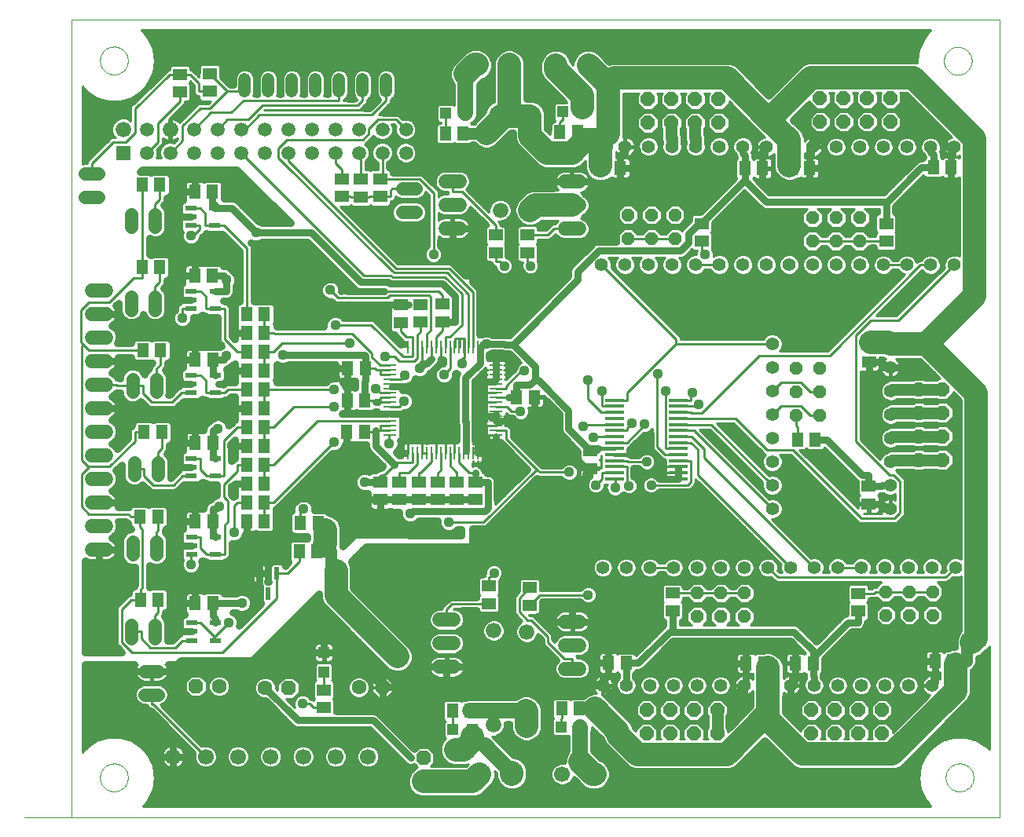
<source format=gtl>
G75*
%MOIN*%
%OFA0B0*%
%FSLAX24Y24*%
%IPPOS*%
%LPD*%
%AMOC8*
5,1,8,0,0,1.08239X$1,22.5*
%
%ADD10C,0.0000*%
%ADD11R,0.0580X0.0110*%
%ADD12R,0.0110X0.0580*%
%ADD13R,0.0594X0.0594*%
%ADD14C,0.0660*%
%ADD15C,0.0594*%
%ADD16C,0.0554*%
%ADD17R,0.0810X0.0170*%
%ADD18R,0.0591X0.0512*%
%ADD19R,0.0512X0.0591*%
%ADD20C,0.0669*%
%ADD21R,0.0500X0.0220*%
%ADD22C,0.0560*%
%ADD23C,0.0600*%
%ADD24R,0.0472X0.0472*%
%ADD25R,0.0220X0.0520*%
%ADD26R,0.0200X0.0520*%
%ADD27OC8,0.0630*%
%ADD28C,0.0630*%
%ADD29OC8,0.0560*%
%ADD30OC8,0.0594*%
%ADD31C,0.0520*%
%ADD32C,0.0300*%
%ADD33C,0.0170*%
%ADD34C,0.0440*%
%ADD35C,0.0110*%
%ADD36C,0.0100*%
%ADD37C,0.0200*%
%ADD38C,0.1000*%
%ADD39C,0.0512*%
%ADD40C,0.0554*%
%ADD41C,0.0660*%
%ADD42C,0.0500*%
%ADD43C,0.0669*%
%ADD44C,0.0472*%
D10*
X002773Y000625D02*
X042122Y000625D01*
X044122Y000625D01*
X044143Y000625D01*
X044143Y034483D01*
X004773Y034483D01*
X004773Y000625D01*
X042122Y000625D01*
X044122Y000625D01*
X041849Y002306D02*
X041851Y002354D01*
X041857Y002402D01*
X041867Y002449D01*
X041880Y002495D01*
X041898Y002540D01*
X041918Y002584D01*
X041943Y002626D01*
X041971Y002665D01*
X042001Y002702D01*
X042035Y002736D01*
X042072Y002768D01*
X042110Y002797D01*
X042151Y002822D01*
X042194Y002844D01*
X042239Y002862D01*
X042285Y002876D01*
X042332Y002887D01*
X042380Y002894D01*
X042428Y002897D01*
X042476Y002896D01*
X042524Y002891D01*
X042572Y002882D01*
X042618Y002870D01*
X042663Y002853D01*
X042707Y002833D01*
X042749Y002810D01*
X042789Y002783D01*
X042827Y002753D01*
X042862Y002720D01*
X042894Y002684D01*
X042924Y002646D01*
X042950Y002605D01*
X042972Y002562D01*
X042992Y002518D01*
X043007Y002473D01*
X043019Y002426D01*
X043027Y002378D01*
X043031Y002330D01*
X043031Y002282D01*
X043027Y002234D01*
X043019Y002186D01*
X043007Y002139D01*
X042992Y002094D01*
X042972Y002050D01*
X042950Y002007D01*
X042924Y001966D01*
X042894Y001928D01*
X042862Y001892D01*
X042827Y001859D01*
X042789Y001829D01*
X042749Y001802D01*
X042707Y001779D01*
X042663Y001759D01*
X042618Y001742D01*
X042572Y001730D01*
X042524Y001721D01*
X042476Y001716D01*
X042428Y001715D01*
X042380Y001718D01*
X042332Y001725D01*
X042285Y001736D01*
X042239Y001750D01*
X042194Y001768D01*
X042151Y001790D01*
X042110Y001815D01*
X042072Y001844D01*
X042035Y001876D01*
X042001Y001910D01*
X041971Y001947D01*
X041943Y001986D01*
X041918Y002028D01*
X041898Y002072D01*
X041880Y002117D01*
X041867Y002163D01*
X041857Y002210D01*
X041851Y002258D01*
X041849Y002306D01*
X005983Y002306D02*
X005985Y002354D01*
X005991Y002402D01*
X006001Y002449D01*
X006014Y002495D01*
X006032Y002540D01*
X006052Y002584D01*
X006077Y002626D01*
X006105Y002665D01*
X006135Y002702D01*
X006169Y002736D01*
X006206Y002768D01*
X006244Y002797D01*
X006285Y002822D01*
X006328Y002844D01*
X006373Y002862D01*
X006419Y002876D01*
X006466Y002887D01*
X006514Y002894D01*
X006562Y002897D01*
X006610Y002896D01*
X006658Y002891D01*
X006706Y002882D01*
X006752Y002870D01*
X006797Y002853D01*
X006841Y002833D01*
X006883Y002810D01*
X006923Y002783D01*
X006961Y002753D01*
X006996Y002720D01*
X007028Y002684D01*
X007058Y002646D01*
X007084Y002605D01*
X007106Y002562D01*
X007126Y002518D01*
X007141Y002473D01*
X007153Y002426D01*
X007161Y002378D01*
X007165Y002330D01*
X007165Y002282D01*
X007161Y002234D01*
X007153Y002186D01*
X007141Y002139D01*
X007126Y002094D01*
X007106Y002050D01*
X007084Y002007D01*
X007058Y001966D01*
X007028Y001928D01*
X006996Y001892D01*
X006961Y001859D01*
X006923Y001829D01*
X006883Y001802D01*
X006841Y001779D01*
X006797Y001759D01*
X006752Y001742D01*
X006706Y001730D01*
X006658Y001721D01*
X006610Y001716D01*
X006562Y001715D01*
X006514Y001718D01*
X006466Y001725D01*
X006419Y001736D01*
X006373Y001750D01*
X006328Y001768D01*
X006285Y001790D01*
X006244Y001815D01*
X006206Y001844D01*
X006169Y001876D01*
X006135Y001910D01*
X006105Y001947D01*
X006077Y001986D01*
X006052Y002028D01*
X006032Y002072D01*
X006014Y002117D01*
X006001Y002163D01*
X005991Y002210D01*
X005985Y002258D01*
X005983Y002306D01*
X004773Y000625D02*
X004752Y000625D01*
X004773Y000625D01*
X004752Y000625D02*
X004497Y000625D01*
X005983Y032740D02*
X005985Y032788D01*
X005991Y032836D01*
X006001Y032883D01*
X006014Y032929D01*
X006032Y032974D01*
X006052Y033018D01*
X006077Y033060D01*
X006105Y033099D01*
X006135Y033136D01*
X006169Y033170D01*
X006206Y033202D01*
X006244Y033231D01*
X006285Y033256D01*
X006328Y033278D01*
X006373Y033296D01*
X006419Y033310D01*
X006466Y033321D01*
X006514Y033328D01*
X006562Y033331D01*
X006610Y033330D01*
X006658Y033325D01*
X006706Y033316D01*
X006752Y033304D01*
X006797Y033287D01*
X006841Y033267D01*
X006883Y033244D01*
X006923Y033217D01*
X006961Y033187D01*
X006996Y033154D01*
X007028Y033118D01*
X007058Y033080D01*
X007084Y033039D01*
X007106Y032996D01*
X007126Y032952D01*
X007141Y032907D01*
X007153Y032860D01*
X007161Y032812D01*
X007165Y032764D01*
X007165Y032716D01*
X007161Y032668D01*
X007153Y032620D01*
X007141Y032573D01*
X007126Y032528D01*
X007106Y032484D01*
X007084Y032441D01*
X007058Y032400D01*
X007028Y032362D01*
X006996Y032326D01*
X006961Y032293D01*
X006923Y032263D01*
X006883Y032236D01*
X006841Y032213D01*
X006797Y032193D01*
X006752Y032176D01*
X006706Y032164D01*
X006658Y032155D01*
X006610Y032150D01*
X006562Y032149D01*
X006514Y032152D01*
X006466Y032159D01*
X006419Y032170D01*
X006373Y032184D01*
X006328Y032202D01*
X006285Y032224D01*
X006244Y032249D01*
X006206Y032278D01*
X006169Y032310D01*
X006135Y032344D01*
X006105Y032381D01*
X006077Y032420D01*
X006052Y032462D01*
X006032Y032506D01*
X006014Y032551D01*
X006001Y032597D01*
X005991Y032644D01*
X005985Y032692D01*
X005983Y032740D01*
X004773Y034483D02*
X044143Y034483D01*
X041775Y032728D02*
X041777Y032776D01*
X041783Y032824D01*
X041793Y032871D01*
X041806Y032917D01*
X041824Y032962D01*
X041844Y033006D01*
X041869Y033048D01*
X041897Y033087D01*
X041927Y033124D01*
X041961Y033158D01*
X041998Y033190D01*
X042036Y033219D01*
X042077Y033244D01*
X042120Y033266D01*
X042165Y033284D01*
X042211Y033298D01*
X042258Y033309D01*
X042306Y033316D01*
X042354Y033319D01*
X042402Y033318D01*
X042450Y033313D01*
X042498Y033304D01*
X042544Y033292D01*
X042589Y033275D01*
X042633Y033255D01*
X042675Y033232D01*
X042715Y033205D01*
X042753Y033175D01*
X042788Y033142D01*
X042820Y033106D01*
X042850Y033068D01*
X042876Y033027D01*
X042898Y032984D01*
X042918Y032940D01*
X042933Y032895D01*
X042945Y032848D01*
X042953Y032800D01*
X042957Y032752D01*
X042957Y032704D01*
X042953Y032656D01*
X042945Y032608D01*
X042933Y032561D01*
X042918Y032516D01*
X042898Y032472D01*
X042876Y032429D01*
X042850Y032388D01*
X042820Y032350D01*
X042788Y032314D01*
X042753Y032281D01*
X042715Y032251D01*
X042675Y032224D01*
X042633Y032201D01*
X042589Y032181D01*
X042544Y032164D01*
X042498Y032152D01*
X042450Y032143D01*
X042402Y032138D01*
X042354Y032137D01*
X042306Y032140D01*
X042258Y032147D01*
X042211Y032158D01*
X042165Y032172D01*
X042120Y032190D01*
X042077Y032212D01*
X042036Y032237D01*
X041998Y032266D01*
X041961Y032298D01*
X041927Y032332D01*
X041897Y032369D01*
X041869Y032408D01*
X041844Y032450D01*
X041824Y032494D01*
X041806Y032539D01*
X041793Y032585D01*
X041783Y032632D01*
X041777Y032680D01*
X041775Y032728D01*
D11*
X022777Y019817D03*
X022777Y019617D03*
X022777Y019417D03*
X022777Y019227D03*
X022777Y019027D03*
X022777Y018827D03*
X022777Y018637D03*
X022777Y018437D03*
X022777Y018237D03*
X022777Y018037D03*
X022777Y017847D03*
X022777Y017647D03*
X022777Y017447D03*
X022777Y017257D03*
X022777Y017057D03*
X022777Y016857D03*
X018277Y016857D03*
X018277Y017057D03*
X018277Y017257D03*
X018277Y017447D03*
X018277Y017647D03*
X018277Y017847D03*
X018277Y018037D03*
X018277Y018237D03*
X018277Y018437D03*
X018277Y018637D03*
X018277Y018827D03*
X018277Y019027D03*
X018277Y019227D03*
X018277Y019417D03*
X018277Y019617D03*
X018277Y019817D03*
D12*
X019047Y020587D03*
X019247Y020587D03*
X019447Y020587D03*
X019637Y020587D03*
X019837Y020587D03*
X020037Y020587D03*
X020227Y020587D03*
X020427Y020587D03*
X020627Y020587D03*
X020827Y020587D03*
X021017Y020587D03*
X021217Y020587D03*
X021417Y020587D03*
X021607Y020587D03*
X021807Y020587D03*
X022007Y020587D03*
X022007Y016087D03*
X021807Y016087D03*
X021607Y016087D03*
X021417Y016087D03*
X021217Y016087D03*
X021017Y016087D03*
X020827Y016087D03*
X020627Y016087D03*
X020427Y016087D03*
X020227Y016087D03*
X020037Y016087D03*
X019837Y016087D03*
X019637Y016087D03*
X019447Y016087D03*
X019247Y016087D03*
X019047Y016087D03*
D13*
X006960Y028816D03*
D14*
X006960Y029816D03*
X008960Y029816D03*
X022956Y030393D03*
X024220Y030392D03*
X024220Y026392D03*
X022956Y026393D03*
X022676Y008541D03*
X024073Y008488D03*
X024073Y004488D03*
X022676Y004541D03*
D15*
X018960Y028816D03*
X017960Y028816D03*
X016960Y028816D03*
X015960Y028816D03*
X014960Y028816D03*
X013960Y028816D03*
X012960Y028816D03*
X011960Y028816D03*
X010960Y028816D03*
X009960Y028816D03*
X008960Y028816D03*
X007960Y028816D03*
X007960Y029816D03*
X009960Y029816D03*
X010960Y029816D03*
X011960Y029816D03*
X012960Y029816D03*
X013960Y029816D03*
X014960Y029816D03*
X015960Y029816D03*
X016960Y029816D03*
X017960Y029816D03*
X018960Y029816D03*
D16*
X027247Y029075D03*
X028247Y029075D03*
X029247Y029075D03*
X030247Y029075D03*
X031247Y029075D03*
X032247Y029075D03*
X033247Y029075D03*
X034247Y029075D03*
X035208Y029075D03*
X036208Y029075D03*
X037208Y029075D03*
X038208Y029075D03*
X039208Y029075D03*
X040208Y029075D03*
X041208Y029075D03*
X042208Y029075D03*
X042208Y024075D03*
X041208Y024075D03*
X040208Y024075D03*
X039208Y024075D03*
X038208Y024075D03*
X037208Y024075D03*
X036208Y024075D03*
X035208Y024075D03*
X034247Y024075D03*
X033247Y024075D03*
X032247Y024075D03*
X031247Y024075D03*
X030247Y024075D03*
X029247Y024075D03*
X028247Y024075D03*
X027247Y024075D03*
X034497Y020715D03*
X034497Y019715D03*
X034497Y018715D03*
X034497Y017715D03*
X034497Y016715D03*
X034497Y015715D03*
X034497Y014715D03*
X034497Y013715D03*
X034306Y011217D03*
X035269Y011217D03*
X036269Y011217D03*
X037269Y011217D03*
X038269Y011217D03*
X039269Y011217D03*
X040269Y011217D03*
X041269Y011217D03*
X042269Y011217D03*
X039497Y013715D03*
X039497Y014715D03*
X039497Y015715D03*
X039497Y016715D03*
X039497Y017715D03*
X039497Y018715D03*
X039497Y019715D03*
X039497Y020715D03*
X033306Y011217D03*
X032306Y011217D03*
X031306Y011217D03*
X030306Y011217D03*
X029306Y011217D03*
X028306Y011217D03*
X027306Y011217D03*
X027306Y006217D03*
X028306Y006217D03*
X029306Y006217D03*
X030306Y006217D03*
X031306Y006217D03*
X032306Y006217D03*
X033306Y006217D03*
X034306Y006217D03*
X035269Y006217D03*
X036269Y006217D03*
X037269Y006217D03*
X038269Y006217D03*
X039269Y006217D03*
X040269Y006217D03*
X041269Y006217D03*
X042269Y006217D03*
D17*
X030505Y014993D03*
X030505Y015243D03*
X030505Y015503D03*
X030505Y015753D03*
X030505Y016013D03*
X030505Y016273D03*
X030505Y016523D03*
X030505Y016783D03*
X030505Y017033D03*
X030505Y017293D03*
X030505Y017553D03*
X030505Y017803D03*
X030505Y018063D03*
X030505Y018313D03*
X027805Y018313D03*
X027805Y018063D03*
X027805Y017803D03*
X027805Y017553D03*
X027805Y017293D03*
X027805Y017033D03*
X027805Y016783D03*
X027805Y016523D03*
X027805Y016273D03*
X027805Y016013D03*
X027805Y015753D03*
X027805Y015503D03*
X027805Y015243D03*
X027805Y014993D03*
D18*
X026777Y015424D03*
X026777Y016172D03*
X021913Y014843D03*
X021913Y014095D03*
X021111Y014096D03*
X021111Y014844D03*
X020300Y014844D03*
X020300Y014096D03*
X019490Y014097D03*
X019490Y014845D03*
X018681Y014844D03*
X017879Y014843D03*
X017879Y014095D03*
X018681Y014096D03*
X022470Y010429D03*
X022470Y009680D03*
X024206Y009625D03*
X024206Y010373D03*
X030258Y010134D03*
X030258Y009386D03*
X038132Y009367D03*
X038132Y010115D03*
X038580Y013914D03*
X038580Y014662D03*
X038596Y019956D03*
X038596Y020704D03*
X039328Y025075D03*
X039328Y025823D03*
X031499Y025821D03*
X031499Y025073D03*
X024100Y025332D03*
X024100Y024584D03*
X022759Y024582D03*
X022759Y025330D03*
X020496Y022403D03*
X020496Y021655D03*
X019586Y021637D03*
X018731Y021621D03*
X018731Y022369D03*
X019586Y022385D03*
X017863Y026965D03*
X017863Y027713D03*
X017045Y027709D03*
X017045Y026961D03*
X016226Y026964D03*
X016226Y027712D03*
X010633Y031430D03*
X010633Y032178D03*
X009368Y032152D03*
X009368Y031403D03*
X015473Y006025D03*
X015473Y005277D03*
D19*
X020924Y005140D03*
X021672Y005140D03*
X025561Y005230D03*
X026310Y005230D03*
X027549Y007162D03*
X028297Y007162D03*
X033380Y007148D03*
X034128Y007148D03*
X035481Y007147D03*
X036229Y007147D03*
X041402Y007239D03*
X042150Y007239D03*
X036311Y016658D03*
X035563Y016658D03*
X024398Y018448D03*
X023650Y018448D03*
X017209Y018322D03*
X016461Y018322D03*
X016453Y016978D03*
X017201Y016978D03*
X017233Y019675D03*
X016485Y019675D03*
X012951Y019583D03*
X012203Y019583D03*
X012203Y018784D03*
X012951Y018784D03*
X012949Y017989D03*
X012201Y017989D03*
X012198Y017189D03*
X012946Y017189D03*
X012946Y016392D03*
X012198Y016392D03*
X012197Y015585D03*
X012945Y015585D03*
X012944Y014785D03*
X012196Y014785D03*
X012197Y013981D03*
X012945Y013981D03*
X012944Y013184D03*
X012196Y013184D03*
X010766Y013179D03*
X010018Y013179D03*
X008424Y013373D03*
X007676Y013373D03*
X010017Y016512D03*
X010766Y016512D03*
X008601Y016968D03*
X007853Y016968D03*
X010015Y020046D03*
X010763Y020046D03*
X012202Y020381D03*
X012950Y020381D03*
X012950Y021180D03*
X012202Y021180D03*
X012207Y021980D03*
X012955Y021980D03*
X010737Y023625D03*
X009989Y023625D03*
X008514Y023965D03*
X007765Y023965D03*
X009995Y027169D03*
X010743Y027169D03*
X008517Y027462D03*
X007769Y027462D03*
X007803Y020443D03*
X008551Y020443D03*
X014486Y013101D03*
X015234Y013101D03*
X015185Y011898D03*
X014437Y011898D03*
X010756Y009695D03*
X010008Y009695D03*
X008445Y009853D03*
X007697Y009853D03*
X027305Y028177D03*
X028053Y028177D03*
X026234Y029700D03*
X025486Y029700D03*
X021386Y029649D03*
X020638Y029649D03*
X033333Y028170D03*
X034081Y028170D03*
X035324Y028176D03*
X036072Y028176D03*
X041325Y028196D03*
X042073Y028196D03*
D20*
X026692Y032547D03*
X025314Y032547D03*
X023342Y032567D03*
X021964Y032567D03*
X017347Y003194D03*
X015969Y003194D03*
X014591Y003194D03*
X013213Y003194D03*
X011835Y003194D03*
X010457Y003194D03*
X009079Y003194D03*
X022077Y002431D03*
X023455Y002431D03*
X025582Y002446D03*
X026960Y002446D03*
D21*
X010876Y008128D03*
X010876Y008868D03*
X009856Y008868D03*
X009856Y008498D03*
X009856Y008128D03*
X009856Y011770D03*
X009856Y012140D03*
X009856Y012510D03*
X010876Y012510D03*
X010876Y011770D03*
X010873Y015106D03*
X010873Y015846D03*
X009853Y015846D03*
X009853Y015476D03*
X009853Y015106D03*
X009851Y018644D03*
X009851Y019014D03*
X009851Y019384D03*
X010871Y019384D03*
X010871Y018644D03*
X010859Y022216D03*
X010859Y022956D03*
X009839Y022956D03*
X009839Y022586D03*
X009839Y022216D03*
X009830Y025729D03*
X009830Y026099D03*
X009830Y026469D03*
X010850Y026469D03*
X010850Y025729D03*
D22*
X008314Y025666D02*
X008314Y026226D01*
X007314Y026226D02*
X007314Y025666D01*
X005911Y026933D02*
X005351Y026933D01*
X005351Y027933D02*
X005911Y027933D01*
X007311Y022716D02*
X007311Y022156D01*
X008311Y022156D02*
X008311Y022716D01*
X008359Y019224D02*
X008359Y018664D01*
X007359Y018664D02*
X007359Y019224D01*
X007433Y015693D02*
X007433Y015133D01*
X008433Y015133D02*
X008433Y015693D01*
X008374Y012324D02*
X008374Y011764D01*
X007374Y011764D02*
X007374Y012324D01*
X007321Y008784D02*
X007321Y008224D01*
X008321Y008224D02*
X008321Y008784D01*
X008448Y006824D02*
X007888Y006824D01*
X007888Y005824D02*
X008448Y005824D01*
X018810Y026299D02*
X019370Y026299D01*
X019370Y027299D02*
X018810Y027299D01*
D23*
X020626Y027621D02*
X021226Y027621D01*
X021226Y026621D02*
X020626Y026621D01*
X020626Y025621D02*
X021226Y025621D01*
X025699Y025598D02*
X026299Y025598D01*
X026299Y026598D02*
X025699Y026598D01*
X025699Y027598D02*
X026299Y027598D01*
X006227Y022986D02*
X005627Y022986D01*
X005627Y021986D02*
X006227Y021986D01*
X006227Y020986D02*
X005627Y020986D01*
X005627Y019986D02*
X006227Y019986D01*
X006227Y018986D02*
X005627Y018986D01*
X005627Y017986D02*
X006227Y017986D01*
X006227Y016986D02*
X005627Y016986D01*
X005627Y015986D02*
X006227Y015986D01*
X006227Y014986D02*
X005627Y014986D01*
X005627Y013986D02*
X006227Y013986D01*
X006227Y012986D02*
X005627Y012986D01*
X005627Y011986D02*
X006227Y011986D01*
X020381Y009011D02*
X020981Y009011D01*
X020981Y008011D02*
X020381Y008011D01*
X020381Y007011D02*
X020981Y007011D01*
X025715Y006928D02*
X026315Y006928D01*
X026315Y007928D02*
X025715Y007928D01*
X025715Y008928D02*
X026315Y008928D01*
D24*
X026352Y004430D03*
X025526Y004430D03*
X021779Y004332D03*
X020952Y004332D03*
X015472Y006787D03*
X015472Y007614D03*
X020653Y030508D03*
X021480Y030508D03*
X025592Y030564D03*
X026419Y030564D03*
D25*
X013476Y010965D03*
X012736Y010965D03*
D26*
X013106Y010105D03*
D27*
X013983Y006114D03*
X010041Y006175D03*
X017956Y006129D03*
X019702Y003136D03*
D28*
X019702Y002136D03*
X016956Y006129D03*
X012983Y006114D03*
X011041Y006175D03*
D29*
X031317Y009136D03*
X031317Y010136D03*
X032317Y010136D03*
X033317Y010136D03*
X033317Y009136D03*
X032317Y009136D03*
X039302Y009191D03*
X040302Y009191D03*
X041302Y009191D03*
X041302Y010191D03*
X040302Y010191D03*
X039302Y010191D03*
X036517Y017667D03*
X035517Y017667D03*
X035517Y018667D03*
X036517Y018667D03*
X036517Y019667D03*
X035517Y019667D03*
X036192Y025070D03*
X037192Y025070D03*
X038192Y025070D03*
X038192Y026070D03*
X037192Y026070D03*
X036192Y026070D03*
X030373Y026193D03*
X030373Y025193D03*
X029373Y025193D03*
X028373Y025193D03*
X028373Y026193D03*
X029373Y026193D03*
D30*
X029213Y030102D03*
X029213Y031102D03*
X030213Y031102D03*
X030213Y030102D03*
X031213Y030102D03*
X031213Y031102D03*
X032213Y031102D03*
X032213Y030102D03*
X036518Y030130D03*
X037518Y030130D03*
X038518Y030130D03*
X039518Y030130D03*
X039518Y031130D03*
X038518Y031130D03*
X037518Y031130D03*
X036518Y031130D03*
X040709Y018785D03*
X041709Y018785D03*
X041709Y017785D03*
X040709Y017785D03*
X040709Y016785D03*
X040709Y015785D03*
X041709Y015785D03*
X041709Y016785D03*
X039146Y005175D03*
X038146Y005175D03*
X037146Y005175D03*
X036146Y005175D03*
X036146Y004175D03*
X037146Y004175D03*
X038146Y004175D03*
X039146Y004175D03*
X032162Y004174D03*
X032162Y005174D03*
X031162Y005174D03*
X030162Y005174D03*
X029162Y005174D03*
X029162Y004174D03*
X030162Y004174D03*
X031162Y004174D03*
D31*
X018118Y031431D02*
X018118Y031951D01*
X017118Y031951D02*
X017118Y031431D01*
X016118Y031431D02*
X016118Y031951D01*
X015118Y031951D02*
X015118Y031431D01*
X014118Y031431D02*
X014118Y031951D01*
X013118Y031951D02*
X013118Y031431D01*
X012118Y031431D02*
X012118Y031951D01*
D32*
X011628Y031967D02*
X011241Y031967D01*
X011159Y032049D02*
X011159Y032530D01*
X011024Y032664D01*
X010243Y032664D01*
X010108Y032530D01*
X010108Y032253D01*
X009972Y032389D01*
X009894Y032421D01*
X009894Y032503D01*
X009759Y032637D01*
X008978Y032637D01*
X008843Y032503D01*
X008843Y032421D01*
X008764Y032389D01*
X008034Y031658D01*
X008114Y031750D01*
X008114Y031750D01*
X008330Y032224D01*
X008330Y032224D01*
X008404Y032740D01*
X008330Y033255D01*
X008330Y033255D01*
X008114Y033729D01*
X008114Y033729D01*
X007937Y033933D01*
X041013Y033933D01*
X040827Y033717D01*
X040610Y033243D01*
X040539Y032745D01*
X035996Y032745D01*
X035728Y032634D01*
X034350Y031257D01*
X032992Y032615D01*
X032724Y032726D01*
X027661Y032726D01*
X027579Y032692D01*
X027105Y033165D01*
X026837Y033277D01*
X026547Y033277D01*
X026278Y033165D01*
X026073Y032960D01*
X026003Y032791D01*
X025933Y032960D01*
X025727Y033165D01*
X025459Y033277D01*
X025169Y033277D01*
X024900Y033165D01*
X024695Y032960D01*
X024584Y032692D01*
X024584Y032224D01*
X024695Y031955D01*
X025620Y031030D01*
X025261Y031030D01*
X025126Y030896D01*
X025126Y030233D01*
X025134Y030225D01*
X025000Y030091D01*
X025000Y029807D01*
X024950Y029857D01*
X024950Y030537D01*
X024839Y030806D01*
X024634Y031011D01*
X024365Y031122D01*
X024072Y031122D01*
X024072Y032713D01*
X023961Y032981D01*
X023755Y033186D01*
X023487Y033297D01*
X023197Y033297D01*
X022928Y033186D01*
X022723Y032981D01*
X022653Y032812D01*
X022583Y032981D01*
X022377Y033186D01*
X022109Y033297D01*
X021730Y033297D01*
X021462Y033186D01*
X020861Y032586D01*
X020750Y032317D01*
X020750Y032027D01*
X020861Y031759D01*
X020916Y031704D01*
X020916Y030974D01*
X020322Y030974D01*
X020187Y030840D01*
X020187Y030177D01*
X020238Y030125D01*
X020153Y030039D01*
X020153Y029258D01*
X020287Y029123D01*
X020990Y029123D01*
X021012Y029146D01*
X021035Y029123D01*
X021738Y029123D01*
X021777Y029163D01*
X021823Y029163D01*
X021956Y029030D01*
X022224Y028919D01*
X022515Y028919D01*
X022783Y029030D01*
X023415Y029662D01*
X023490Y029662D01*
X023490Y029410D01*
X023601Y029141D01*
X023807Y028936D01*
X024541Y028202D01*
X024809Y028090D01*
X025455Y028090D01*
X025411Y028068D01*
X025341Y028017D01*
X025279Y027956D01*
X025229Y027886D01*
X025189Y027809D01*
X025163Y027726D01*
X025149Y027641D01*
X025149Y027598D01*
X025999Y027598D01*
X026849Y027598D01*
X026849Y027627D01*
X027072Y027535D01*
X027362Y027535D01*
X027630Y027646D01*
X027636Y027652D01*
X027656Y027652D01*
X027670Y027666D01*
X027679Y027660D01*
X027724Y027642D01*
X027772Y027632D01*
X028053Y027632D01*
X028333Y027632D01*
X028382Y027642D01*
X028427Y027660D01*
X028468Y027688D01*
X028503Y027723D01*
X028530Y027764D01*
X028549Y027809D01*
X028559Y027857D01*
X028559Y028177D01*
X028053Y028177D01*
X028053Y027632D01*
X028053Y028177D01*
X028053Y028177D01*
X028053Y028177D01*
X028559Y028177D01*
X028559Y028497D01*
X028549Y028545D01*
X028530Y028591D01*
X028512Y028618D01*
X028524Y028624D01*
X028591Y028673D01*
X028649Y028731D01*
X028698Y028798D01*
X028736Y028872D01*
X028756Y028935D01*
X028817Y028787D01*
X028960Y028645D01*
X029147Y028567D01*
X029348Y028567D01*
X029535Y028645D01*
X029677Y028787D01*
X029747Y028956D01*
X029817Y028787D01*
X029960Y028645D01*
X030147Y028567D01*
X030348Y028567D01*
X030535Y028645D01*
X030677Y028787D01*
X030747Y028956D01*
X030817Y028787D01*
X030960Y028645D01*
X031147Y028567D01*
X031348Y028567D01*
X031535Y028645D01*
X031677Y028787D01*
X031747Y028956D01*
X031817Y028787D01*
X031960Y028645D01*
X032147Y028567D01*
X032348Y028567D01*
X032535Y028645D01*
X032677Y028787D01*
X032747Y028956D01*
X032817Y028787D01*
X032867Y028737D01*
X032867Y028726D01*
X032910Y028623D01*
X032847Y028561D01*
X032847Y027780D01*
X032871Y027756D01*
X031422Y026307D01*
X031109Y026307D01*
X030974Y026172D01*
X030974Y025964D01*
X030649Y025639D01*
X030594Y025693D01*
X030883Y025982D01*
X030883Y026405D01*
X030584Y026703D01*
X030162Y026703D01*
X029873Y026415D01*
X029584Y026703D01*
X029162Y026703D01*
X028873Y026415D01*
X028584Y026703D01*
X028162Y026703D01*
X027863Y026405D01*
X027863Y025982D01*
X028152Y025693D01*
X027863Y025405D01*
X027863Y025053D01*
X027047Y025053D01*
X026907Y024995D01*
X026800Y024889D01*
X025908Y023996D01*
X025850Y023856D01*
X025850Y023589D01*
X023333Y021072D01*
X023237Y021072D01*
X023193Y021090D01*
X022636Y021090D01*
X022635Y021092D01*
X022469Y021160D01*
X022290Y021160D01*
X022159Y021106D01*
X022157Y021107D01*
X022087Y021107D01*
X022087Y022963D01*
X022044Y023066D01*
X021965Y023145D01*
X021773Y023337D01*
X021773Y023625D01*
X021486Y023625D01*
X020955Y024155D01*
X020852Y024198D01*
X020451Y024198D01*
X020510Y024257D01*
X020578Y024422D01*
X020578Y024601D01*
X020510Y024767D01*
X020408Y024868D01*
X020408Y025115D01*
X020415Y025112D01*
X020498Y025085D01*
X020583Y025071D01*
X020926Y025071D01*
X020926Y025621D01*
X020926Y025621D01*
X020926Y025071D01*
X021270Y025071D01*
X021355Y025085D01*
X021438Y025112D01*
X021515Y025151D01*
X021585Y025202D01*
X021646Y025263D01*
X021697Y025333D01*
X021736Y025410D01*
X021763Y025493D01*
X021776Y025578D01*
X021776Y025621D01*
X020926Y025621D01*
X020926Y025621D01*
X021776Y025621D01*
X021776Y025665D01*
X021763Y025750D01*
X021736Y025833D01*
X021697Y025910D01*
X021646Y025980D01*
X021585Y026041D01*
X021515Y026092D01*
X021438Y026131D01*
X021432Y026133D01*
X021527Y026172D01*
X021676Y026321D01*
X021706Y026393D01*
X022326Y025773D01*
X022234Y025681D01*
X022234Y024978D01*
X022257Y024956D01*
X022234Y024933D01*
X022234Y024230D01*
X022369Y024096D01*
X022498Y024096D01*
X022522Y024037D01*
X022601Y023958D01*
X022672Y023929D01*
X022740Y023764D01*
X022867Y023637D01*
X023032Y023569D01*
X023211Y023569D01*
X023377Y023637D01*
X023503Y023764D01*
X023572Y023929D01*
X023572Y024108D01*
X023503Y024274D01*
X023377Y024400D01*
X023285Y024438D01*
X023285Y024933D01*
X023262Y024956D01*
X023285Y024978D01*
X023285Y025681D01*
X023150Y025816D01*
X023029Y025816D01*
X023022Y025833D01*
X023067Y025833D01*
X023273Y025919D01*
X023430Y026076D01*
X023496Y026234D01*
X023601Y025979D01*
X023762Y025818D01*
X023709Y025818D01*
X023574Y025683D01*
X023574Y024981D01*
X023597Y024958D01*
X023574Y024935D01*
X023574Y024233D01*
X023709Y024098D01*
X023788Y024098D01*
X023788Y023938D01*
X023857Y023773D01*
X023984Y023646D01*
X024149Y023578D01*
X024328Y023578D01*
X024493Y023646D01*
X024620Y023773D01*
X024688Y023938D01*
X024688Y024117D01*
X024625Y024270D01*
X024625Y024935D01*
X024602Y024958D01*
X024625Y024981D01*
X024625Y025052D01*
X025039Y025052D01*
X025142Y025095D01*
X025297Y025250D01*
X025399Y025148D01*
X025594Y025068D01*
X026404Y025068D01*
X026599Y025148D01*
X026748Y025297D01*
X026829Y025492D01*
X026829Y025703D01*
X026748Y025898D01*
X026599Y026047D01*
X026515Y026082D01*
X026570Y026136D01*
X026599Y026148D01*
X026748Y026297D01*
X026829Y026492D01*
X026829Y026703D01*
X026748Y026898D01*
X026599Y027047D01*
X026570Y027059D01*
X026531Y027098D01*
X026587Y027127D01*
X026657Y027178D01*
X026718Y027239D01*
X026769Y027309D01*
X026809Y027387D01*
X026835Y027469D01*
X026849Y027554D01*
X026849Y027598D01*
X025999Y027598D01*
X025999Y027598D01*
X025999Y027598D01*
X026829Y027598D01*
X026852Y027598D01*
X026914Y027535D01*
X027519Y027535D01*
X027582Y027598D01*
X027999Y027598D01*
X028053Y027652D01*
X028053Y028177D01*
X028053Y028703D01*
X028247Y028897D01*
X028247Y029075D01*
X028247Y028722D01*
X028247Y028722D01*
X028247Y029075D01*
X028247Y029075D01*
X028247Y028982D02*
X028247Y028982D01*
X028602Y028684D02*
X028921Y028684D01*
X028559Y028385D02*
X032847Y028385D01*
X032847Y028087D02*
X028559Y028087D01*
X028541Y027788D02*
X032847Y027788D01*
X032604Y027490D02*
X026839Y027490D01*
X026670Y027191D02*
X032306Y027191D01*
X032007Y026893D02*
X026750Y026893D01*
X026829Y026594D02*
X028053Y026594D01*
X027863Y026296D02*
X026746Y026296D01*
X026649Y025997D02*
X027863Y025997D01*
X028147Y025699D02*
X026829Y025699D01*
X026791Y025400D02*
X027863Y025400D01*
X027863Y025102D02*
X026486Y025102D01*
X026715Y024803D02*
X024625Y024803D01*
X024625Y024505D02*
X026416Y024505D01*
X026118Y024206D02*
X024652Y024206D01*
X024676Y023908D02*
X025871Y023908D01*
X025850Y023609D02*
X024404Y023609D01*
X024073Y023609D02*
X023309Y023609D01*
X022935Y023609D02*
X021773Y023609D01*
X021800Y023311D02*
X025572Y023311D01*
X025273Y023012D02*
X022067Y023012D01*
X022087Y022714D02*
X024975Y022714D01*
X024676Y022415D02*
X022087Y022415D01*
X022087Y022117D02*
X024378Y022117D01*
X024079Y021818D02*
X022087Y021818D01*
X022087Y021520D02*
X023781Y021520D01*
X023482Y021221D02*
X022087Y021221D01*
X022253Y020710D02*
X022380Y020710D01*
X023117Y020710D01*
X023135Y020692D01*
X023491Y020692D01*
X024428Y019755D01*
X024428Y019184D01*
X024556Y019184D01*
X025851Y017889D01*
X025851Y017097D01*
X026777Y016172D01*
X027021Y016172D01*
X027117Y016268D01*
X026251Y016159D02*
X026251Y015820D01*
X026266Y015806D01*
X026260Y015798D01*
X026241Y015752D01*
X026231Y015704D01*
X026231Y015544D01*
X026133Y015643D01*
X025967Y015712D01*
X025788Y015712D01*
X025623Y015643D01*
X025521Y015542D01*
X024740Y015542D01*
X024731Y015550D01*
X024653Y015629D01*
X023497Y016785D01*
X023497Y017113D01*
X023454Y017216D01*
X023375Y017295D01*
X023317Y017319D01*
X023317Y017337D01*
X023314Y017352D01*
X023317Y017368D01*
X023317Y017447D01*
X023277Y017447D01*
X023277Y017447D01*
X023317Y017447D01*
X023317Y017527D01*
X023313Y017547D01*
X023317Y017568D01*
X023317Y017591D01*
X023386Y017562D01*
X023460Y017562D01*
X023562Y017461D01*
X023727Y017392D01*
X023906Y017392D01*
X024072Y017461D01*
X024198Y017587D01*
X024267Y017753D01*
X024267Y017903D01*
X024398Y017903D01*
X024398Y018448D01*
X024398Y018448D01*
X024398Y017903D01*
X024679Y017903D01*
X024727Y017913D01*
X024773Y017932D01*
X024813Y017959D01*
X024848Y017994D01*
X024876Y018035D01*
X024894Y018080D01*
X024904Y018129D01*
X024904Y018298D01*
X025471Y017731D01*
X025471Y017021D01*
X025529Y016882D01*
X025636Y016775D01*
X026251Y016159D01*
X026251Y016147D02*
X024135Y016147D01*
X023836Y016445D02*
X025966Y016445D01*
X025667Y016744D02*
X023538Y016744D01*
X023497Y017042D02*
X025471Y017042D01*
X025471Y017341D02*
X023316Y017341D01*
X023352Y017392D02*
X023297Y017447D01*
X023037Y017447D01*
X022967Y017447D01*
X022957Y017438D01*
X022967Y017447D02*
X022872Y017447D01*
X022777Y017447D01*
X022777Y017542D01*
X022777Y017647D01*
X022777Y017647D01*
X022777Y017447D01*
X022777Y017447D01*
X022872Y017447D02*
X022777Y017542D01*
X022777Y017647D01*
X022777Y017752D01*
X022777Y017647D01*
X022257Y017647D01*
X022257Y018237D01*
X022257Y018637D01*
X022257Y018786D01*
X022257Y018786D01*
X021946Y018786D01*
X021859Y018833D02*
X022257Y018833D01*
X022257Y018874D02*
X022257Y018790D01*
X022246Y018765D01*
X022237Y018717D01*
X022237Y018637D01*
X022237Y018558D01*
X022246Y018509D01*
X022257Y018484D01*
X022257Y018390D01*
X022246Y018365D01*
X022237Y018317D01*
X022237Y018237D01*
X022237Y018158D01*
X022246Y018109D01*
X022257Y018084D01*
X022257Y018000D01*
X022246Y017975D01*
X022237Y017927D01*
X022237Y017847D01*
X022237Y017768D01*
X022241Y017747D01*
X022237Y017727D01*
X022237Y017647D01*
X022237Y017568D01*
X022241Y017547D01*
X022237Y017527D01*
X022237Y017447D01*
X022237Y017368D01*
X022240Y017352D01*
X022237Y017337D01*
X022237Y017257D01*
X022237Y017178D01*
X022246Y017129D01*
X022257Y017104D01*
X022257Y017010D01*
X022246Y016985D01*
X022237Y016937D01*
X022237Y016857D01*
X022237Y016778D01*
X022246Y016729D01*
X022265Y016684D01*
X022293Y016643D01*
X022327Y016608D01*
X022368Y016581D01*
X022414Y016562D01*
X022462Y016552D01*
X022777Y016552D01*
X022962Y016552D01*
X022980Y016510D01*
X023058Y016431D01*
X023058Y016431D01*
X024098Y015391D01*
X022818Y014111D01*
X022818Y014919D01*
X022760Y015058D01*
X022653Y015165D01*
X022513Y015223D01*
X022409Y015223D01*
X022303Y015329D01*
X022282Y015329D01*
X022235Y015444D01*
X022128Y015551D01*
X022120Y015554D01*
X022135Y015557D01*
X022180Y015576D01*
X022221Y015603D01*
X022256Y015638D01*
X022283Y015679D01*
X022302Y015724D01*
X022312Y015773D01*
X022312Y016087D01*
X022007Y016087D01*
X022007Y016087D01*
X022312Y016087D01*
X022312Y016402D01*
X022302Y016450D01*
X022283Y016496D01*
X022256Y016537D01*
X022221Y016572D01*
X022180Y016599D01*
X022135Y016618D01*
X022086Y016627D01*
X022007Y016627D01*
X022007Y016581D01*
X022007Y016581D01*
X022007Y016627D01*
X021927Y016627D01*
X021907Y016623D01*
X021886Y016627D01*
X021882Y016627D01*
X021882Y017479D01*
X021859Y017533D01*
X021859Y019114D01*
X022237Y019491D01*
X022237Y019417D01*
X022237Y019338D01*
X022240Y019322D01*
X022237Y019307D01*
X022237Y019227D01*
X022237Y019148D01*
X022241Y019127D01*
X022237Y019107D01*
X022237Y019027D01*
X022237Y018948D01*
X022246Y018899D01*
X022257Y018874D01*
X022257Y018786D02*
X022257Y018984D01*
X022385Y019112D01*
X022692Y019112D01*
X022777Y019227D02*
X022777Y019417D01*
X022777Y019312D01*
X022777Y019227D01*
X022777Y019227D01*
X022777Y019417D01*
X022777Y019417D01*
X022777Y019617D01*
X022777Y019512D01*
X022777Y019417D01*
X022777Y019417D01*
X022777Y019617D01*
X022777Y019617D01*
X022777Y019817D01*
X022777Y019617D01*
X022777Y019617D01*
X022777Y019817D01*
X022777Y019817D01*
X022777Y019817D01*
X022777Y020122D01*
X023091Y020122D01*
X023140Y020113D01*
X023185Y020094D01*
X023226Y020067D01*
X023261Y020032D01*
X023288Y019991D01*
X023307Y019945D01*
X023317Y019897D01*
X023317Y019817D01*
X023271Y019817D01*
X023271Y019817D01*
X023317Y019817D01*
X023317Y019738D01*
X023313Y019717D01*
X023317Y019697D01*
X023317Y019617D01*
X023271Y019617D01*
X023271Y019617D01*
X023271Y019617D01*
X023317Y019617D01*
X023317Y019538D01*
X023313Y019517D01*
X023317Y019497D01*
X023317Y019439D01*
X023528Y019650D01*
X023528Y019658D01*
X023596Y019824D01*
X023709Y019937D01*
X023333Y020312D01*
X023060Y020312D01*
X023016Y020330D01*
X022636Y020330D01*
X022635Y020329D01*
X022479Y020264D01*
X022479Y020122D01*
X022777Y020122D01*
X022777Y019817D01*
X022777Y019729D02*
X022777Y019729D01*
X022777Y020027D02*
X022777Y020027D01*
X022627Y020326D02*
X023027Y020326D01*
X023264Y020027D02*
X023618Y020027D01*
X023557Y019729D02*
X023315Y019729D01*
X022777Y019430D02*
X022777Y019430D01*
X022276Y019417D02*
X022276Y019417D01*
X022237Y019417D01*
X022276Y019417D01*
X022237Y019430D02*
X022176Y019430D01*
X022237Y019227D02*
X022276Y019227D01*
X022237Y019227D01*
X022276Y019227D02*
X022276Y019227D01*
X022240Y019132D02*
X021877Y019132D01*
X022237Y019027D02*
X022283Y019027D01*
X022237Y019027D01*
X022283Y019027D02*
X022283Y019027D01*
X022297Y018637D02*
X022237Y018637D01*
X022297Y018637D01*
X022297Y018637D01*
X022241Y018535D02*
X021859Y018535D01*
X021859Y018236D02*
X022237Y018236D01*
X022237Y018237D02*
X022307Y018237D01*
X022307Y018237D01*
X022307Y018237D01*
X022237Y018237D01*
X022239Y017938D02*
X021859Y017938D01*
X021859Y017639D02*
X022237Y017639D01*
X022237Y017647D02*
X022283Y017647D01*
X022283Y017647D01*
X022283Y017647D01*
X022237Y017647D01*
X022237Y017447D02*
X022276Y017447D01*
X022237Y017447D01*
X022276Y017447D02*
X022276Y017447D01*
X022238Y017341D02*
X021882Y017341D01*
X021882Y017042D02*
X022257Y017042D01*
X022237Y016857D02*
X022307Y016857D01*
X022237Y016857D01*
X022307Y016857D02*
X022307Y016857D01*
X022357Y016752D02*
X022212Y016607D01*
X022007Y016607D01*
X022007Y016347D01*
X022007Y016287D01*
X022007Y016087D01*
X021987Y016268D02*
X022007Y016287D01*
X022312Y016147D02*
X023343Y016147D01*
X023044Y016445D02*
X022303Y016445D01*
X022244Y016744D02*
X021882Y016744D01*
X021502Y016192D02*
X021502Y017403D01*
X021479Y017426D01*
X021479Y019271D01*
X022099Y019891D01*
X022099Y020587D01*
X022130Y020587D02*
X022253Y020710D01*
X021041Y021655D02*
X020579Y021655D01*
X021041Y021655D02*
X021041Y022738D01*
X020502Y023278D01*
X018263Y023278D01*
X018206Y023335D01*
X017039Y023335D01*
X014942Y025433D01*
X012609Y025433D01*
X011573Y026469D01*
X011330Y026469D01*
X011007Y026469D01*
X010975Y026469D01*
X010850Y026469D01*
X010975Y026469D02*
X010800Y026644D01*
X010743Y026644D01*
X010743Y027169D01*
X011249Y027191D02*
X012706Y027191D01*
X012408Y027490D02*
X011249Y027490D01*
X011249Y027514D02*
X011210Y027606D01*
X011140Y027676D01*
X011048Y027714D01*
X010437Y027714D01*
X010369Y027686D01*
X010323Y027705D01*
X010275Y027714D01*
X009995Y027714D01*
X009995Y027169D01*
X009509Y027169D01*
X009350Y027010D01*
X009350Y026099D01*
X009445Y026099D01*
X009830Y026099D01*
X009830Y026099D01*
X009330Y026099D01*
X009330Y026233D01*
X009339Y026282D01*
X009340Y026284D01*
X009330Y026309D01*
X009330Y026628D01*
X009368Y026720D01*
X009438Y026791D01*
X009496Y026815D01*
X009489Y026849D01*
X009489Y027169D01*
X009995Y027169D01*
X009995Y027169D01*
X009995Y027169D01*
X009995Y027714D01*
X009714Y027714D01*
X009666Y027705D01*
X009620Y027686D01*
X009579Y027659D01*
X009545Y027624D01*
X009517Y027583D01*
X009498Y027537D01*
X009489Y027489D01*
X009489Y027169D01*
X009995Y027169D01*
X009995Y027191D02*
X009995Y027191D01*
X009995Y027490D02*
X009995Y027490D01*
X009489Y027490D02*
X009023Y027490D01*
X009023Y027788D02*
X012109Y027788D01*
X011811Y028087D02*
X007735Y028087D01*
X007773Y028125D02*
X011773Y028125D01*
X014065Y025833D01*
X012872Y025833D01*
X012706Y025901D01*
X011912Y026695D01*
X011800Y026808D01*
X011653Y026869D01*
X011249Y026869D01*
X011249Y027514D01*
X011249Y026893D02*
X013005Y026893D01*
X013303Y026594D02*
X012013Y026594D01*
X012312Y026296D02*
X013602Y026296D01*
X013900Y025997D02*
X012610Y025997D01*
X012872Y025033D02*
X014776Y025033D01*
X016700Y023108D01*
X016813Y022996D01*
X016864Y022975D01*
X016223Y022975D01*
X016223Y023091D01*
X016151Y023264D01*
X016019Y023396D01*
X015846Y023468D01*
X015659Y023468D01*
X015486Y023396D01*
X015354Y023264D01*
X015283Y023091D01*
X015283Y022904D01*
X015354Y022731D01*
X015486Y022599D01*
X015659Y022528D01*
X015798Y022528D01*
X015906Y022420D01*
X016016Y022375D01*
X018186Y022375D01*
X018186Y022369D01*
X018731Y022369D01*
X018186Y022369D01*
X018186Y022088D01*
X018196Y022040D01*
X018214Y021995D01*
X018186Y021927D01*
X018186Y021315D01*
X018224Y021223D01*
X018294Y021153D01*
X018386Y021115D01*
X018456Y021115D01*
X018477Y021065D01*
X018742Y020800D01*
X018742Y020672D01*
X017731Y021683D01*
X017646Y021767D01*
X017536Y021813D01*
X016322Y021813D01*
X016223Y021911D01*
X016051Y021983D01*
X015864Y021983D01*
X015691Y021911D01*
X015559Y021779D01*
X015487Y021606D01*
X015487Y021454D01*
X013478Y021454D01*
X013456Y021463D01*
X013456Y021525D01*
X013436Y021575D01*
X013460Y021635D01*
X013460Y022325D01*
X013422Y022417D01*
X013352Y022487D01*
X013260Y022525D01*
X012649Y022525D01*
X012581Y022497D01*
X012512Y022525D01*
X012507Y022525D01*
X012507Y024832D01*
X012461Y024942D01*
X012387Y025016D01*
X012516Y024963D01*
X012703Y024963D01*
X012872Y025033D01*
X012507Y024803D02*
X015006Y024803D01*
X015304Y024505D02*
X012507Y024505D01*
X012507Y024206D02*
X015603Y024206D01*
X015901Y023908D02*
X012507Y023908D01*
X012507Y023609D02*
X016200Y023609D01*
X015962Y023452D02*
X016219Y023195D01*
X016219Y022955D01*
X016223Y023012D02*
X016797Y023012D01*
X016458Y022955D02*
X018049Y022955D01*
X018206Y022369D02*
X018731Y022369D01*
X018731Y022369D01*
X019045Y022369D01*
X019060Y022385D01*
X018206Y022369D02*
X018206Y021242D01*
X018720Y020727D01*
X018907Y020727D01*
X018619Y020923D02*
X018491Y020923D01*
X018226Y021221D02*
X018192Y021221D01*
X018186Y021520D02*
X017894Y021520D01*
X018186Y021818D02*
X016317Y021818D01*
X015740Y022069D02*
X015740Y022369D01*
X015281Y022828D01*
X015281Y023168D01*
X015565Y023452D01*
X015962Y023452D01*
X016104Y023311D02*
X016498Y023311D01*
X015918Y022415D02*
X013423Y022415D01*
X013460Y022117D02*
X018186Y022117D01*
X018206Y022369D02*
X015740Y022369D01*
X015740Y022069D02*
X015175Y021504D01*
X015487Y021520D02*
X013456Y021520D01*
X013460Y021818D02*
X015598Y021818D01*
X015372Y022714D02*
X012507Y022714D01*
X012507Y023012D02*
X015283Y023012D01*
X015401Y023311D02*
X012507Y023311D01*
X011907Y023311D02*
X011807Y023311D01*
X011823Y023350D02*
X011823Y023537D01*
X011752Y023710D01*
X011620Y023842D01*
X011537Y023876D01*
X011449Y023964D01*
X011302Y024025D01*
X011220Y024025D01*
X011205Y024062D01*
X011134Y024132D01*
X011042Y024171D01*
X010431Y024171D01*
X010363Y024142D01*
X010318Y024161D01*
X010269Y024171D01*
X009989Y024171D01*
X009989Y023625D01*
X009503Y023625D01*
X009359Y023482D01*
X009359Y022586D01*
X009839Y022586D01*
X009339Y022586D01*
X009339Y022491D01*
X009289Y022471D01*
X009205Y022386D01*
X009159Y022276D01*
X009159Y022158D01*
X009073Y022072D01*
X009001Y021899D01*
X009001Y021712D01*
X009073Y021539D01*
X009205Y021407D01*
X009378Y021336D01*
X009565Y021336D01*
X009738Y021407D01*
X009870Y021539D01*
X009941Y021712D01*
X009941Y021856D01*
X010139Y021856D01*
X010231Y021894D01*
X010296Y021959D01*
X010399Y021916D01*
X010446Y021916D01*
X010467Y021894D01*
X010559Y021856D01*
X010959Y021856D01*
X010959Y020858D01*
X011005Y020748D01*
X011089Y020664D01*
X011128Y020625D01*
X011083Y020607D01*
X011068Y020592D01*
X010457Y020592D01*
X010389Y020563D01*
X010344Y020582D01*
X010296Y020592D01*
X010015Y020592D01*
X009735Y020592D01*
X009686Y020582D01*
X009641Y020563D01*
X009600Y020536D01*
X009565Y020501D01*
X009538Y020460D01*
X009519Y020415D01*
X009509Y020366D01*
X009509Y020046D01*
X009351Y019888D01*
X009351Y019014D01*
X009851Y019014D01*
X009851Y019014D01*
X009351Y019014D01*
X009351Y019148D01*
X009361Y019197D01*
X009361Y019199D01*
X009351Y019224D01*
X009351Y019543D01*
X009389Y019635D01*
X009459Y019706D01*
X009509Y019726D01*
X009509Y019727D01*
X009509Y020046D01*
X010015Y020046D01*
X009509Y020046D01*
X010015Y020046D01*
X010015Y020046D01*
X010015Y020572D01*
X008944Y021643D01*
X007091Y021643D01*
X006777Y021957D01*
X006777Y021986D01*
X005927Y021986D01*
X006777Y021986D01*
X006777Y022029D01*
X006763Y022115D01*
X006736Y022197D01*
X006697Y022274D01*
X006655Y022332D01*
X006781Y022458D01*
X006781Y022050D01*
X006862Y021855D01*
X007011Y021706D01*
X007205Y021626D01*
X007416Y021626D01*
X007611Y021706D01*
X007760Y021855D01*
X007811Y021978D01*
X007862Y021855D01*
X008011Y021706D01*
X008205Y021626D01*
X008416Y021626D01*
X008611Y021706D01*
X008760Y021855D01*
X008841Y022050D01*
X008841Y022821D01*
X008760Y023016D01*
X008683Y023093D01*
X008768Y023178D01*
X008814Y023289D01*
X008814Y023420D01*
X008819Y023420D01*
X008911Y023458D01*
X008981Y023529D01*
X009019Y023620D01*
X009019Y024310D01*
X008981Y024402D01*
X008911Y024473D01*
X008819Y024511D01*
X008208Y024511D01*
X008139Y024482D01*
X008071Y024511D01*
X008065Y024511D01*
X008065Y025195D01*
X008208Y025136D01*
X008419Y025136D01*
X008614Y025217D01*
X008763Y025366D01*
X008844Y025561D01*
X008844Y026332D01*
X008763Y026527D01*
X008686Y026604D01*
X008772Y026690D01*
X008817Y026800D01*
X008817Y026917D01*
X008823Y026917D01*
X008915Y026955D01*
X008985Y027025D01*
X009023Y027117D01*
X009023Y027807D01*
X008985Y027899D01*
X008915Y027969D01*
X008823Y028008D01*
X008212Y028008D01*
X008143Y027979D01*
X008075Y028008D01*
X007656Y028008D01*
X007773Y028125D01*
X009023Y027191D02*
X009489Y027191D01*
X009489Y026893D02*
X008817Y026893D01*
X008695Y026594D02*
X009330Y026594D01*
X009335Y026296D02*
X008844Y026296D01*
X008844Y025997D02*
X009330Y025997D01*
X009330Y025964D02*
X009339Y025916D01*
X009340Y025914D01*
X009330Y025888D01*
X009330Y025569D01*
X009368Y025477D01*
X009392Y025453D01*
X009371Y025402D01*
X009371Y025215D01*
X009443Y025042D01*
X009575Y024910D01*
X009747Y024839D01*
X009934Y024839D01*
X010107Y024910D01*
X010239Y025042D01*
X010311Y025215D01*
X010311Y025241D01*
X010464Y025394D01*
X010468Y025403D01*
X010550Y025369D01*
X011149Y025369D01*
X011175Y025379D01*
X011907Y024648D01*
X011907Y022525D01*
X011901Y022525D01*
X011809Y022487D01*
X011739Y022417D01*
X011701Y022325D01*
X011701Y021635D01*
X011721Y021585D01*
X011706Y021548D01*
X011696Y021500D01*
X011696Y021180D01*
X012202Y021180D01*
X012202Y021180D01*
X011696Y021180D01*
X011696Y022391D01*
X011813Y022507D01*
X011813Y023621D01*
X011275Y024158D01*
X009997Y024158D01*
X009989Y024151D01*
X009989Y023625D01*
X009989Y023625D01*
X009483Y023625D01*
X009483Y023305D01*
X009485Y023294D01*
X009447Y023278D01*
X009377Y023208D01*
X009339Y023116D01*
X009339Y022797D01*
X009350Y022771D01*
X009349Y022769D01*
X009339Y022721D01*
X009339Y022586D01*
X009839Y022586D01*
X009839Y022586D01*
X009359Y022586D02*
X008944Y022171D01*
X008944Y021643D01*
X009001Y021818D02*
X008723Y021818D01*
X008841Y022117D02*
X009118Y022117D01*
X009233Y022415D02*
X008841Y022415D01*
X008841Y022714D02*
X009339Y022714D01*
X009339Y023012D02*
X008762Y023012D01*
X008814Y023311D02*
X009483Y023311D01*
X009483Y023609D02*
X009015Y023609D01*
X009019Y023908D02*
X009483Y023908D01*
X009483Y023945D02*
X009483Y023625D01*
X009989Y023625D01*
X009989Y023625D01*
X009989Y024171D01*
X009708Y024171D01*
X009660Y024161D01*
X009614Y024142D01*
X009573Y024115D01*
X009539Y024080D01*
X009511Y024039D01*
X009492Y023993D01*
X009483Y023945D01*
X009989Y023908D02*
X009989Y023908D01*
X009997Y024158D02*
X009350Y024805D01*
X009350Y026099D01*
X009330Y026099D02*
X009330Y025964D01*
X009330Y026099D02*
X009830Y026099D01*
X009330Y025699D02*
X008844Y025699D01*
X008777Y025400D02*
X009371Y025400D01*
X009418Y025102D02*
X008065Y025102D01*
X008065Y024803D02*
X011751Y024803D01*
X011907Y024505D02*
X008834Y024505D01*
X009019Y024206D02*
X011907Y024206D01*
X011907Y023908D02*
X011506Y023908D01*
X011223Y023625D02*
X010737Y023625D01*
X011223Y023625D02*
X011223Y023574D01*
X011353Y023444D01*
X011339Y023430D01*
X011339Y022956D01*
X010859Y022956D01*
X011207Y022556D02*
X011419Y022556D01*
X011566Y022617D01*
X011678Y022730D01*
X011739Y022877D01*
X011739Y023165D01*
X011752Y023178D01*
X011823Y023350D01*
X011794Y023609D02*
X011907Y023609D01*
X011907Y023012D02*
X011739Y023012D01*
X011662Y022714D02*
X011907Y022714D01*
X011738Y022415D02*
X011485Y022415D01*
X011513Y022386D02*
X011429Y022471D01*
X011319Y022516D01*
X011273Y022516D01*
X011251Y022538D01*
X011207Y022556D01*
X011513Y022386D02*
X011559Y022276D01*
X011559Y021042D01*
X011696Y020905D01*
X011696Y021180D01*
X012202Y021180D01*
X011696Y021221D02*
X011559Y021221D01*
X011559Y021520D02*
X011700Y021520D01*
X011701Y021818D02*
X011559Y021818D01*
X011559Y022117D02*
X011701Y022117D01*
X010959Y021818D02*
X009941Y021818D01*
X009850Y021520D02*
X010959Y021520D01*
X010959Y021221D02*
X006725Y021221D01*
X006693Y021297D02*
X006538Y021452D01*
X006457Y021486D01*
X006515Y021515D01*
X006585Y021566D01*
X006646Y021627D01*
X006697Y021697D01*
X006736Y021775D01*
X006763Y021857D01*
X006777Y021942D01*
X006777Y021986D01*
X005927Y021986D01*
X005927Y021986D01*
X006521Y021520D02*
X009093Y021520D01*
X008856Y020988D02*
X008245Y020988D01*
X008177Y020960D01*
X008108Y020988D01*
X007497Y020988D01*
X007405Y020950D01*
X007335Y020880D01*
X007297Y020788D01*
X007297Y020743D01*
X006721Y020743D01*
X006777Y020876D01*
X006777Y021095D01*
X006693Y021297D01*
X006777Y020923D02*
X007378Y020923D01*
X007297Y020143D02*
X006754Y020143D01*
X006763Y020115D01*
X006777Y020029D01*
X006777Y019986D01*
X005927Y019986D01*
X005927Y019986D01*
X006777Y019986D01*
X006777Y019942D01*
X006763Y019857D01*
X006736Y019775D01*
X006697Y019697D01*
X006646Y019627D01*
X006585Y019566D01*
X006515Y019515D01*
X006457Y019486D01*
X006538Y019452D01*
X006693Y019297D01*
X006698Y019286D01*
X006736Y019286D01*
X006829Y019247D01*
X006829Y019329D01*
X006910Y019524D01*
X007059Y019673D01*
X007254Y019754D01*
X007464Y019754D01*
X007659Y019673D01*
X007808Y019524D01*
X007859Y019402D01*
X007910Y019524D01*
X008059Y019673D01*
X008059Y019673D01*
X008059Y019713D01*
X008105Y019824D01*
X008189Y019908D01*
X008189Y019908D01*
X008198Y019917D01*
X008177Y019926D01*
X008108Y019898D01*
X007497Y019898D01*
X007405Y019936D01*
X007335Y020006D01*
X007297Y020098D01*
X007297Y020143D01*
X007326Y020027D02*
X006777Y020027D01*
X006713Y019729D02*
X007193Y019729D01*
X007525Y019729D02*
X008065Y019729D01*
X007871Y019430D02*
X007847Y019430D01*
X008731Y019601D02*
X008808Y019524D01*
X008889Y019329D01*
X008889Y018558D01*
X008885Y018548D01*
X008931Y018548D01*
X009281Y018898D01*
X009351Y018927D01*
X009351Y019014D01*
X009851Y019014D01*
X009351Y019132D02*
X008889Y019132D01*
X008889Y018833D02*
X009216Y018833D01*
X009526Y018294D02*
X009551Y018284D01*
X010151Y018284D01*
X010243Y018322D01*
X010308Y018387D01*
X010411Y018344D01*
X010457Y018344D01*
X010479Y018322D01*
X010571Y018284D01*
X011171Y018284D01*
X011263Y018322D01*
X011285Y018344D01*
X011331Y018344D01*
X011441Y018389D01*
X011536Y018484D01*
X011697Y018484D01*
X011697Y018439D01*
X011718Y018389D01*
X011705Y018357D01*
X011695Y018309D01*
X011695Y017989D01*
X012201Y017989D01*
X011715Y017989D01*
X011713Y017987D01*
X011615Y017987D01*
X010966Y017987D01*
X010017Y017038D01*
X010017Y016512D01*
X009512Y016512D01*
X009512Y016193D01*
X009512Y016189D01*
X009461Y016168D01*
X009391Y016098D01*
X009353Y016006D01*
X009353Y015686D01*
X009364Y015661D01*
X009363Y015659D01*
X009353Y015611D01*
X009353Y015476D01*
X009353Y015381D01*
X009303Y015360D01*
X008965Y015023D01*
X008961Y015023D01*
X008963Y015028D01*
X008963Y015798D01*
X008882Y015993D01*
X008815Y016061D01*
X008855Y016101D01*
X008901Y016211D01*
X008901Y016423D01*
X008906Y016423D01*
X008998Y016461D01*
X009069Y016531D01*
X009107Y016623D01*
X009107Y017313D01*
X009069Y017405D01*
X008998Y017475D01*
X008906Y017513D01*
X008295Y017513D01*
X008227Y017485D01*
X008158Y017513D01*
X007547Y017513D01*
X007455Y017475D01*
X007385Y017405D01*
X007347Y017313D01*
X007347Y017243D01*
X007297Y017222D01*
X007212Y017138D01*
X007167Y017028D01*
X007167Y016706D01*
X006710Y016249D01*
X006697Y016274D01*
X006646Y016344D01*
X006585Y016405D01*
X006515Y016456D01*
X006457Y016486D01*
X006538Y016519D01*
X006693Y016674D01*
X006777Y016876D01*
X006777Y017095D01*
X006693Y017297D01*
X006538Y017452D01*
X006457Y017486D01*
X006515Y017515D01*
X006585Y017566D01*
X006646Y017627D01*
X006697Y017697D01*
X006736Y017775D01*
X006763Y017857D01*
X006777Y017942D01*
X006777Y017986D01*
X006777Y018029D01*
X006763Y018115D01*
X006736Y018197D01*
X006697Y018274D01*
X006646Y018344D01*
X006585Y018405D01*
X006515Y018456D01*
X006457Y018486D01*
X006538Y018519D01*
X006663Y018644D01*
X006829Y018644D01*
X006829Y018558D01*
X006910Y018364D01*
X007059Y018214D01*
X007254Y018134D01*
X007464Y018134D01*
X007659Y018214D01*
X007715Y018271D01*
X007993Y017993D01*
X008103Y017948D01*
X009115Y017948D01*
X009225Y017993D01*
X009309Y018078D01*
X009526Y018294D01*
X009468Y018236D02*
X011695Y018236D01*
X011695Y017989D02*
X011695Y017669D01*
X011705Y017620D01*
X011716Y017593D01*
X011692Y017534D01*
X011692Y017464D01*
X011642Y017443D01*
X011557Y017359D01*
X011446Y017247D01*
X011385Y017395D01*
X011252Y017527D01*
X011080Y017598D01*
X010893Y017598D01*
X010720Y017527D01*
X010592Y017399D01*
X010539Y017377D01*
X010426Y017264D01*
X010366Y017117D01*
X010366Y017040D01*
X010346Y017048D01*
X010298Y017058D01*
X010017Y017058D01*
X009737Y017058D01*
X009689Y017048D01*
X009643Y017029D01*
X009602Y017002D01*
X009567Y016967D01*
X009540Y016926D01*
X009521Y016881D01*
X009512Y016832D01*
X009512Y016512D01*
X010017Y016512D01*
X010017Y016512D01*
X009532Y016512D01*
X009373Y016354D01*
X009373Y015476D01*
X009853Y015476D01*
X009353Y015476D01*
X009853Y015476D01*
X009853Y015476D01*
X009353Y015550D02*
X008963Y015550D01*
X008942Y015848D02*
X009353Y015848D01*
X009440Y016147D02*
X008874Y016147D01*
X008961Y016445D02*
X009512Y016445D01*
X009532Y016512D02*
X009532Y016923D01*
X008688Y017766D01*
X006976Y017766D01*
X006757Y017986D01*
X005927Y017986D01*
X006777Y017986D01*
X005927Y017986D01*
X005927Y017986D01*
X006655Y017639D02*
X011701Y017639D01*
X011695Y017938D02*
X006776Y017938D01*
X006716Y018236D02*
X007037Y018236D01*
X006839Y018535D02*
X006553Y018535D01*
X006560Y019430D02*
X006871Y019430D01*
X007681Y018236D02*
X007750Y018236D01*
X007358Y017341D02*
X006650Y017341D01*
X006777Y017042D02*
X007173Y017042D01*
X007167Y016744D02*
X006722Y016744D01*
X006906Y016445D02*
X006530Y016445D01*
X006903Y015594D02*
X006903Y015028D01*
X006984Y014833D01*
X007133Y014684D01*
X007327Y014603D01*
X007538Y014603D01*
X007733Y014684D01*
X007787Y014737D01*
X008056Y014468D01*
X008166Y014423D01*
X009149Y014423D01*
X009260Y014468D01*
X009344Y014553D01*
X009542Y014751D01*
X009553Y014746D01*
X010153Y014746D01*
X010245Y014784D01*
X010315Y014855D01*
X010317Y014858D01*
X010323Y014852D01*
X010433Y014806D01*
X010460Y014806D01*
X010481Y014784D01*
X010573Y014746D01*
X010941Y014746D01*
X010941Y014293D01*
X010774Y014224D01*
X010642Y014092D01*
X010639Y014084D01*
X010540Y014043D01*
X010427Y013931D01*
X010366Y013784D01*
X010366Y013706D01*
X010347Y013714D01*
X010299Y013724D01*
X010018Y013724D01*
X009738Y013724D01*
X009690Y013714D01*
X009644Y013696D01*
X009603Y013668D01*
X009568Y013633D01*
X009541Y013592D01*
X009522Y013547D01*
X009512Y013499D01*
X009512Y013179D01*
X010018Y013179D01*
X010018Y013179D01*
X010018Y013724D01*
X010018Y013179D01*
X010018Y013179D01*
X009512Y013179D01*
X009512Y012859D01*
X009514Y012852D01*
X009464Y012832D01*
X009394Y012762D01*
X009356Y012670D01*
X009356Y012350D01*
X009366Y012325D01*
X009365Y012323D01*
X009356Y012275D01*
X009356Y012140D01*
X009356Y012005D01*
X009365Y011957D01*
X009366Y011955D01*
X009356Y011930D01*
X009356Y011610D01*
X009391Y011526D01*
X009360Y011451D01*
X009360Y011264D01*
X009431Y011091D01*
X009563Y010959D01*
X009736Y010888D01*
X009923Y010888D01*
X010096Y010959D01*
X010228Y011091D01*
X010300Y011264D01*
X010300Y011451D01*
X010285Y011486D01*
X010318Y011518D01*
X010319Y011522D01*
X010326Y011516D01*
X010436Y011470D01*
X010462Y011470D01*
X010484Y011448D01*
X010576Y011410D01*
X011176Y011410D01*
X011267Y011448D01*
X011289Y011470D01*
X011316Y011470D01*
X011426Y011516D01*
X011510Y011600D01*
X011556Y011710D01*
X011556Y012259D01*
X011583Y012248D01*
X011770Y012248D01*
X011942Y012319D01*
X012075Y012452D01*
X012146Y012624D01*
X012146Y012638D01*
X012196Y012638D01*
X012196Y013184D01*
X012196Y012658D01*
X012251Y012658D01*
X012566Y012343D01*
X012566Y010965D01*
X012736Y010965D01*
X012736Y010455D01*
X012772Y010455D01*
X012756Y010415D01*
X012756Y009796D01*
X012794Y009704D01*
X012817Y009680D01*
X011887Y008751D01*
X011898Y008777D01*
X011898Y008964D01*
X011826Y009136D01*
X011694Y009269D01*
X011590Y009312D01*
X011728Y009312D01*
X011897Y009242D01*
X012084Y009242D01*
X012257Y009313D01*
X012389Y009446D01*
X012461Y009618D01*
X012461Y009805D01*
X012389Y009978D01*
X012257Y010110D01*
X012084Y010182D01*
X011897Y010182D01*
X011728Y010112D01*
X011232Y010112D01*
X011224Y010132D01*
X011154Y010202D01*
X011062Y010240D01*
X010450Y010240D01*
X010382Y010212D01*
X010337Y010230D01*
X010289Y010240D01*
X010008Y010240D01*
X009728Y010240D01*
X009679Y010230D01*
X009634Y010211D01*
X009593Y010184D01*
X009558Y010149D01*
X009531Y010108D01*
X009512Y010063D01*
X009502Y010015D01*
X009502Y009695D01*
X010008Y009695D01*
X010008Y010240D01*
X010008Y009695D01*
X010008Y009695D01*
X010008Y009695D01*
X009522Y009695D01*
X009376Y009549D01*
X009376Y008498D01*
X009856Y008498D01*
X009356Y008498D01*
X009356Y008403D01*
X009306Y008383D01*
X009033Y008110D01*
X008847Y008110D01*
X008851Y008119D01*
X008851Y008890D01*
X008770Y009084D01*
X008701Y009153D01*
X008745Y009259D01*
X008745Y009307D01*
X008751Y009307D01*
X008843Y009345D01*
X008913Y009416D01*
X008951Y009508D01*
X008951Y010198D01*
X008913Y010289D01*
X008843Y010360D01*
X008751Y010398D01*
X008140Y010398D01*
X008086Y010375D01*
X008086Y011310D01*
X008269Y011234D01*
X008479Y011234D01*
X008674Y011315D01*
X008823Y011464D01*
X008904Y011659D01*
X008904Y012430D01*
X008823Y012624D01*
X008724Y012724D01*
X008724Y012827D01*
X008729Y012827D01*
X008821Y012865D01*
X008891Y012936D01*
X008929Y013028D01*
X008929Y013718D01*
X008891Y013810D01*
X008821Y013880D01*
X008729Y013918D01*
X008118Y013918D01*
X008050Y013890D01*
X007981Y013918D01*
X007370Y013918D01*
X007278Y013880D01*
X007208Y013810D01*
X007198Y013786D01*
X006740Y013786D01*
X006763Y013857D01*
X006777Y013942D01*
X006777Y013986D01*
X006777Y014029D01*
X006763Y014115D01*
X006736Y014197D01*
X006697Y014274D01*
X006646Y014344D01*
X006585Y014405D01*
X006515Y014456D01*
X006457Y014486D01*
X006538Y014519D01*
X006693Y014674D01*
X006777Y014876D01*
X006777Y015095D01*
X006693Y015297D01*
X006650Y015341D01*
X006903Y015594D01*
X006903Y015550D02*
X006859Y015550D01*
X006903Y015251D02*
X006712Y015251D01*
X006777Y014953D02*
X006934Y014953D01*
X006673Y014654D02*
X007204Y014654D01*
X007662Y014654D02*
X007870Y014654D01*
X008725Y013986D02*
X009532Y013179D01*
X010018Y013179D01*
X010018Y013460D02*
X010018Y013460D01*
X010366Y013759D02*
X008912Y013759D01*
X008725Y013986D02*
X005927Y013986D01*
X006777Y013986D01*
X005927Y013986D01*
X005927Y013986D01*
X006635Y014356D02*
X010941Y014356D01*
X010941Y014654D02*
X009445Y014654D01*
X009194Y015251D02*
X008963Y015251D01*
X010574Y014057D02*
X006772Y014057D01*
X006739Y013186D02*
X007052Y013186D01*
X007120Y013118D01*
X007170Y013098D01*
X007170Y013028D01*
X007208Y012936D01*
X007278Y012865D01*
X007305Y012854D01*
X007269Y012854D01*
X007074Y012773D01*
X006925Y012624D01*
X006844Y012430D01*
X006844Y011659D01*
X006925Y011464D01*
X007074Y011315D01*
X007269Y011234D01*
X007479Y011234D01*
X007486Y011237D01*
X007486Y010490D01*
X007443Y010448D01*
X007422Y010398D01*
X007392Y010398D01*
X007300Y010360D01*
X007230Y010289D01*
X007191Y010198D01*
X007191Y010128D01*
X007141Y010107D01*
X006647Y009613D01*
X006601Y009502D01*
X006601Y007991D01*
X006647Y007881D01*
X006731Y007796D01*
X006903Y007625D01*
X005323Y007625D01*
X005323Y011527D01*
X005339Y011515D01*
X005416Y011476D01*
X005498Y011449D01*
X005583Y011436D01*
X005927Y011436D01*
X006270Y011436D01*
X006356Y011449D01*
X006438Y011476D01*
X006515Y011515D01*
X006585Y011566D01*
X006646Y011627D01*
X006697Y011697D01*
X006736Y011775D01*
X006763Y011857D01*
X006777Y011942D01*
X006777Y011986D01*
X006777Y012029D01*
X006763Y012115D01*
X006736Y012197D01*
X006697Y012274D01*
X006646Y012344D01*
X006585Y012405D01*
X006515Y012456D01*
X006457Y012486D01*
X006538Y012519D01*
X006693Y012674D01*
X006777Y012876D01*
X006777Y013095D01*
X006739Y013186D01*
X006749Y013162D02*
X007076Y013162D01*
X007284Y012863D02*
X006771Y012863D01*
X006900Y012565D02*
X006583Y012565D01*
X006701Y012266D02*
X006844Y012266D01*
X006777Y011986D02*
X005927Y011986D01*
X005927Y011986D01*
X006777Y011986D01*
X006777Y011968D02*
X006844Y011968D01*
X006844Y011669D02*
X006677Y011669D01*
X007018Y011371D02*
X005323Y011371D01*
X005323Y011072D02*
X007486Y011072D01*
X007486Y010774D02*
X005323Y010774D01*
X005323Y010475D02*
X007470Y010475D01*
X007191Y010177D02*
X005323Y010177D01*
X005323Y009878D02*
X006913Y009878D01*
X006633Y009580D02*
X005323Y009580D01*
X005323Y009281D02*
X006601Y009281D01*
X006601Y008983D02*
X005323Y008983D01*
X005323Y008684D02*
X006601Y008684D01*
X006601Y008386D02*
X005323Y008386D01*
X005323Y008087D02*
X006601Y008087D01*
X006739Y007789D02*
X005323Y007789D01*
X005323Y007125D02*
X007451Y007125D01*
X007435Y007102D01*
X007397Y007027D01*
X007371Y006948D01*
X007358Y006866D01*
X007358Y006824D01*
X008168Y006824D01*
X008978Y006824D01*
X008978Y006866D01*
X008965Y006948D01*
X008939Y007027D01*
X008901Y007102D01*
X008885Y007125D01*
X012273Y007125D01*
X015260Y010112D01*
X015260Y009907D01*
X015371Y009638D01*
X015577Y009433D01*
X018188Y006822D01*
X018456Y006711D01*
X018747Y006711D01*
X019015Y006822D01*
X019220Y007027D01*
X019331Y007295D01*
X019331Y007586D01*
X019220Y007854D01*
X016720Y010354D01*
X016720Y011238D01*
X016622Y011474D01*
X017273Y012125D01*
X021773Y012125D01*
X021773Y012865D01*
X022303Y012865D01*
X022406Y012907D01*
X022485Y012986D01*
X024506Y015007D01*
X024568Y014982D01*
X025521Y014982D01*
X025623Y014880D01*
X025788Y014812D01*
X025967Y014812D01*
X026133Y014880D01*
X026259Y015007D01*
X026270Y015034D01*
X026287Y015008D01*
X026322Y014973D01*
X026363Y014946D01*
X026409Y014927D01*
X026457Y014918D01*
X026604Y014918D01*
X026558Y014805D01*
X026558Y014626D01*
X026626Y014461D01*
X026753Y014334D01*
X026918Y014266D01*
X027097Y014266D01*
X027263Y014334D01*
X027389Y014461D01*
X027392Y014467D01*
X027443Y014344D01*
X027570Y014217D01*
X027735Y014149D01*
X027914Y014149D01*
X028079Y014217D01*
X028160Y014298D01*
X028323Y014230D01*
X028502Y014230D01*
X028667Y014299D01*
X028794Y014425D01*
X028862Y014591D01*
X028862Y014770D01*
X028794Y014935D01*
X028667Y015062D01*
X028620Y015081D01*
X028620Y015429D01*
X028814Y015429D01*
X028915Y015327D01*
X029081Y015259D01*
X029260Y015259D01*
X029425Y015327D01*
X029552Y015454D01*
X029620Y015619D01*
X029620Y015798D01*
X029552Y015964D01*
X029425Y016090D01*
X029260Y016159D01*
X029081Y016159D01*
X028915Y016090D01*
X028814Y015989D01*
X028500Y015989D01*
X028498Y015990D01*
X028460Y016006D01*
X028460Y016013D01*
X028460Y016122D01*
X028450Y016170D01*
X028440Y016196D01*
X028440Y016261D01*
X028498Y016285D01*
X028577Y016364D01*
X029073Y016860D01*
X029173Y016860D01*
X029324Y016922D01*
X029324Y016297D01*
X029367Y016194D01*
X029446Y016116D01*
X029786Y015775D01*
X029870Y015741D01*
X029870Y015686D01*
X029859Y015660D01*
X029850Y015612D01*
X029850Y015503D01*
X029921Y015503D01*
X029921Y015503D01*
X029850Y015503D01*
X029850Y015393D01*
X029854Y015373D01*
X029850Y015352D01*
X029850Y015243D01*
X029911Y015243D01*
X029911Y015243D01*
X029850Y015243D01*
X029850Y015133D01*
X029853Y015118D01*
X029850Y015102D01*
X029850Y014993D01*
X029911Y014993D01*
X029911Y014993D01*
X029850Y014993D01*
X029850Y014992D01*
X029713Y014992D01*
X029611Y015093D01*
X029446Y015162D01*
X029267Y015162D01*
X029102Y015093D01*
X028975Y014967D01*
X028907Y014801D01*
X028907Y014622D01*
X028975Y014457D01*
X029102Y014330D01*
X029267Y014262D01*
X029446Y014262D01*
X029611Y014330D01*
X029713Y014432D01*
X030977Y014432D01*
X031080Y014474D01*
X031159Y014553D01*
X031277Y014671D01*
X031319Y014772D01*
X034366Y011725D01*
X034205Y011725D01*
X034019Y011647D01*
X033876Y011505D01*
X033806Y011336D01*
X033736Y011505D01*
X033593Y011647D01*
X033407Y011725D01*
X033205Y011725D01*
X033019Y011647D01*
X032876Y011505D01*
X032806Y011336D01*
X032736Y011505D01*
X032593Y011647D01*
X032407Y011725D01*
X032205Y011725D01*
X032019Y011647D01*
X031876Y011505D01*
X031806Y011336D01*
X031736Y011505D01*
X031593Y011647D01*
X031407Y011725D01*
X031205Y011725D01*
X031019Y011647D01*
X030876Y011505D01*
X030806Y011336D01*
X030736Y011505D01*
X030593Y011647D01*
X030407Y011725D01*
X030205Y011725D01*
X030019Y011647D01*
X029876Y011505D01*
X029873Y011497D01*
X029739Y011497D01*
X029736Y011505D01*
X029593Y011647D01*
X029407Y011725D01*
X029205Y011725D01*
X029019Y011647D01*
X028876Y011505D01*
X028806Y011336D01*
X028736Y011505D01*
X028593Y011647D01*
X028407Y011725D01*
X028205Y011725D01*
X028019Y011647D01*
X027876Y011505D01*
X027806Y011336D01*
X027736Y011505D01*
X027593Y011647D01*
X027407Y011725D01*
X027205Y011725D01*
X027019Y011647D01*
X026876Y011505D01*
X026799Y011318D01*
X026799Y011117D01*
X026876Y010930D01*
X027019Y010787D01*
X027205Y010710D01*
X027407Y010710D01*
X027593Y010787D01*
X027736Y010930D01*
X027806Y011099D01*
X027876Y010930D01*
X028019Y010787D01*
X028205Y010710D01*
X028407Y010710D01*
X028593Y010787D01*
X028736Y010930D01*
X028806Y011099D01*
X028876Y010930D01*
X029019Y010787D01*
X029205Y010710D01*
X029407Y010710D01*
X029593Y010787D01*
X029736Y010930D01*
X029739Y010937D01*
X029873Y010937D01*
X029876Y010930D01*
X030019Y010787D01*
X030205Y010710D01*
X030407Y010710D01*
X030593Y010787D01*
X030736Y010930D01*
X030806Y011099D01*
X030876Y010930D01*
X031019Y010787D01*
X031205Y010710D01*
X031407Y010710D01*
X031593Y010787D01*
X031736Y010930D01*
X031806Y011099D01*
X031876Y010930D01*
X032019Y010787D01*
X032205Y010710D01*
X032407Y010710D01*
X032593Y010787D01*
X032736Y010930D01*
X032806Y011099D01*
X032876Y010930D01*
X033019Y010787D01*
X033205Y010710D01*
X033407Y010710D01*
X033593Y010787D01*
X033736Y010930D01*
X033806Y011099D01*
X033876Y010930D01*
X034019Y010787D01*
X034205Y010710D01*
X034407Y010710D01*
X034414Y010713D01*
X034485Y010643D01*
X034563Y010564D01*
X034666Y010522D01*
X037662Y010522D01*
X037607Y010466D01*
X037607Y009764D01*
X037630Y009741D01*
X037607Y009718D01*
X037607Y009254D01*
X037485Y009203D01*
X037378Y009096D01*
X036361Y008079D01*
X035635Y008805D01*
X035495Y008862D01*
X033765Y008862D01*
X033827Y008924D01*
X033827Y009347D01*
X033538Y009636D01*
X033827Y009924D01*
X033827Y010347D01*
X033528Y010646D01*
X033106Y010646D01*
X032876Y010416D01*
X032758Y010416D01*
X032528Y010646D01*
X032106Y010646D01*
X031876Y010416D01*
X031758Y010416D01*
X031528Y010646D01*
X031106Y010646D01*
X030876Y010416D01*
X030831Y010416D01*
X030827Y010414D01*
X030783Y010414D01*
X030783Y010485D01*
X030648Y010620D01*
X029867Y010620D01*
X029733Y010485D01*
X029733Y009783D01*
X029755Y009760D01*
X029733Y009737D01*
X029733Y009035D01*
X029867Y008900D01*
X029878Y008900D01*
X029878Y008774D01*
X029802Y008698D01*
X028720Y007616D01*
X028649Y007687D01*
X027946Y007687D01*
X027932Y007673D01*
X027924Y007679D01*
X027878Y007698D01*
X027830Y007707D01*
X027549Y007707D01*
X027269Y007707D01*
X027221Y007698D01*
X027175Y007679D01*
X027134Y007651D01*
X027099Y007617D01*
X027072Y007576D01*
X027053Y007530D01*
X027043Y007482D01*
X027043Y007162D01*
X027043Y006842D01*
X027053Y006794D01*
X027072Y006748D01*
X027099Y006707D01*
X027102Y006705D01*
X027030Y006668D01*
X026963Y006620D01*
X026904Y006561D01*
X026855Y006494D01*
X026818Y006420D01*
X026792Y006341D01*
X026779Y006259D01*
X026779Y006217D01*
X026779Y006176D01*
X026792Y006094D01*
X026818Y006015D01*
X026846Y005960D01*
X026835Y005960D01*
X026567Y005849D01*
X026473Y005755D01*
X025958Y005755D01*
X025936Y005732D01*
X025913Y005755D01*
X025210Y005755D01*
X025076Y005620D01*
X025076Y004839D01*
X025106Y004808D01*
X025059Y004761D01*
X025059Y004098D01*
X025194Y003964D01*
X025788Y003964D01*
X025788Y003437D01*
X025733Y003383D01*
X025622Y003114D01*
X025622Y003011D01*
X025470Y003011D01*
X025262Y002925D01*
X025103Y002766D01*
X025017Y002558D01*
X025017Y002334D01*
X025103Y002126D01*
X025262Y001967D01*
X025470Y001881D01*
X025694Y001881D01*
X025902Y001967D01*
X026061Y002126D01*
X026091Y002199D01*
X026462Y001827D01*
X026730Y001716D01*
X027105Y001716D01*
X027373Y001827D01*
X027579Y002033D01*
X027690Y002301D01*
X027690Y002591D01*
X027579Y002860D01*
X027373Y003065D01*
X027229Y003125D01*
X026917Y003437D01*
X026917Y004261D01*
X027234Y003943D01*
X027334Y003704D01*
X028156Y002881D01*
X028362Y002676D01*
X028630Y002564D01*
X032715Y002564D01*
X032983Y002676D01*
X034171Y003863D01*
X035357Y002676D01*
X035625Y002565D01*
X039729Y002565D01*
X039998Y002676D01*
X040203Y002882D01*
X042888Y005566D01*
X042999Y005834D01*
X042999Y006819D01*
X043017Y006827D01*
X043154Y006963D01*
X043228Y007142D01*
X043228Y007366D01*
X043369Y007425D01*
X043593Y007649D01*
X043593Y003718D01*
X043200Y003971D01*
X042700Y004118D01*
X042179Y004118D01*
X041679Y003971D01*
X041241Y003689D01*
X040900Y003296D01*
X040900Y003296D01*
X040684Y002822D01*
X040684Y002822D01*
X040610Y002306D01*
X040684Y001791D01*
X040684Y001791D01*
X040900Y001317D01*
X040900Y001317D01*
X041023Y001175D01*
X007990Y001175D01*
X008114Y001317D01*
X008330Y001791D01*
X008404Y002306D01*
X008330Y002822D01*
X008114Y003296D01*
X007773Y003689D01*
X007773Y003689D01*
X007334Y003971D01*
X006835Y004118D01*
X006314Y004118D01*
X005814Y003971D01*
X005376Y003689D01*
X005323Y003628D01*
X005323Y007125D01*
X005323Y006893D02*
X007362Y006893D01*
X007358Y006824D02*
X007358Y006782D01*
X007371Y006700D01*
X007397Y006620D01*
X007435Y006546D01*
X007484Y006479D01*
X007543Y006420D01*
X007610Y006371D01*
X007684Y006333D01*
X007740Y006315D01*
X007599Y006256D01*
X007455Y006113D01*
X007378Y005925D01*
X007378Y005723D01*
X007455Y005535D01*
X007599Y005392D01*
X007786Y005314D01*
X007906Y005314D01*
X007930Y005255D01*
X008009Y005177D01*
X008112Y005134D01*
X008122Y005134D01*
X009909Y003347D01*
X009893Y003307D01*
X009893Y003082D01*
X009979Y002875D01*
X010138Y002716D01*
X010345Y002630D01*
X010570Y002630D01*
X010777Y002716D01*
X010936Y002875D01*
X011022Y003082D01*
X011022Y003307D01*
X010936Y003514D01*
X010777Y003673D01*
X010570Y003759D01*
X010345Y003759D01*
X010305Y003743D01*
X008680Y005368D01*
X008737Y005392D01*
X008880Y005535D01*
X008958Y005723D01*
X008958Y005925D01*
X008880Y006113D01*
X008737Y006256D01*
X008596Y006315D01*
X008651Y006333D01*
X008726Y006371D01*
X008793Y006420D01*
X008852Y006479D01*
X008901Y006546D01*
X008939Y006620D01*
X008965Y006700D01*
X008978Y006782D01*
X008978Y006824D01*
X008168Y006824D01*
X008168Y006824D01*
X008958Y006824D01*
X009235Y007101D01*
X009409Y007275D01*
X012348Y007275D01*
X014398Y007275D01*
X014738Y007614D01*
X015472Y007614D01*
X014986Y007614D01*
X014986Y007353D01*
X014996Y007305D01*
X015015Y007260D01*
X015042Y007219D01*
X015074Y007187D01*
X015006Y007119D01*
X015006Y006456D01*
X015017Y006445D01*
X014948Y006377D01*
X014948Y005723D01*
X014931Y005730D01*
X014829Y005832D01*
X014664Y005900D01*
X014528Y005900D01*
X014528Y006340D01*
X014209Y006659D01*
X013757Y006659D01*
X013467Y006369D01*
X013445Y006423D01*
X013292Y006576D01*
X013091Y006659D01*
X012875Y006659D01*
X012674Y006576D01*
X012521Y006423D01*
X012438Y006223D01*
X012438Y006006D01*
X012521Y005806D01*
X012674Y005652D01*
X012875Y005569D01*
X012991Y005569D01*
X014146Y004414D01*
X014286Y004356D01*
X017400Y004356D01*
X018942Y002814D01*
X019081Y002756D01*
X019233Y002756D01*
X019288Y002779D01*
X019305Y002762D01*
X019288Y002755D01*
X019083Y002549D01*
X018972Y002281D01*
X018972Y001991D01*
X019083Y001722D01*
X019288Y001517D01*
X019557Y001406D01*
X021927Y001406D01*
X022195Y001517D01*
X022696Y002018D01*
X022766Y002187D01*
X022836Y002018D01*
X023042Y001812D01*
X023310Y001701D01*
X023600Y001701D01*
X023869Y001812D01*
X024074Y002018D01*
X024185Y002286D01*
X024185Y002673D01*
X024074Y002941D01*
X023869Y003147D01*
X023600Y003258D01*
X023524Y003258D01*
X022797Y003985D01*
X022994Y004066D01*
X023151Y004224D01*
X023236Y004430D01*
X023236Y004580D01*
X023343Y004580D01*
X023343Y004343D01*
X023454Y004074D01*
X023660Y003869D01*
X023928Y003758D01*
X024218Y003758D01*
X024487Y003869D01*
X024692Y004074D01*
X024803Y004343D01*
X024803Y005256D01*
X024692Y005524D01*
X024458Y005759D01*
X024189Y005870D01*
X023899Y005870D01*
X023631Y005759D01*
X023572Y005700D01*
X021560Y005700D01*
X021477Y005665D01*
X021321Y005665D01*
X021298Y005642D01*
X021275Y005665D01*
X020573Y005665D01*
X020438Y005530D01*
X020438Y004749D01*
X020504Y004683D01*
X020486Y004664D01*
X020486Y004001D01*
X020512Y003975D01*
X020439Y003902D01*
X020328Y003634D01*
X020328Y003344D01*
X020439Y003075D01*
X020644Y002870D01*
X020654Y002866D01*
X020203Y002866D01*
X020247Y002910D01*
X020247Y003362D01*
X019928Y003681D01*
X019476Y003681D01*
X019313Y003517D01*
X017879Y004951D01*
X017772Y005058D01*
X017633Y005116D01*
X015998Y005116D01*
X015998Y005629D01*
X015976Y005651D01*
X015998Y005674D01*
X015998Y006377D01*
X015929Y006446D01*
X015939Y006456D01*
X015939Y007119D01*
X015871Y007187D01*
X015903Y007219D01*
X015930Y007260D01*
X015949Y007305D01*
X015959Y007353D01*
X015959Y007614D01*
X015472Y007614D01*
X015472Y007614D01*
X014986Y007614D01*
X014986Y007875D01*
X014996Y007923D01*
X015015Y007969D01*
X015042Y008010D01*
X015077Y008045D01*
X015118Y008072D01*
X015163Y008091D01*
X015212Y008100D01*
X015472Y008100D01*
X015472Y007614D01*
X016472Y007614D01*
X016997Y007089D01*
X017956Y006129D01*
X017957Y006129D01*
X017957Y006129D01*
X018521Y006129D01*
X018521Y005895D01*
X018191Y005564D01*
X017957Y005564D01*
X017957Y006129D01*
X018521Y006129D01*
X018521Y006363D01*
X018191Y006694D01*
X017957Y006694D01*
X017957Y006129D01*
X017956Y006129D02*
X017956Y005564D01*
X017722Y005564D01*
X017432Y005854D01*
X017419Y005821D01*
X017265Y005667D01*
X017065Y005584D01*
X016848Y005584D01*
X016648Y005667D01*
X016494Y005821D01*
X016411Y006021D01*
X016411Y006238D01*
X016494Y006438D01*
X016648Y006591D01*
X016848Y006674D01*
X017065Y006674D01*
X017265Y006591D01*
X017419Y006438D01*
X017432Y006404D01*
X017722Y006694D01*
X017956Y006694D01*
X017956Y006129D01*
X018502Y006129D01*
X018571Y006060D01*
X020260Y006060D01*
X020471Y006270D01*
X020681Y006481D01*
X020681Y007011D01*
X019831Y007011D01*
X020681Y007011D01*
X020681Y007011D01*
X020682Y007011D01*
X021531Y007011D01*
X021531Y007054D01*
X021518Y007140D01*
X021491Y007222D01*
X021452Y007299D01*
X021401Y007369D01*
X021340Y007431D01*
X021270Y007481D01*
X021193Y007521D01*
X021187Y007522D01*
X021282Y007562D01*
X021431Y007711D01*
X021511Y007906D01*
X021511Y008116D01*
X021431Y008311D01*
X021282Y008460D01*
X021159Y008511D01*
X021282Y008562D01*
X021431Y008711D01*
X021511Y008906D01*
X021511Y009116D01*
X021431Y009311D01*
X021342Y009400D01*
X021945Y009400D01*
X021945Y009329D01*
X022080Y009195D01*
X022861Y009195D01*
X022996Y009329D01*
X022996Y010032D01*
X022973Y010055D01*
X022996Y010077D01*
X022996Y010659D01*
X023071Y010735D01*
X023139Y010900D01*
X023139Y011079D01*
X023071Y011244D01*
X022944Y011371D01*
X022779Y011439D01*
X022600Y011439D01*
X022434Y011371D01*
X016665Y011371D01*
X016720Y011072D02*
X022239Y011072D01*
X022239Y011079D02*
X022239Y010979D01*
X022233Y010973D01*
X022209Y010914D01*
X022080Y010914D01*
X021945Y010780D01*
X021945Y010077D01*
X021968Y010055D01*
X021945Y010032D01*
X021945Y009960D01*
X020865Y009960D01*
X020762Y009918D01*
X020444Y009600D01*
X020420Y009541D01*
X020276Y009541D01*
X020081Y009460D01*
X019932Y009311D01*
X019851Y009116D01*
X019851Y008906D01*
X019932Y008711D01*
X020081Y008562D01*
X020204Y008511D01*
X020081Y008460D01*
X019932Y008311D01*
X019851Y008116D01*
X019851Y007906D01*
X019932Y007711D01*
X020081Y007562D01*
X020176Y007522D01*
X020170Y007521D01*
X020093Y007481D01*
X020023Y007431D01*
X019962Y007369D01*
X019911Y007299D01*
X019872Y007222D01*
X019845Y007140D01*
X019831Y007054D01*
X019831Y007011D01*
X019831Y006968D01*
X019845Y006882D01*
X019872Y006800D01*
X019911Y006723D01*
X019962Y006653D01*
X020023Y006591D01*
X020093Y006541D01*
X020170Y006501D01*
X020253Y006475D01*
X020338Y006461D01*
X020681Y006461D01*
X020681Y007011D01*
X020682Y007011D02*
X020682Y006461D01*
X021025Y006461D01*
X021110Y006475D01*
X021193Y006501D01*
X021270Y006541D01*
X021340Y006591D01*
X021401Y006653D01*
X021452Y006723D01*
X021491Y006800D01*
X021518Y006882D01*
X021531Y006968D01*
X021531Y007011D01*
X020682Y007011D01*
X020682Y007011D01*
X020681Y006893D02*
X020682Y006893D01*
X020681Y006595D02*
X020682Y006595D01*
X020471Y006270D02*
X027306Y006270D01*
X027306Y006217D01*
X026779Y006217D01*
X027306Y006217D01*
X027306Y006217D01*
X027815Y005709D01*
X032798Y005709D01*
X033306Y006217D01*
X033306Y006217D01*
X033306Y005690D01*
X033265Y005690D01*
X033183Y005703D01*
X033104Y005729D01*
X033030Y005767D01*
X032963Y005815D01*
X032904Y005874D01*
X032855Y005941D01*
X032818Y006015D01*
X032797Y006078D01*
X032736Y005930D01*
X032593Y005787D01*
X032407Y005710D01*
X032205Y005710D01*
X032019Y005787D01*
X031876Y005930D01*
X031806Y006099D01*
X031736Y005930D01*
X031593Y005787D01*
X031407Y005710D01*
X031205Y005710D01*
X031019Y005787D01*
X030876Y005930D01*
X030806Y006099D01*
X030736Y005930D01*
X030593Y005787D01*
X030407Y005710D01*
X030205Y005710D01*
X030019Y005787D01*
X029876Y005930D01*
X029806Y006099D01*
X029736Y005930D01*
X029593Y005787D01*
X029407Y005710D01*
X029205Y005710D01*
X029019Y005787D01*
X028876Y005930D01*
X028806Y006099D01*
X028736Y005930D01*
X028593Y005787D01*
X028407Y005710D01*
X028205Y005710D01*
X028019Y005787D01*
X027876Y005930D01*
X027815Y006078D01*
X027795Y006015D01*
X027757Y005941D01*
X027708Y005874D01*
X027650Y005815D01*
X027582Y005767D01*
X027512Y005731D01*
X028366Y004877D01*
X028571Y004671D01*
X028671Y004431D01*
X028673Y004429D01*
X028917Y004674D01*
X028635Y004955D01*
X028635Y005392D01*
X028944Y005700D01*
X029380Y005700D01*
X029662Y005419D01*
X029944Y005700D01*
X030380Y005700D01*
X030662Y005419D01*
X030944Y005700D01*
X031380Y005700D01*
X031662Y005419D01*
X031944Y005700D01*
X032380Y005700D01*
X032689Y005392D01*
X032689Y004955D01*
X032642Y004908D01*
X032642Y004439D01*
X032662Y004419D01*
X033552Y005309D01*
X033552Y005309D01*
X033576Y005333D01*
X033576Y005763D01*
X033509Y005729D01*
X033430Y005703D01*
X033348Y005690D01*
X033306Y005690D01*
X033306Y006217D01*
X033380Y006292D01*
X033380Y007148D01*
X033380Y007693D01*
X033100Y007693D01*
X033051Y007683D01*
X033006Y007664D01*
X032965Y007637D01*
X032930Y007602D01*
X032903Y007561D01*
X032884Y007516D01*
X032874Y007467D01*
X032874Y007148D01*
X033380Y007148D01*
X033380Y007148D01*
X033380Y007148D01*
X033380Y007693D01*
X033661Y007693D01*
X033709Y007683D01*
X033755Y007664D01*
X033763Y007659D01*
X033777Y007673D01*
X034096Y007673D01*
X034161Y007700D01*
X034451Y007700D01*
X034720Y007589D01*
X034925Y007383D01*
X034975Y007262D01*
X034975Y007467D01*
X034985Y007516D01*
X035004Y007561D01*
X035031Y007602D01*
X035066Y007637D01*
X035107Y007664D01*
X035152Y007683D01*
X035201Y007693D01*
X035481Y007693D01*
X035481Y007147D01*
X035481Y006430D01*
X035269Y006217D01*
X035269Y005690D01*
X035310Y005690D01*
X035392Y005703D01*
X035471Y005729D01*
X035545Y005767D01*
X035612Y005815D01*
X035671Y005874D01*
X035720Y005941D01*
X035757Y006015D01*
X035778Y006078D01*
X035839Y005930D01*
X035981Y005787D01*
X036168Y005710D01*
X036370Y005710D01*
X036556Y005787D01*
X036699Y005930D01*
X036769Y006099D01*
X036839Y005930D01*
X036981Y005787D01*
X037168Y005710D01*
X037370Y005710D01*
X037556Y005787D01*
X037699Y005930D01*
X037769Y006099D01*
X037839Y005930D01*
X037981Y005787D01*
X038168Y005710D01*
X038370Y005710D01*
X038556Y005787D01*
X038699Y005930D01*
X038769Y006099D01*
X038839Y005930D01*
X038981Y005787D01*
X039168Y005710D01*
X039370Y005710D01*
X039556Y005787D01*
X039699Y005930D01*
X039769Y006099D01*
X039839Y005930D01*
X039981Y005787D01*
X040168Y005710D01*
X040370Y005710D01*
X040556Y005787D01*
X040699Y005930D01*
X040760Y006078D01*
X040780Y006015D01*
X040818Y005941D01*
X040867Y005874D01*
X040925Y005815D01*
X040992Y005767D01*
X041013Y005756D01*
X039661Y004404D01*
X039391Y004675D01*
X039673Y004957D01*
X039673Y005393D01*
X039364Y005702D01*
X038927Y005702D01*
X038646Y005420D01*
X038364Y005702D01*
X037927Y005702D01*
X037646Y005420D01*
X037364Y005702D01*
X036927Y005702D01*
X036646Y005420D01*
X036364Y005702D01*
X035927Y005702D01*
X035619Y005393D01*
X035619Y004957D01*
X035901Y004675D01*
X035662Y004436D01*
X035036Y005062D01*
X035036Y005744D01*
X035066Y005729D01*
X035145Y005703D01*
X035227Y005690D01*
X035269Y005690D01*
X035269Y006217D01*
X035269Y006217D01*
X035269Y005998D02*
X035269Y005998D01*
X035269Y005699D02*
X035269Y005699D01*
X035366Y005699D02*
X035925Y005699D01*
X035811Y005998D02*
X035748Y005998D01*
X036269Y006217D02*
X036269Y006563D01*
X036229Y006602D01*
X036229Y007147D01*
X036229Y007410D01*
X036229Y007673D01*
X035420Y008482D01*
X030258Y008482D01*
X030124Y008482D01*
X028803Y007162D01*
X028297Y007162D01*
X028297Y006617D01*
X028306Y006608D01*
X028306Y006217D01*
X027848Y005998D02*
X027786Y005998D01*
X027543Y005699D02*
X028942Y005699D01*
X028848Y005998D02*
X028764Y005998D01*
X028806Y006336D02*
X028736Y006505D01*
X028686Y006555D01*
X028686Y006674D01*
X028783Y006771D01*
X028783Y006782D01*
X028879Y006782D01*
X029019Y006840D01*
X029125Y006947D01*
X030281Y008102D01*
X030333Y008102D01*
X035262Y008102D01*
X035672Y007693D01*
X035481Y007693D01*
X035481Y007147D01*
X035481Y007147D01*
X035481Y007192D02*
X035481Y007192D01*
X035481Y007490D02*
X035481Y007490D01*
X035576Y007789D02*
X029967Y007789D01*
X030266Y008087D02*
X035278Y008087D01*
X035755Y008684D02*
X036966Y008684D01*
X036667Y008386D02*
X036054Y008386D01*
X036352Y008087D02*
X036369Y008087D01*
X036229Y007410D02*
X037700Y008881D01*
X038132Y008881D01*
X038132Y009367D01*
X037607Y009281D02*
X033827Y009281D01*
X033827Y008983D02*
X037264Y008983D01*
X037607Y009580D02*
X033594Y009580D01*
X033781Y009878D02*
X037607Y009878D01*
X037607Y010177D02*
X033827Y010177D01*
X033699Y010475D02*
X037616Y010475D01*
X038657Y009835D02*
X038657Y009764D01*
X038635Y009741D01*
X038657Y009718D01*
X038657Y009016D01*
X038523Y008881D01*
X038512Y008881D01*
X038512Y008805D01*
X038454Y008666D01*
X038347Y008559D01*
X038208Y008501D01*
X037858Y008501D01*
X036715Y007359D01*
X036715Y006757D01*
X036633Y006675D01*
X036649Y006638D01*
X036649Y006555D01*
X036699Y006505D01*
X036769Y006336D01*
X036839Y006505D01*
X036981Y006647D01*
X037168Y006725D01*
X037370Y006725D01*
X037556Y006647D01*
X037699Y006505D01*
X037769Y006336D01*
X037839Y006505D01*
X037981Y006647D01*
X038168Y006725D01*
X038370Y006725D01*
X038556Y006647D01*
X038699Y006505D01*
X038769Y006336D01*
X038839Y006505D01*
X038981Y006647D01*
X039168Y006725D01*
X039370Y006725D01*
X039556Y006647D01*
X039699Y006505D01*
X039769Y006336D01*
X039839Y006505D01*
X039981Y006647D01*
X040168Y006725D01*
X040370Y006725D01*
X040556Y006647D01*
X040699Y006505D01*
X040760Y006357D01*
X040780Y006420D01*
X040818Y006494D01*
X040867Y006561D01*
X040925Y006620D01*
X040992Y006668D01*
X041066Y006706D01*
X041028Y006722D01*
X040987Y006749D01*
X040952Y006784D01*
X040925Y006825D01*
X040906Y006870D01*
X040896Y006919D01*
X040896Y007239D01*
X041402Y007239D01*
X041402Y007239D01*
X041402Y007784D01*
X041682Y007784D01*
X041731Y007774D01*
X041776Y007755D01*
X041785Y007750D01*
X041799Y007764D01*
X041916Y007764D01*
X042124Y007850D01*
X042245Y007850D01*
X042225Y007899D01*
X042225Y008189D01*
X042336Y008457D01*
X042409Y008530D01*
X042409Y010727D01*
X042370Y010710D01*
X042168Y010710D01*
X042161Y010713D01*
X042012Y010564D01*
X041909Y010522D01*
X041693Y010522D01*
X041812Y010402D01*
X041812Y009980D01*
X041523Y009691D01*
X041812Y009402D01*
X041812Y008980D01*
X041513Y008681D01*
X041091Y008681D01*
X040802Y008970D01*
X040513Y008681D01*
X040091Y008681D01*
X039802Y008970D01*
X039513Y008681D01*
X039091Y008681D01*
X038792Y008980D01*
X038792Y009402D01*
X039081Y009691D01*
X038912Y009860D01*
X038852Y009835D01*
X038657Y009835D01*
X038657Y009580D02*
X038970Y009580D01*
X038792Y009281D02*
X038657Y009281D01*
X038624Y008983D02*
X038792Y008983D01*
X039088Y008684D02*
X038462Y008684D01*
X037742Y008386D02*
X042307Y008386D01*
X042225Y008087D02*
X037444Y008087D01*
X037145Y007789D02*
X041976Y007789D01*
X041402Y007784D02*
X041402Y007239D01*
X041402Y007239D01*
X041402Y006351D01*
X041269Y006217D01*
X040789Y005998D02*
X040727Y005998D01*
X040956Y005699D02*
X039367Y005699D01*
X039665Y005401D02*
X040657Y005401D01*
X040359Y005102D02*
X039673Y005102D01*
X039519Y004804D02*
X040060Y004804D01*
X039762Y004505D02*
X039561Y004505D01*
X040633Y003311D02*
X040914Y003311D01*
X040931Y003610D02*
X041172Y003610D01*
X041241Y003689D02*
X041241Y003689D01*
X041241Y003689D01*
X041230Y003908D02*
X041582Y003908D01*
X041679Y003971D02*
X041679Y003971D01*
X041528Y004207D02*
X043593Y004207D01*
X043593Y004505D02*
X041827Y004505D01*
X042125Y004804D02*
X043593Y004804D01*
X043593Y005102D02*
X042424Y005102D01*
X042722Y005401D02*
X043593Y005401D01*
X043593Y005699D02*
X042943Y005699D01*
X042999Y005998D02*
X043593Y005998D01*
X043593Y006296D02*
X042999Y006296D01*
X042999Y006595D02*
X043593Y006595D01*
X043593Y006893D02*
X043083Y006893D01*
X043228Y007192D02*
X043593Y007192D01*
X043593Y007490D02*
X043434Y007490D01*
X042409Y008684D02*
X041517Y008684D01*
X041812Y008983D02*
X042409Y008983D01*
X042409Y009281D02*
X041812Y009281D01*
X041635Y009580D02*
X042409Y009580D01*
X042409Y009878D02*
X041711Y009878D01*
X041812Y010177D02*
X042409Y010177D01*
X042409Y010475D02*
X041739Y010475D01*
X041088Y008684D02*
X040517Y008684D01*
X040088Y008684D02*
X039517Y008684D01*
X040952Y007693D02*
X040925Y007652D01*
X040906Y007607D01*
X040896Y007559D01*
X040896Y007239D01*
X041402Y007239D01*
X041402Y007490D02*
X041402Y007490D01*
X041402Y007784D02*
X041121Y007784D01*
X041073Y007774D01*
X041028Y007755D01*
X040987Y007728D01*
X040952Y007693D01*
X040896Y007490D02*
X036847Y007490D01*
X036715Y007192D02*
X040896Y007192D01*
X040901Y006893D02*
X036715Y006893D01*
X036649Y006595D02*
X036929Y006595D01*
X036811Y005998D02*
X036727Y005998D01*
X036925Y005699D02*
X036367Y005699D01*
X035626Y005401D02*
X035036Y005401D01*
X035036Y005699D02*
X035172Y005699D01*
X035036Y005102D02*
X035619Y005102D01*
X035772Y004804D02*
X035294Y004804D01*
X035593Y004505D02*
X035731Y004505D01*
X034722Y003311D02*
X033619Y003311D01*
X033320Y003013D02*
X035021Y003013D01*
X035319Y002714D02*
X033022Y002714D01*
X033917Y003610D02*
X034424Y003610D01*
X033047Y004804D02*
X032642Y004804D01*
X032642Y004505D02*
X032748Y004505D01*
X032689Y005102D02*
X033345Y005102D01*
X033576Y005401D02*
X032680Y005401D01*
X032381Y005699D02*
X033209Y005699D01*
X033306Y005699D02*
X033306Y005699D01*
X033403Y005699D02*
X033576Y005699D01*
X033306Y005998D02*
X033306Y005998D01*
X032827Y005998D02*
X032764Y005998D01*
X032797Y006357D02*
X032736Y006505D01*
X032593Y006647D01*
X032407Y006725D01*
X032205Y006725D01*
X032019Y006647D01*
X031876Y006505D01*
X031806Y006336D01*
X031736Y006505D01*
X031593Y006647D01*
X031407Y006725D01*
X031205Y006725D01*
X031019Y006647D01*
X030876Y006505D01*
X030806Y006336D01*
X030736Y006505D01*
X030593Y006647D01*
X030407Y006725D01*
X030205Y006725D01*
X030019Y006647D01*
X029876Y006505D01*
X029806Y006336D01*
X029736Y006505D01*
X029593Y006647D01*
X029407Y006725D01*
X029205Y006725D01*
X029019Y006647D01*
X028876Y006505D01*
X028806Y006336D01*
X028686Y006595D02*
X028966Y006595D01*
X029072Y006893D02*
X032874Y006893D01*
X032874Y006828D02*
X032884Y006779D01*
X032903Y006734D01*
X032930Y006693D01*
X032965Y006658D01*
X032991Y006640D01*
X032963Y006620D01*
X032904Y006561D01*
X032855Y006494D01*
X032818Y006420D01*
X032797Y006357D01*
X032938Y006595D02*
X032646Y006595D01*
X032874Y006828D02*
X032874Y007148D01*
X033380Y007148D01*
X033380Y007192D02*
X033380Y007192D01*
X033380Y007490D02*
X033380Y007490D01*
X032879Y007490D02*
X029669Y007490D01*
X029370Y007192D02*
X032874Y007192D01*
X031966Y006595D02*
X031646Y006595D01*
X031764Y005998D02*
X031848Y005998D01*
X031942Y005699D02*
X031381Y005699D01*
X030942Y005699D02*
X030381Y005699D01*
X029942Y005699D02*
X029381Y005699D01*
X029764Y005998D02*
X029848Y005998D01*
X029966Y006595D02*
X029646Y006595D01*
X030646Y006595D02*
X030966Y006595D01*
X030848Y005998D02*
X030764Y005998D01*
X028644Y005401D02*
X027842Y005401D01*
X028140Y005102D02*
X028635Y005102D01*
X028787Y004804D02*
X028439Y004804D01*
X028640Y004505D02*
X028748Y004505D01*
X027726Y003311D02*
X027043Y003311D01*
X026917Y003610D02*
X027428Y003610D01*
X027249Y003908D02*
X026917Y003908D01*
X026917Y004207D02*
X026971Y004207D01*
X025788Y003908D02*
X024526Y003908D01*
X024747Y004207D02*
X025059Y004207D01*
X025059Y004505D02*
X024803Y004505D01*
X024803Y004804D02*
X025102Y004804D01*
X025076Y005102D02*
X024803Y005102D01*
X024743Y005401D02*
X025076Y005401D01*
X025154Y005699D02*
X024517Y005699D01*
X025298Y006595D02*
X021343Y006595D01*
X021520Y006893D02*
X025185Y006893D01*
X025185Y006822D02*
X025265Y006627D01*
X025414Y006478D01*
X025609Y006398D01*
X026420Y006398D01*
X026615Y006478D01*
X026764Y006627D01*
X026845Y006822D01*
X026845Y007033D01*
X026764Y007228D01*
X026615Y007377D01*
X026492Y007428D01*
X026615Y007478D01*
X026764Y007627D01*
X026845Y007822D01*
X026845Y008033D01*
X026764Y008228D01*
X026615Y008377D01*
X026520Y008416D01*
X026526Y008418D01*
X026603Y008457D01*
X026673Y008508D01*
X026734Y008569D01*
X026785Y008639D01*
X026824Y008716D01*
X026851Y008799D01*
X026865Y008884D01*
X026865Y008928D01*
X026865Y008971D01*
X026851Y009056D01*
X026824Y009139D01*
X026785Y009216D01*
X026734Y009286D01*
X026673Y009347D01*
X026603Y009398D01*
X026526Y009437D01*
X026443Y009464D01*
X026358Y009478D01*
X026015Y009478D01*
X026015Y008928D01*
X026015Y008928D01*
X026865Y008928D01*
X026015Y008928D01*
X026015Y008928D01*
X026015Y009478D01*
X025671Y009478D01*
X025586Y009464D01*
X025503Y009437D01*
X025426Y009398D01*
X025356Y009347D01*
X025295Y009286D01*
X025244Y009216D01*
X025205Y009139D01*
X025178Y009056D01*
X025165Y008971D01*
X025165Y008928D01*
X026015Y008928D01*
X026845Y008928D01*
X026845Y008392D01*
X027549Y007687D01*
X027549Y007162D01*
X027043Y007162D01*
X027549Y007162D01*
X027549Y007162D01*
X027549Y007707D01*
X027549Y007162D01*
X027549Y007162D01*
X027549Y006637D01*
X027306Y006394D01*
X027306Y006270D01*
X027306Y006296D02*
X027306Y006296D01*
X027306Y006217D02*
X027306Y006617D01*
X027306Y006617D01*
X027306Y006217D01*
X027306Y006217D01*
X027306Y006595D02*
X027306Y006595D01*
X026938Y006595D02*
X026731Y006595D01*
X026785Y006296D02*
X018521Y006296D01*
X018521Y005998D02*
X026827Y005998D01*
X026845Y006893D02*
X027043Y006893D01*
X027043Y007192D02*
X026779Y007192D01*
X026627Y007490D02*
X027045Y007490D01*
X026831Y007789D02*
X028893Y007789D01*
X029191Y008087D02*
X026822Y008087D01*
X026594Y008386D02*
X029490Y008386D01*
X029788Y008684D02*
X026808Y008684D01*
X026845Y008928D02*
X027145Y009228D01*
X027145Y010656D01*
X026795Y011006D01*
X026795Y014124D01*
X026558Y014361D01*
X026558Y015228D01*
X026687Y015357D01*
X024338Y017706D01*
X024398Y017766D01*
X024398Y017923D01*
X024398Y018448D01*
X024398Y018236D02*
X024398Y018236D01*
X024398Y017938D02*
X024398Y017938D01*
X024338Y017706D02*
X024025Y017392D01*
X023352Y017392D01*
X022777Y017639D02*
X022777Y017639D01*
X022777Y017647D02*
X022777Y017752D01*
X022777Y017752D01*
X022777Y017647D02*
X022777Y017647D01*
X022283Y017847D02*
X022283Y017847D01*
X022237Y017847D01*
X022283Y017847D01*
X022276Y017257D02*
X022237Y017257D01*
X022276Y017257D01*
X022276Y017257D01*
X022777Y016772D02*
X022777Y016772D01*
X022777Y016552D01*
X022777Y016772D01*
X022777Y016744D02*
X022777Y016744D01*
X022312Y015848D02*
X023641Y015848D01*
X023940Y015550D02*
X022129Y015550D01*
X021913Y015229D02*
X021913Y015189D01*
X021913Y014991D02*
X021913Y014950D01*
X021913Y014843D02*
X022438Y014843D01*
X022438Y013737D01*
X022310Y013609D01*
X019246Y013609D01*
X019140Y013503D01*
X018817Y013162D02*
X016192Y013162D01*
X016161Y013234D02*
X015950Y013445D01*
X015684Y013555D01*
X015631Y013609D01*
X015539Y013647D01*
X015060Y013647D01*
X015060Y013796D01*
X014989Y013969D01*
X014856Y014101D01*
X014684Y014173D01*
X014497Y014173D01*
X014324Y014101D01*
X014192Y013969D01*
X014120Y013796D01*
X014120Y013622D01*
X014088Y013609D01*
X014018Y013538D01*
X013980Y013446D01*
X013980Y012756D01*
X014018Y012665D01*
X014088Y012594D01*
X014180Y012556D01*
X014776Y012556D01*
X014776Y012430D01*
X014743Y012444D01*
X014131Y012444D01*
X014039Y012406D01*
X013969Y012335D01*
X013931Y012243D01*
X013931Y011553D01*
X013969Y011461D01*
X013985Y011445D01*
X013830Y011290D01*
X013798Y011367D01*
X013727Y011437D01*
X013636Y011475D01*
X013316Y011475D01*
X013224Y011437D01*
X013154Y011367D01*
X013116Y011275D01*
X013116Y010656D01*
X013132Y010615D01*
X013079Y010615D01*
X013086Y010632D01*
X013096Y010681D01*
X013096Y010965D01*
X012736Y010965D01*
X012736Y010965D01*
X012736Y010965D01*
X012736Y010455D01*
X012601Y010455D01*
X012553Y010465D01*
X012507Y010484D01*
X012466Y010511D01*
X012432Y010546D01*
X012404Y010587D01*
X012385Y010632D01*
X012376Y010681D01*
X012376Y010965D01*
X012736Y010965D01*
X013096Y010965D01*
X013096Y011250D01*
X013086Y011298D01*
X013067Y011344D01*
X013040Y011385D01*
X013005Y011419D01*
X012964Y011447D01*
X012919Y011466D01*
X012870Y011475D01*
X012736Y011475D01*
X012736Y010965D01*
X012736Y010965D01*
X012736Y010965D01*
X012376Y010965D01*
X012376Y011250D01*
X012385Y011298D01*
X012404Y011344D01*
X012432Y011385D01*
X012466Y011419D01*
X012507Y011447D01*
X012553Y011466D01*
X012601Y011475D01*
X012736Y011475D01*
X012736Y010965D01*
X012736Y011072D02*
X012736Y011072D01*
X012566Y010965D02*
X012396Y010965D01*
X011914Y010484D01*
X010033Y010484D01*
X010033Y010245D01*
X010008Y010220D01*
X010008Y009695D01*
X009502Y009695D01*
X009502Y009375D01*
X009512Y009326D01*
X009531Y009281D01*
X009558Y009240D01*
X009570Y009228D01*
X009557Y009228D01*
X009465Y009190D01*
X009394Y009120D01*
X009356Y009028D01*
X009356Y008709D01*
X009367Y008683D01*
X009366Y008681D01*
X009356Y008633D01*
X009356Y008498D01*
X009856Y008498D01*
X009856Y008498D01*
X009366Y008684D02*
X008851Y008684D01*
X008851Y008386D02*
X009313Y008386D01*
X009356Y008983D02*
X008812Y008983D01*
X008745Y009281D02*
X009530Y009281D01*
X009502Y009580D02*
X008951Y009580D01*
X008951Y009878D02*
X009502Y009878D01*
X009585Y010177D02*
X008951Y010177D01*
X008086Y010475D02*
X012528Y010475D01*
X012736Y010475D02*
X012736Y010475D01*
X012736Y010774D02*
X012736Y010774D01*
X013096Y010774D02*
X013116Y010774D01*
X013096Y011072D02*
X013116Y011072D01*
X013158Y011371D02*
X013049Y011371D01*
X012736Y011371D02*
X012736Y011371D01*
X012422Y011371D02*
X010300Y011371D01*
X010209Y011072D02*
X012376Y011072D01*
X012376Y010774D02*
X008086Y010774D01*
X008086Y011072D02*
X009450Y011072D01*
X009376Y011140D02*
X009376Y012140D01*
X009856Y012140D01*
X009356Y012140D01*
X009856Y012140D01*
X009856Y012140D01*
X009376Y012140D02*
X009376Y013022D01*
X009532Y013179D01*
X009512Y013162D02*
X008929Y013162D01*
X008929Y013460D02*
X009512Y013460D01*
X009512Y012863D02*
X008815Y012863D01*
X008724Y012724D02*
X008724Y012724D01*
X008848Y012565D02*
X009356Y012565D01*
X009356Y012266D02*
X008904Y012266D01*
X008904Y011968D02*
X009363Y011968D01*
X009356Y011669D02*
X008904Y011669D01*
X008730Y011371D02*
X009360Y011371D01*
X009376Y011140D02*
X010033Y010484D01*
X010008Y010177D02*
X010008Y010177D01*
X010008Y009878D02*
X010008Y009878D01*
X010756Y009695D02*
X010756Y009169D01*
X010876Y009049D01*
X010876Y008868D01*
X010756Y009695D02*
X011242Y009695D01*
X011259Y009712D01*
X011991Y009712D01*
X012431Y009878D02*
X012756Y009878D01*
X012756Y010177D02*
X012097Y010177D01*
X011885Y010177D02*
X011179Y010177D01*
X012445Y009580D02*
X012716Y009580D01*
X012418Y009281D02*
X012179Y009281D01*
X012119Y008983D02*
X011890Y008983D01*
X011803Y009281D02*
X011664Y009281D01*
X013235Y008087D02*
X015154Y008087D01*
X015472Y008087D02*
X015472Y008087D01*
X015472Y008100D02*
X015472Y007614D01*
X015472Y007614D01*
X015472Y007614D01*
X015959Y007614D01*
X015959Y007875D01*
X015949Y007923D01*
X015930Y007969D01*
X015903Y008010D01*
X015868Y008045D01*
X015827Y008072D01*
X015782Y008091D01*
X015733Y008100D01*
X015472Y008100D01*
X015472Y007789D02*
X015472Y007789D01*
X015791Y008087D02*
X016922Y008087D01*
X016624Y008386D02*
X013534Y008386D01*
X013832Y008684D02*
X016325Y008684D01*
X016027Y008983D02*
X014131Y008983D01*
X014429Y009281D02*
X015728Y009281D01*
X015430Y009580D02*
X014728Y009580D01*
X015026Y009878D02*
X015272Y009878D01*
X016720Y010475D02*
X021945Y010475D01*
X021945Y010177D02*
X016898Y010177D01*
X017196Y009878D02*
X020723Y009878D01*
X020436Y009580D02*
X017495Y009580D01*
X017793Y009281D02*
X019920Y009281D01*
X019851Y008983D02*
X018092Y008983D01*
X018390Y008684D02*
X019959Y008684D01*
X020007Y008386D02*
X018689Y008386D01*
X018987Y008087D02*
X019851Y008087D01*
X019900Y007789D02*
X019247Y007789D01*
X019331Y007490D02*
X020110Y007490D01*
X019862Y007192D02*
X019288Y007192D01*
X019086Y006893D02*
X019843Y006893D01*
X020020Y006595D02*
X018290Y006595D01*
X017957Y006595D02*
X017956Y006595D01*
X017956Y006296D02*
X017957Y006296D01*
X017957Y006129D02*
X017956Y006129D01*
X017956Y005998D02*
X017957Y005998D01*
X017956Y005699D02*
X017957Y005699D01*
X018325Y005699D02*
X021559Y005699D01*
X020438Y005401D02*
X015998Y005401D01*
X015998Y005699D02*
X016616Y005699D01*
X016421Y005998D02*
X015998Y005998D01*
X015998Y006296D02*
X016436Y006296D01*
X016655Y006595D02*
X015939Y006595D01*
X015939Y006893D02*
X018116Y006893D01*
X017818Y007192D02*
X015876Y007192D01*
X015959Y007490D02*
X017519Y007490D01*
X017221Y007789D02*
X015959Y007789D01*
X014986Y007789D02*
X012937Y007789D01*
X012638Y007490D02*
X014986Y007490D01*
X015069Y007192D02*
X012340Y007192D01*
X012719Y006595D02*
X011392Y006595D01*
X011350Y006637D02*
X011149Y006720D01*
X010933Y006720D01*
X010732Y006637D01*
X010579Y006484D01*
X010557Y006430D01*
X010267Y006720D01*
X009815Y006720D01*
X009496Y006401D01*
X009496Y005950D01*
X009815Y005630D01*
X010267Y005630D01*
X010557Y005920D01*
X010579Y005867D01*
X010732Y005713D01*
X010933Y005630D01*
X011149Y005630D01*
X011350Y005713D01*
X011503Y005867D01*
X011586Y006067D01*
X011586Y006284D01*
X011503Y006484D01*
X011350Y006637D01*
X011581Y006296D02*
X012468Y006296D01*
X012441Y005998D02*
X011557Y005998D01*
X011316Y005699D02*
X012627Y005699D01*
X012983Y006114D02*
X014362Y004736D01*
X017557Y004736D01*
X019157Y003136D01*
X019248Y002714D02*
X017663Y002714D01*
X017667Y002716D02*
X017826Y002875D01*
X017912Y003082D01*
X017912Y003307D01*
X017826Y003514D01*
X017667Y003673D01*
X017460Y003759D01*
X017235Y003759D01*
X017027Y003673D01*
X016869Y003514D01*
X016783Y003307D01*
X016783Y003082D01*
X016869Y002875D01*
X017027Y002716D01*
X017235Y002630D01*
X017460Y002630D01*
X017667Y002716D01*
X017883Y003013D02*
X018743Y003013D01*
X018444Y003311D02*
X017910Y003311D01*
X017731Y003610D02*
X018146Y003610D01*
X017847Y003908D02*
X010140Y003908D01*
X009841Y004207D02*
X017549Y004207D01*
X018027Y004804D02*
X020438Y004804D01*
X020438Y005102D02*
X017665Y005102D01*
X017588Y005699D02*
X017297Y005699D01*
X017258Y006595D02*
X017623Y006595D01*
X018325Y004505D02*
X020486Y004505D01*
X020486Y004207D02*
X018624Y004207D01*
X018922Y003908D02*
X020445Y003908D01*
X020328Y003610D02*
X019999Y003610D01*
X020247Y003311D02*
X020341Y003311D01*
X020247Y003013D02*
X020501Y003013D01*
X019405Y003610D02*
X019221Y003610D01*
X019028Y002416D02*
X008388Y002416D01*
X008377Y002117D02*
X018972Y002117D01*
X019043Y001819D02*
X008334Y001819D01*
X008330Y001791D02*
X008330Y001791D01*
X008206Y001520D02*
X019285Y001520D01*
X017031Y002714D02*
X016285Y002714D01*
X016289Y002716D02*
X016448Y002875D01*
X016534Y003082D01*
X016534Y003307D01*
X016448Y003514D01*
X016289Y003673D01*
X016082Y003759D01*
X015857Y003759D01*
X015649Y003673D01*
X015491Y003514D01*
X015405Y003307D01*
X015405Y003082D01*
X015491Y002875D01*
X015649Y002716D01*
X015857Y002630D01*
X016082Y002630D01*
X016289Y002716D01*
X016505Y003013D02*
X016811Y003013D01*
X016784Y003311D02*
X016532Y003311D01*
X016353Y003610D02*
X016964Y003610D01*
X015586Y003610D02*
X014975Y003610D01*
X014911Y003673D02*
X014704Y003759D01*
X014479Y003759D01*
X014271Y003673D01*
X014113Y003514D01*
X014027Y003307D01*
X014027Y003082D01*
X014113Y002875D01*
X014271Y002716D01*
X014479Y002630D01*
X014704Y002630D01*
X014911Y002716D01*
X015070Y002875D01*
X015156Y003082D01*
X015156Y003307D01*
X015070Y003514D01*
X014911Y003673D01*
X015154Y003311D02*
X015406Y003311D01*
X015433Y003013D02*
X015127Y003013D01*
X014907Y002714D02*
X015653Y002714D01*
X014275Y002714D02*
X013529Y002714D01*
X013533Y002716D02*
X013692Y002875D01*
X013778Y003082D01*
X013778Y003307D01*
X013692Y003514D01*
X013533Y003673D01*
X013326Y003759D01*
X013101Y003759D01*
X012894Y003673D01*
X012735Y003514D01*
X012649Y003307D01*
X012649Y003082D01*
X012735Y002875D01*
X012894Y002716D01*
X013101Y002630D01*
X013326Y002630D01*
X013533Y002716D01*
X013749Y003013D02*
X014055Y003013D01*
X014028Y003311D02*
X013776Y003311D01*
X013597Y003610D02*
X014208Y003610D01*
X014055Y004505D02*
X009543Y004505D01*
X009244Y004804D02*
X013756Y004804D01*
X013458Y005102D02*
X008946Y005102D01*
X008746Y005401D02*
X013159Y005401D01*
X013247Y006595D02*
X013693Y006595D01*
X014273Y006595D02*
X015006Y006595D01*
X015006Y006893D02*
X008973Y006893D01*
X008926Y006595D02*
X009690Y006595D01*
X009496Y006296D02*
X008641Y006296D01*
X008928Y005998D02*
X009496Y005998D01*
X009746Y005699D02*
X008948Y005699D01*
X008154Y005102D02*
X005323Y005102D01*
X005323Y004804D02*
X008452Y004804D01*
X008751Y004505D02*
X005323Y004505D01*
X005323Y004207D02*
X009049Y004207D01*
X009348Y003908D02*
X007432Y003908D01*
X007334Y003971D02*
X007334Y003971D01*
X007841Y003610D02*
X008668Y003610D01*
X008699Y003640D02*
X008634Y003575D01*
X008579Y003501D01*
X008538Y003419D01*
X008509Y003331D01*
X008495Y003240D01*
X008495Y003194D01*
X008495Y003148D01*
X008509Y003058D01*
X008538Y002970D01*
X008579Y002888D01*
X008634Y002814D01*
X008699Y002749D01*
X008773Y002694D01*
X008855Y002653D01*
X008943Y002624D01*
X009033Y002610D01*
X009079Y002610D01*
X009079Y003194D01*
X008495Y003194D01*
X009079Y003194D01*
X009079Y003194D01*
X009079Y003194D01*
X009079Y002610D01*
X009126Y002610D01*
X009216Y002624D01*
X009304Y002653D01*
X009386Y002694D01*
X009460Y002749D01*
X009525Y002814D01*
X009580Y002888D01*
X009621Y002970D01*
X009650Y003058D01*
X009664Y003148D01*
X009664Y003194D01*
X009080Y003194D01*
X009080Y003194D01*
X009664Y003194D01*
X009664Y003240D01*
X009650Y003331D01*
X009621Y003419D01*
X009580Y003501D01*
X009525Y003575D01*
X009460Y003640D01*
X009386Y003694D01*
X009304Y003736D01*
X009216Y003765D01*
X009126Y003779D01*
X009079Y003779D01*
X009033Y003779D01*
X008943Y003765D01*
X008855Y003736D01*
X008773Y003694D01*
X008699Y003640D01*
X008506Y003311D02*
X008100Y003311D01*
X008114Y003296D02*
X008114Y003296D01*
X008243Y003013D02*
X008524Y003013D01*
X008330Y002822D02*
X008330Y002822D01*
X008345Y002714D02*
X008746Y002714D01*
X009079Y002714D02*
X009079Y002714D01*
X009079Y003013D02*
X009079Y003013D01*
X009079Y003194D02*
X009079Y003779D01*
X009079Y003194D01*
X009079Y003194D01*
X009079Y003311D02*
X009079Y003311D01*
X009079Y003610D02*
X009079Y003610D01*
X009491Y003610D02*
X009646Y003610D01*
X009653Y003311D02*
X009895Y003311D01*
X009922Y003013D02*
X009635Y003013D01*
X009413Y002714D02*
X010142Y002714D01*
X010773Y002714D02*
X011520Y002714D01*
X011516Y002716D02*
X011723Y002630D01*
X011948Y002630D01*
X012155Y002716D01*
X012314Y002875D01*
X012400Y003082D01*
X012400Y003307D01*
X012314Y003514D01*
X012155Y003673D01*
X011948Y003759D01*
X011723Y003759D01*
X011516Y003673D01*
X011357Y003514D01*
X011271Y003307D01*
X011271Y003082D01*
X011357Y002875D01*
X011516Y002716D01*
X011300Y003013D02*
X010993Y003013D01*
X011020Y003311D02*
X011273Y003311D01*
X011452Y003610D02*
X010841Y003610D01*
X012219Y003610D02*
X012830Y003610D01*
X012651Y003311D02*
X012398Y003311D01*
X012371Y003013D02*
X012677Y003013D01*
X012898Y002714D02*
X012151Y002714D01*
X010766Y005699D02*
X010336Y005699D01*
X010392Y006595D02*
X010690Y006595D01*
X008168Y006824D02*
X007358Y006824D01*
X007410Y006595D02*
X005323Y006595D01*
X005323Y006296D02*
X007695Y006296D01*
X007408Y005998D02*
X005323Y005998D01*
X005323Y005699D02*
X007388Y005699D01*
X007590Y005401D02*
X005323Y005401D01*
X005323Y003908D02*
X005716Y003908D01*
X005814Y003971D02*
X005814Y003971D01*
X005376Y003689D02*
X005376Y003689D01*
X005376Y003689D01*
X008114Y001317D02*
X008114Y001317D01*
X008031Y001222D02*
X040983Y001222D01*
X040807Y001520D02*
X022199Y001520D01*
X022497Y001819D02*
X023035Y001819D01*
X022795Y002117D02*
X022737Y002117D01*
X023875Y001819D02*
X026483Y001819D01*
X026172Y002117D02*
X026052Y002117D01*
X025112Y002117D02*
X024115Y002117D01*
X024185Y002416D02*
X025017Y002416D01*
X025082Y002714D02*
X024168Y002714D01*
X024003Y003013D02*
X025622Y003013D01*
X025704Y003311D02*
X023470Y003311D01*
X023172Y003610D02*
X025788Y003610D01*
X027426Y003013D02*
X028025Y003013D01*
X028323Y002714D02*
X027639Y002714D01*
X027690Y002416D02*
X040625Y002416D01*
X040610Y002306D02*
X040610Y002306D01*
X040637Y002117D02*
X027614Y002117D01*
X027353Y001819D02*
X040680Y001819D01*
X040668Y002714D02*
X040036Y002714D01*
X040334Y003013D02*
X040771Y003013D01*
X042700Y004118D02*
X042700Y004118D01*
X043297Y003908D02*
X043593Y003908D01*
X040900Y006595D02*
X040609Y006595D01*
X039929Y006595D02*
X039609Y006595D01*
X039727Y005998D02*
X039811Y005998D01*
X038925Y005699D02*
X038367Y005699D01*
X037925Y005699D02*
X037367Y005699D01*
X037727Y005998D02*
X037811Y005998D01*
X037929Y006595D02*
X037609Y006595D01*
X038609Y006595D02*
X038929Y006595D01*
X038811Y005998D02*
X038727Y005998D01*
X034980Y007490D02*
X034818Y007490D01*
X032935Y010475D02*
X032699Y010475D01*
X032560Y010774D02*
X033052Y010774D01*
X032817Y011072D02*
X032795Y011072D01*
X032792Y011371D02*
X032821Y011371D01*
X033071Y011669D02*
X032541Y011669D01*
X032071Y011669D02*
X031541Y011669D01*
X031792Y011371D02*
X031821Y011371D01*
X031817Y011072D02*
X031795Y011072D01*
X031560Y010774D02*
X032052Y010774D01*
X031935Y010475D02*
X031699Y010475D01*
X031052Y010774D02*
X030560Y010774D01*
X030783Y010475D02*
X030935Y010475D01*
X030817Y011072D02*
X030795Y011072D01*
X030792Y011371D02*
X030821Y011371D01*
X031071Y011669D02*
X030541Y011669D01*
X030071Y011669D02*
X029541Y011669D01*
X029071Y011669D02*
X028541Y011669D01*
X028792Y011371D02*
X028821Y011371D01*
X028817Y011072D02*
X028795Y011072D01*
X028560Y010774D02*
X029052Y010774D01*
X029560Y010774D02*
X030052Y010774D01*
X029733Y010475D02*
X026844Y010475D01*
X026776Y010503D02*
X026942Y010435D01*
X027068Y010308D01*
X027137Y010143D01*
X027137Y009964D01*
X027068Y009798D01*
X026942Y009672D01*
X026776Y009603D01*
X026597Y009603D01*
X026432Y009672D01*
X026331Y009773D01*
X024751Y009773D01*
X024732Y009754D01*
X024732Y009274D01*
X024597Y009139D01*
X024506Y009139D01*
X025131Y008514D01*
X025210Y008435D01*
X025253Y008332D01*
X025253Y008197D01*
X025265Y008228D01*
X025414Y008377D01*
X025509Y008416D01*
X025503Y008418D01*
X025426Y008457D01*
X025356Y008508D01*
X025295Y008569D01*
X025244Y008639D01*
X025205Y008716D01*
X025178Y008799D01*
X025165Y008884D01*
X025165Y008928D01*
X026015Y008928D01*
X026015Y008928D01*
X026015Y008983D02*
X026015Y008983D01*
X026015Y009281D02*
X026015Y009281D01*
X026738Y009281D02*
X029733Y009281D01*
X029733Y009580D02*
X024732Y009580D01*
X024732Y009281D02*
X025292Y009281D01*
X025166Y008983D02*
X024663Y008983D01*
X024961Y008684D02*
X025221Y008684D01*
X025231Y008386D02*
X025435Y008386D01*
X024693Y008161D02*
X024693Y007991D01*
X024735Y007888D01*
X025330Y007293D01*
X025265Y007228D01*
X025185Y007033D01*
X025185Y006822D01*
X025250Y007192D02*
X021501Y007192D01*
X021253Y007490D02*
X025133Y007490D01*
X024834Y007789D02*
X021463Y007789D01*
X021511Y008087D02*
X022338Y008087D01*
X022359Y008066D02*
X022565Y007981D01*
X022788Y007981D01*
X022994Y008066D01*
X023151Y008224D01*
X023236Y008430D01*
X023236Y008652D01*
X023151Y008858D01*
X022994Y009016D01*
X022788Y009101D01*
X022565Y009101D01*
X022359Y009016D01*
X022202Y008858D01*
X022116Y008652D01*
X022116Y008430D01*
X022202Y008224D01*
X022359Y008066D01*
X022135Y008386D02*
X021356Y008386D01*
X021404Y008684D02*
X022130Y008684D01*
X022326Y008983D02*
X021511Y008983D01*
X021443Y009281D02*
X021993Y009281D01*
X022948Y009281D02*
X023479Y009281D01*
X023522Y009178D01*
X023747Y008953D01*
X023599Y008805D01*
X023513Y008599D01*
X023513Y008376D01*
X023599Y008171D01*
X023756Y008013D01*
X023962Y007928D01*
X024185Y007928D01*
X024390Y008013D01*
X024548Y008171D01*
X024587Y008266D01*
X024693Y008161D01*
X024693Y008087D02*
X024465Y008087D01*
X023682Y008087D02*
X023015Y008087D01*
X023218Y008386D02*
X023513Y008386D01*
X023548Y008684D02*
X023223Y008684D01*
X023027Y008983D02*
X023717Y008983D01*
X023479Y009281D02*
X023479Y009982D01*
X023522Y010085D01*
X023601Y010163D01*
X023681Y010244D01*
X023681Y010724D01*
X023816Y010859D01*
X024597Y010859D01*
X024732Y010724D01*
X024732Y010333D01*
X026331Y010333D01*
X026432Y010435D01*
X026597Y010503D01*
X026776Y010503D01*
X026530Y010475D02*
X024732Y010475D01*
X024682Y010774D02*
X027052Y010774D01*
X026817Y011072D02*
X023139Y011072D01*
X023087Y010774D02*
X023731Y010774D01*
X023681Y010475D02*
X022996Y010475D01*
X022996Y010177D02*
X023614Y010177D01*
X023479Y009878D02*
X022996Y009878D01*
X022996Y009580D02*
X023479Y009580D01*
X021945Y010774D02*
X016720Y010774D01*
X016817Y011669D02*
X027071Y011669D01*
X026821Y011371D02*
X022945Y011371D01*
X022434Y011371D02*
X022308Y011244D01*
X022239Y011079D01*
X021773Y012266D02*
X033824Y012266D01*
X034123Y011968D02*
X017116Y011968D01*
X016713Y012565D02*
X016276Y012565D01*
X016276Y012863D02*
X020391Y012863D01*
X020376Y012879D02*
X020508Y012746D01*
X020681Y012675D01*
X020868Y012675D01*
X021040Y012746D01*
X021139Y012845D01*
X021320Y012845D01*
X021320Y012592D01*
X016773Y012625D01*
X016276Y012127D01*
X016276Y012959D01*
X016161Y013234D01*
X015914Y013460D02*
X018670Y013460D01*
X018670Y013409D02*
X018742Y013237D01*
X018874Y013104D01*
X019047Y013033D01*
X019234Y013033D01*
X019406Y013104D01*
X019511Y013209D01*
X020304Y013209D01*
X020304Y013051D01*
X020376Y012879D01*
X020304Y013162D02*
X019464Y013162D01*
X018670Y013409D02*
X018670Y013590D01*
X018361Y013590D01*
X018312Y013599D01*
X018280Y013612D01*
X018247Y013599D01*
X018199Y013589D01*
X017879Y013589D01*
X017879Y014095D01*
X017334Y014095D01*
X017334Y013815D01*
X017344Y013766D01*
X017362Y013721D01*
X017390Y013680D01*
X017425Y013645D01*
X017466Y013618D01*
X017511Y013599D01*
X017559Y013589D01*
X017879Y013589D01*
X017879Y014095D01*
X017879Y014095D01*
X017879Y014095D01*
X017334Y014095D01*
X017334Y014376D01*
X017335Y014382D01*
X017303Y014369D01*
X017116Y014369D01*
X016943Y014440D01*
X016811Y014573D01*
X016739Y014745D01*
X016739Y014932D01*
X016811Y015105D01*
X016943Y015237D01*
X017116Y015309D01*
X017303Y015309D01*
X017400Y015269D01*
X017442Y015311D01*
X017534Y015349D01*
X017677Y015349D01*
X017708Y015380D01*
X017855Y015441D01*
X017910Y015441D01*
X017988Y015519D01*
X017453Y016054D01*
X017341Y016167D01*
X017280Y016314D01*
X017280Y016433D01*
X016895Y016433D01*
X016827Y016461D01*
X016782Y016443D01*
X016733Y016433D01*
X016453Y016433D01*
X016453Y016978D01*
X016453Y016978D01*
X016453Y016433D01*
X016364Y016433D01*
X016302Y016282D01*
X016169Y016150D01*
X015997Y016079D01*
X015854Y016079D01*
X013586Y013811D01*
X013586Y013811D01*
X013501Y013726D01*
X013451Y013706D01*
X013451Y013636D01*
X013429Y013581D01*
X013450Y013529D01*
X013450Y012839D01*
X013412Y012747D01*
X013342Y012676D01*
X013250Y012638D01*
X012639Y012638D01*
X012570Y012667D01*
X012525Y012648D01*
X012477Y012638D01*
X012196Y012638D01*
X012196Y013184D01*
X012196Y013184D01*
X012196Y013162D02*
X012196Y013162D01*
X012196Y012863D02*
X012196Y012863D01*
X012121Y012565D02*
X014159Y012565D01*
X013980Y012863D02*
X013450Y012863D01*
X013450Y013162D02*
X013980Y013162D01*
X013871Y013223D02*
X013871Y013639D01*
X014391Y014159D01*
X016453Y014159D01*
X016453Y016453D01*
X016453Y016978D01*
X016453Y016744D02*
X016453Y016744D01*
X016453Y016445D02*
X016453Y016445D01*
X016788Y016445D02*
X016866Y016445D01*
X017361Y016147D02*
X016161Y016147D01*
X015623Y015848D02*
X017659Y015848D01*
X017958Y015550D02*
X015325Y015550D01*
X015026Y015251D02*
X016976Y015251D01*
X016748Y014953D02*
X014728Y014953D01*
X014429Y014654D02*
X016777Y014654D01*
X017209Y014839D02*
X017214Y014843D01*
X017879Y014843D01*
X017879Y014986D01*
X017934Y015041D01*
X018483Y015590D02*
X017680Y016393D01*
X017680Y016978D01*
X017680Y017057D01*
X017741Y017747D02*
X016247Y017747D01*
X016277Y017777D01*
X016461Y017777D01*
X016741Y017777D01*
X016790Y017787D01*
X016835Y017806D01*
X016903Y017777D01*
X017515Y017777D01*
X017606Y017815D01*
X017629Y017837D01*
X017737Y017837D01*
X017737Y017768D01*
X017741Y017747D01*
X018182Y017752D02*
X016506Y017752D01*
X016461Y017797D01*
X016461Y018322D01*
X016461Y017777D01*
X016461Y018322D01*
X016461Y018322D01*
X016461Y019126D01*
X016485Y019150D01*
X016485Y019662D01*
X016485Y019675D01*
X016485Y019130D01*
X016765Y019130D01*
X016809Y019139D01*
X016809Y018850D01*
X016790Y018858D01*
X016741Y018868D01*
X016461Y018868D01*
X016461Y018323D01*
X016461Y018323D01*
X016461Y018868D01*
X016391Y018868D01*
X016391Y018878D01*
X016320Y019050D01*
X016240Y019130D01*
X016485Y019130D01*
X016485Y019675D01*
X016485Y019675D01*
X015979Y019675D01*
X015979Y019356D01*
X015989Y019307D01*
X016007Y019262D01*
X016013Y019254D01*
X015828Y019254D01*
X015655Y019183D01*
X015557Y019084D01*
X013457Y019084D01*
X013457Y019129D01*
X013434Y019184D01*
X013457Y019238D01*
X013457Y019846D01*
X013460Y019843D01*
X013633Y019771D01*
X013820Y019771D01*
X013989Y019841D01*
X015979Y019841D01*
X015979Y019675D01*
X016485Y019675D01*
X016485Y019675D01*
X016485Y019662D02*
X014329Y019662D01*
X014213Y019777D01*
X013727Y020241D02*
X017192Y020241D01*
X017233Y020201D01*
X017233Y019675D01*
X017233Y019150D01*
X017209Y019126D01*
X017209Y018322D01*
X017680Y018237D02*
X017708Y018237D01*
X017737Y018237D02*
X017768Y018237D01*
X018372Y017752D02*
X019354Y017752D01*
X019354Y017752D01*
X019800Y017307D01*
X019899Y017307D01*
X019899Y016907D01*
X019916Y016627D02*
X019837Y016627D01*
X019837Y016586D01*
X019837Y016586D01*
X019837Y016627D01*
X019757Y016627D01*
X019737Y016623D01*
X019716Y016627D01*
X019637Y016627D01*
X019637Y016592D01*
X019637Y016592D01*
X019637Y016627D01*
X019557Y016627D01*
X019553Y016627D01*
X019552Y016627D01*
X019142Y016627D01*
X019137Y016625D01*
X019126Y016627D01*
X019047Y016627D01*
X019047Y016586D01*
X019047Y016586D01*
X019047Y016627D01*
X018967Y016627D01*
X018919Y016618D01*
X018873Y016599D01*
X018832Y016572D01*
X018798Y016537D01*
X018770Y016496D01*
X018751Y016450D01*
X018742Y016402D01*
X018742Y016087D01*
X018742Y015967D01*
X018671Y015967D01*
X018534Y016105D01*
X018651Y016223D01*
X018723Y016396D01*
X018723Y016583D01*
X018716Y016598D01*
X018779Y016661D01*
X018817Y016753D01*
X018817Y017552D01*
X018815Y017557D01*
X018817Y017568D01*
X018817Y017647D01*
X018775Y017647D01*
X018817Y017647D01*
X018817Y017727D01*
X018813Y017747D01*
X018816Y017762D01*
X018867Y017783D01*
X018884Y017800D01*
X018963Y017800D01*
X019135Y017872D01*
X019267Y018004D01*
X019339Y018177D01*
X019339Y018364D01*
X019267Y018537D01*
X019135Y018669D01*
X018963Y018740D01*
X018817Y018740D01*
X018817Y018742D01*
X018816Y018744D01*
X018817Y018748D01*
X018817Y018827D01*
X018782Y018827D01*
X018782Y018827D01*
X018817Y018827D01*
X018817Y018903D01*
X018987Y018903D01*
X019159Y018974D01*
X019292Y019106D01*
X019351Y019250D01*
X019445Y019211D01*
X019632Y019211D01*
X019805Y019282D01*
X019937Y019415D01*
X019969Y019492D01*
X020059Y019529D01*
X020145Y019615D01*
X020098Y019501D01*
X020098Y019314D01*
X020169Y019141D01*
X020301Y019009D01*
X020474Y018937D01*
X020661Y018937D01*
X020834Y019009D01*
X020966Y019141D01*
X021038Y019314D01*
X021038Y019453D01*
X021069Y019485D01*
X021080Y019474D01*
X021123Y019456D01*
X021079Y019351D01*
X021079Y017346D01*
X021102Y017291D01*
X021102Y016626D01*
X021096Y016627D01*
X021017Y016627D01*
X021017Y016592D01*
X021017Y016592D01*
X021017Y016627D01*
X020937Y016627D01*
X020933Y016627D01*
X020932Y016627D01*
X020722Y016627D01*
X020717Y016625D01*
X020706Y016627D01*
X020627Y016627D01*
X020627Y016586D01*
X020627Y016586D01*
X020627Y016586D01*
X020627Y016627D01*
X020547Y016627D01*
X020537Y016625D01*
X020532Y016627D01*
X020322Y016627D01*
X020317Y016625D01*
X020306Y016627D01*
X020227Y016627D01*
X020227Y016592D01*
X020227Y016592D01*
X020227Y016627D01*
X020147Y016627D01*
X020143Y016627D01*
X020142Y016627D01*
X019932Y016627D01*
X019927Y016625D01*
X019916Y016627D01*
X019899Y017307D02*
X020803Y017307D01*
X021081Y017341D02*
X018817Y017341D01*
X018817Y017639D02*
X021079Y017639D01*
X021079Y017938D02*
X019201Y017938D01*
X019354Y017752D02*
X019354Y018578D01*
X019226Y018706D01*
X020427Y019906D01*
X020427Y020067D01*
X020432Y020047D02*
X020506Y020047D01*
X020517Y020049D01*
X020522Y020047D01*
X020527Y020047D01*
X020527Y019877D01*
X020474Y019877D01*
X020360Y019830D01*
X020371Y019841D01*
X020432Y019988D01*
X020432Y020047D01*
X020432Y020027D02*
X020527Y020027D01*
X020032Y020067D02*
X019833Y019868D01*
X019656Y019868D01*
X019656Y019798D01*
X019538Y019681D01*
X019656Y019868D02*
X019637Y019887D01*
X019943Y019430D02*
X020098Y019430D01*
X020178Y019132D02*
X019302Y019132D01*
X019010Y018922D02*
X019226Y018706D01*
X019268Y018535D02*
X021079Y018535D01*
X021079Y018833D02*
X018817Y018833D01*
X019010Y018922D02*
X018372Y018922D01*
X019339Y018236D02*
X021079Y018236D01*
X021079Y019132D02*
X020957Y019132D01*
X021038Y019430D02*
X021112Y019430D01*
X023297Y018437D02*
X023639Y018437D01*
X023650Y018448D01*
X023650Y018974D01*
X024217Y018974D01*
X024428Y019184D01*
X024904Y018236D02*
X024966Y018236D01*
X024782Y017938D02*
X025265Y017938D01*
X025471Y017639D02*
X024220Y017639D01*
X024433Y015848D02*
X026251Y015848D01*
X026231Y015550D02*
X026226Y015550D01*
X026687Y015357D02*
X026710Y015357D01*
X026777Y015424D01*
X026353Y014953D02*
X026205Y014953D01*
X026558Y014654D02*
X024153Y014654D01*
X024451Y014953D02*
X025550Y014953D01*
X025529Y015550D02*
X024732Y015550D01*
X024731Y015550D02*
X024731Y015550D01*
X024653Y015629D02*
X024653Y015629D01*
X023958Y015251D02*
X022381Y015251D01*
X022804Y014953D02*
X023659Y014953D01*
X023361Y014654D02*
X022818Y014654D01*
X022818Y014356D02*
X023062Y014356D01*
X023556Y014057D02*
X032033Y014057D01*
X032332Y013759D02*
X023257Y013759D01*
X022959Y013460D02*
X032630Y013460D01*
X032929Y013162D02*
X022660Y013162D01*
X021773Y012863D02*
X033227Y012863D01*
X033526Y012565D02*
X021773Y012565D01*
X021657Y014095D02*
X021656Y014096D01*
X021111Y014096D01*
X020846Y014096D01*
X020846Y014096D01*
X020300Y014096D01*
X020035Y014096D01*
X020035Y014096D01*
X020300Y014096D01*
X020300Y014096D01*
X020036Y014096D01*
X020035Y014097D01*
X019490Y014097D01*
X019490Y014097D01*
X019226Y014097D01*
X019226Y014097D01*
X019490Y014097D01*
X019227Y014097D01*
X019226Y014096D01*
X018681Y014096D01*
X018425Y014096D01*
X018425Y014095D01*
X017879Y014095D01*
X017354Y014095D01*
X017290Y014159D01*
X016453Y014159D01*
X017334Y014057D02*
X014900Y014057D01*
X015060Y013759D02*
X017347Y013759D01*
X017879Y013759D02*
X017879Y013759D01*
X017879Y014057D02*
X017879Y014057D01*
X018425Y014096D02*
X018681Y014096D01*
X018681Y014096D01*
X018425Y014096D01*
X018425Y014096D01*
X017334Y014356D02*
X014131Y014356D01*
X014280Y014057D02*
X013832Y014057D01*
X014120Y013759D02*
X013534Y013759D01*
X013450Y013460D02*
X013985Y013460D01*
X013871Y013223D02*
X012991Y012343D01*
X012566Y012343D01*
X011814Y012266D02*
X013940Y012266D01*
X013931Y011968D02*
X011556Y011968D01*
X011539Y011669D02*
X013931Y011669D01*
X013910Y011371D02*
X013794Y011371D01*
X016276Y012266D02*
X016414Y012266D01*
X012196Y014785D02*
X011710Y014785D01*
X011710Y014722D01*
X011601Y014613D01*
X011571Y014654D02*
X011690Y014654D01*
X011690Y014772D02*
X011690Y014465D01*
X011699Y014417D01*
X011714Y014381D01*
X011691Y014326D01*
X011691Y014256D01*
X011641Y014235D01*
X011634Y014227D01*
X011574Y014286D01*
X011541Y014320D01*
X011541Y014624D01*
X011690Y014772D01*
X011702Y014785D02*
X011702Y014785D01*
X012196Y014785D01*
X011702Y014785D01*
X011704Y014356D02*
X011541Y014356D01*
X011041Y013826D02*
X010919Y013704D01*
X010766Y013704D01*
X010766Y013179D01*
X010766Y012653D01*
X010876Y012544D01*
X010876Y012510D01*
X012196Y014785D02*
X012196Y014785D01*
X011553Y015747D02*
X011553Y016248D01*
X011523Y016320D01*
X011523Y016476D01*
X011692Y016645D01*
X011692Y016392D01*
X011692Y016072D01*
X011702Y016024D01*
X011716Y015990D01*
X011691Y015930D01*
X011691Y015860D01*
X011641Y015840D01*
X011557Y015755D01*
X011553Y015747D01*
X011553Y015848D02*
X011662Y015848D01*
X011692Y016147D02*
X011553Y016147D01*
X011573Y016363D02*
X011683Y016363D01*
X011712Y016392D01*
X012198Y016392D01*
X011692Y016392D01*
X012198Y016392D01*
X012198Y016392D01*
X011692Y016445D02*
X011523Y016445D01*
X010766Y016512D02*
X010766Y015954D01*
X010873Y015846D01*
X010766Y016512D02*
X010766Y017038D01*
X010896Y017038D01*
X010986Y017128D01*
X011407Y017341D02*
X011539Y017341D01*
X011695Y017989D02*
X012201Y017989D01*
X012201Y017989D01*
X011697Y019084D02*
X011352Y019084D01*
X011242Y019038D01*
X011196Y018993D01*
X011171Y019004D01*
X010999Y019004D01*
X011047Y019024D01*
X011171Y019024D01*
X011263Y019062D01*
X011333Y019132D01*
X011371Y019224D01*
X011371Y019543D01*
X011333Y019635D01*
X011322Y019646D01*
X011329Y019646D01*
X011476Y019707D01*
X011552Y019784D01*
X011615Y019810D01*
X011697Y019892D01*
X011697Y019583D01*
X012203Y019583D01*
X012203Y019583D01*
X011717Y019583D01*
X011717Y019579D01*
X011639Y019501D01*
X011697Y019430D02*
X011371Y019430D01*
X011333Y019132D02*
X011698Y019132D01*
X011697Y019129D02*
X011697Y019084D01*
X011697Y019129D02*
X011720Y019183D01*
X011707Y019215D01*
X011697Y019263D01*
X011697Y019583D01*
X012203Y019583D01*
X011697Y019729D02*
X011497Y019729D01*
X011249Y020046D02*
X010763Y020046D01*
X010763Y019492D01*
X010871Y019384D01*
X011249Y020046D02*
X011249Y020108D01*
X011349Y020208D01*
X011125Y020624D02*
X009057Y020624D01*
X009057Y020788D02*
X009057Y020098D01*
X009019Y020006D01*
X008948Y019936D01*
X008856Y019898D01*
X008851Y019898D01*
X008851Y019786D01*
X008805Y019676D01*
X008731Y019601D01*
X008827Y019729D02*
X009509Y019729D01*
X009509Y020027D02*
X009027Y020027D01*
X009057Y020326D02*
X009509Y020326D01*
X010015Y020326D02*
X010015Y020326D01*
X010015Y020592D02*
X010015Y020046D01*
X010015Y020046D01*
X010015Y020592D01*
X009057Y020788D02*
X009019Y020880D01*
X008948Y020950D01*
X008856Y020988D01*
X008976Y020923D02*
X010959Y020923D01*
X011679Y020923D02*
X011696Y020923D01*
X013457Y019729D02*
X015979Y019729D01*
X015979Y019430D02*
X013457Y019430D01*
X013456Y019132D02*
X015604Y019132D01*
X016461Y018833D02*
X016461Y018833D01*
X016461Y018535D02*
X016461Y018535D01*
X016461Y018236D02*
X016461Y018236D01*
X016461Y017938D02*
X016461Y017938D01*
X016485Y019132D02*
X016485Y019132D01*
X016773Y019132D02*
X016809Y019132D01*
X016485Y019430D02*
X016485Y019430D01*
X018775Y017647D02*
X018775Y017647D01*
X018817Y017042D02*
X021102Y017042D01*
X021102Y016744D02*
X018813Y016744D01*
X018750Y016445D02*
X018723Y016445D01*
X018742Y016147D02*
X018575Y016147D01*
X018742Y016087D02*
X018942Y016087D01*
X018742Y016087D01*
X018942Y016087D02*
X018942Y016087D01*
X020846Y014096D02*
X021111Y014096D01*
X021111Y014096D01*
X020846Y014096D01*
X020846Y014096D01*
X021657Y014095D02*
X021913Y014095D01*
X023854Y014356D02*
X026731Y014356D01*
X026795Y014124D02*
X028508Y014124D01*
X028881Y014497D01*
X028881Y014872D01*
X029202Y015193D01*
X029620Y015193D01*
X029821Y014993D01*
X029850Y014993D01*
X030505Y014993D01*
X030505Y015168D01*
X030505Y015243D01*
X030505Y015438D01*
X030505Y015438D01*
X030505Y015243D01*
X030505Y015243D01*
X030505Y015243D01*
X030505Y014993D01*
X030505Y014993D01*
X030505Y015118D01*
X030505Y015251D02*
X030505Y015251D01*
X029850Y015251D02*
X028620Y015251D01*
X028776Y014953D02*
X028969Y014953D01*
X028907Y014654D02*
X028862Y014654D01*
X028724Y014356D02*
X029076Y014356D01*
X029637Y014356D02*
X031735Y014356D01*
X031436Y014654D02*
X031260Y014654D01*
X029850Y015550D02*
X029592Y015550D01*
X029600Y015848D02*
X029713Y015848D01*
X029620Y015895D02*
X029357Y016159D01*
X028770Y016159D01*
X028624Y016013D01*
X028460Y016013D02*
X028444Y016013D01*
X028444Y016013D01*
X028460Y016013D01*
X028455Y016147D02*
X029052Y016147D01*
X029289Y016147D02*
X029415Y016147D01*
X029324Y016445D02*
X028658Y016445D01*
X028957Y016744D02*
X029324Y016744D01*
X029620Y015895D02*
X029620Y015193D01*
X027438Y014356D02*
X027284Y014356D01*
X027541Y011669D02*
X028071Y011669D01*
X027821Y011371D02*
X027792Y011371D01*
X027795Y011072D02*
X027817Y011072D01*
X028052Y010774D02*
X027560Y010774D01*
X027123Y010177D02*
X029733Y010177D01*
X029733Y009878D02*
X027102Y009878D01*
X026863Y008983D02*
X029784Y008983D01*
X030258Y008880D02*
X030258Y008482D01*
X030258Y008880D02*
X030258Y009386D01*
X027549Y007490D02*
X027549Y007490D01*
X027549Y007192D02*
X027549Y007192D01*
X023343Y004505D02*
X023236Y004505D01*
X023134Y004207D02*
X023400Y004207D01*
X023621Y003908D02*
X022873Y003908D01*
X014948Y005998D02*
X014528Y005998D01*
X014528Y006296D02*
X014948Y006296D01*
X008168Y006824D02*
X008168Y006824D01*
X005927Y011436D02*
X005927Y011986D01*
X005927Y011986D01*
X005927Y011436D01*
X005927Y011669D02*
X005927Y011669D01*
X005927Y011968D02*
X005927Y011968D01*
X009107Y016744D02*
X009512Y016744D01*
X009674Y017042D02*
X009107Y017042D01*
X009095Y017341D02*
X010503Y017341D01*
X010366Y017042D02*
X010361Y017042D01*
X010017Y017042D02*
X010017Y017042D01*
X010017Y017058D02*
X010017Y016512D01*
X010017Y016512D01*
X010017Y017058D01*
X010017Y016744D02*
X010017Y016744D01*
X009351Y019430D02*
X008847Y019430D01*
X007899Y021818D02*
X007723Y021818D01*
X006899Y021818D02*
X006751Y021818D01*
X006763Y022117D02*
X006781Y022117D01*
X006781Y022415D02*
X006738Y022415D01*
X008086Y024505D02*
X008193Y024505D01*
X010264Y025102D02*
X011453Y025102D01*
X010474Y025400D02*
X010466Y025400D01*
X017192Y030718D02*
X017356Y030882D01*
X017398Y030985D01*
X017398Y031018D01*
X017534Y031153D01*
X017608Y031333D01*
X017608Y032048D01*
X017534Y032228D01*
X017396Y032366D01*
X017216Y032441D01*
X017021Y032441D01*
X016841Y032366D01*
X016703Y032228D01*
X016628Y032048D01*
X016628Y031333D01*
X016703Y031153D01*
X016735Y031121D01*
X016501Y031121D01*
X016534Y031153D01*
X016608Y031333D01*
X016608Y032048D01*
X016534Y032228D01*
X016396Y032366D01*
X016216Y032441D01*
X016021Y032441D01*
X015841Y032366D01*
X015703Y032228D01*
X015628Y032048D01*
X015628Y031333D01*
X015634Y031321D01*
X015603Y031321D01*
X015608Y031333D01*
X015608Y032048D01*
X015534Y032228D01*
X015396Y032366D01*
X015216Y032441D01*
X015021Y032441D01*
X014841Y032366D01*
X014703Y032228D01*
X014628Y032048D01*
X014628Y031333D01*
X014634Y031321D01*
X014603Y031321D01*
X014608Y031333D01*
X014608Y032048D01*
X014534Y032228D01*
X014396Y032366D01*
X014216Y032441D01*
X014021Y032441D01*
X013841Y032366D01*
X013703Y032228D01*
X013628Y032048D01*
X013628Y031333D01*
X013634Y031321D01*
X013603Y031321D01*
X013608Y031333D01*
X013608Y032048D01*
X013534Y032228D01*
X013396Y032366D01*
X013216Y032441D01*
X013021Y032441D01*
X012841Y032366D01*
X012703Y032228D01*
X012628Y032048D01*
X012628Y031333D01*
X012634Y031321D01*
X012603Y031321D01*
X012608Y031333D01*
X012608Y032048D01*
X012534Y032228D01*
X012396Y032366D01*
X012216Y032441D01*
X012021Y032441D01*
X011841Y032366D01*
X011703Y032228D01*
X011628Y032048D01*
X011628Y031715D01*
X011493Y031715D01*
X011159Y032049D01*
X011159Y032266D02*
X011740Y032266D01*
X011124Y032564D02*
X020852Y032564D01*
X020750Y032266D02*
X018496Y032266D01*
X018534Y032228D02*
X018396Y032366D01*
X018216Y032441D01*
X018021Y032441D01*
X017841Y032366D01*
X017703Y032228D01*
X017628Y032048D01*
X017628Y031333D01*
X017703Y031153D01*
X017769Y031087D01*
X017400Y030718D01*
X017192Y030718D01*
X017247Y030773D02*
X017455Y030773D01*
X017452Y031072D02*
X017753Y031072D01*
X017628Y031370D02*
X017608Y031370D01*
X017608Y031669D02*
X017628Y031669D01*
X017608Y031967D02*
X017628Y031967D01*
X017740Y032266D02*
X017496Y032266D01*
X016740Y032266D02*
X016496Y032266D01*
X016608Y031967D02*
X016628Y031967D01*
X016608Y031669D02*
X016628Y031669D01*
X016608Y031370D02*
X016628Y031370D01*
X015628Y031370D02*
X015608Y031370D01*
X015608Y031669D02*
X015628Y031669D01*
X015608Y031967D02*
X015628Y031967D01*
X015740Y032266D02*
X015496Y032266D01*
X014740Y032266D02*
X014496Y032266D01*
X014608Y031967D02*
X014628Y031967D01*
X014608Y031669D02*
X014628Y031669D01*
X014608Y031370D02*
X014628Y031370D01*
X013628Y031370D02*
X013608Y031370D01*
X013608Y031669D02*
X013628Y031669D01*
X013608Y031967D02*
X013628Y031967D01*
X013740Y032266D02*
X013496Y032266D01*
X012740Y032266D02*
X012496Y032266D01*
X012608Y031967D02*
X012628Y031967D01*
X012608Y031669D02*
X012628Y031669D01*
X012608Y031370D02*
X012628Y031370D01*
X010108Y032266D02*
X010095Y032266D01*
X010143Y032564D02*
X009832Y032564D01*
X008904Y032564D02*
X008379Y032564D01*
X008386Y032863D02*
X021138Y032863D01*
X021437Y033161D02*
X008344Y033161D01*
X008237Y033460D02*
X040709Y033460D01*
X040610Y033243D02*
X040610Y033243D01*
X040598Y033161D02*
X027110Y033161D01*
X027408Y032863D02*
X040555Y032863D01*
X040827Y033717D02*
X040827Y033717D01*
X040862Y033758D02*
X008089Y033758D01*
X008336Y032266D02*
X008641Y032266D01*
X008343Y031967D02*
X008213Y031967D01*
X008044Y031669D02*
X008043Y031669D01*
X017997Y030523D02*
X018356Y030882D01*
X018398Y030985D01*
X018398Y031018D01*
X018534Y031153D01*
X018608Y031333D01*
X018608Y032048D01*
X018534Y032228D01*
X018608Y031967D02*
X020775Y031967D01*
X020916Y031669D02*
X018608Y031669D01*
X018608Y031370D02*
X020916Y031370D01*
X020916Y031072D02*
X018452Y031072D01*
X018247Y030773D02*
X020187Y030773D01*
X020187Y030475D02*
X018698Y030475D01*
X018692Y030480D02*
X018589Y030523D01*
X017997Y030523D01*
X018692Y030480D02*
X018771Y030402D01*
X018837Y030335D01*
X018855Y030343D01*
X019065Y030343D01*
X019259Y030263D01*
X019407Y030114D01*
X019487Y029921D01*
X019487Y029711D01*
X019407Y029518D01*
X019259Y029369D01*
X019130Y029316D01*
X019259Y029263D01*
X019407Y029114D01*
X019487Y028921D01*
X019487Y028711D01*
X019407Y028518D01*
X019259Y028369D01*
X019065Y028289D01*
X018855Y028289D01*
X018662Y028369D01*
X018514Y028518D01*
X018460Y028646D01*
X018407Y028518D01*
X018259Y028369D01*
X018240Y028362D01*
X018240Y028198D01*
X018254Y028198D01*
X018389Y028064D01*
X018389Y027993D01*
X019592Y027993D01*
X019695Y027950D01*
X019774Y027871D01*
X020096Y027549D01*
X020096Y027727D01*
X020177Y027922D01*
X020326Y028071D01*
X020521Y028151D01*
X021332Y028151D01*
X021527Y028071D01*
X021676Y027922D01*
X021756Y027727D01*
X021756Y027516D01*
X021676Y027321D01*
X021623Y027268D01*
X022396Y026495D01*
X022396Y026505D01*
X022481Y026710D01*
X022638Y026868D01*
X022844Y026953D01*
X023067Y026953D01*
X023273Y026868D01*
X023430Y026710D01*
X023496Y026552D01*
X023601Y026806D01*
X024012Y027217D01*
X024280Y027328D01*
X025219Y027328D01*
X025189Y027387D01*
X025163Y027469D01*
X025149Y027554D01*
X025149Y027598D01*
X025999Y027598D01*
X025447Y028087D02*
X021488Y028087D01*
X021731Y027788D02*
X025183Y027788D01*
X025159Y027490D02*
X021745Y027490D01*
X021700Y027191D02*
X023987Y027191D01*
X023688Y026893D02*
X023213Y026893D01*
X023479Y026594D02*
X023514Y026594D01*
X023594Y025997D02*
X023352Y025997D01*
X023267Y025699D02*
X023590Y025699D01*
X023574Y025400D02*
X023285Y025400D01*
X023285Y025102D02*
X023574Y025102D01*
X023574Y024803D02*
X023285Y024803D01*
X023285Y024505D02*
X023574Y024505D01*
X023601Y024206D02*
X023531Y024206D01*
X023563Y023908D02*
X023801Y023908D01*
X022681Y023908D02*
X021203Y023908D01*
X020459Y024206D02*
X022259Y024206D01*
X022234Y024505D02*
X020578Y024505D01*
X020473Y024803D02*
X022234Y024803D01*
X022234Y025102D02*
X021406Y025102D01*
X021731Y025400D02*
X022234Y025400D01*
X022252Y025699D02*
X021771Y025699D01*
X021629Y025997D02*
X022102Y025997D01*
X021803Y026296D02*
X021650Y026296D01*
X021998Y026893D02*
X022698Y026893D01*
X022433Y026594D02*
X022297Y026594D01*
X020926Y025400D02*
X020926Y025400D01*
X020926Y025102D02*
X020926Y025102D01*
X020446Y025102D02*
X020408Y025102D01*
X020122Y027788D02*
X019857Y027788D01*
X020364Y028087D02*
X018366Y028087D01*
X018274Y028385D02*
X018646Y028385D01*
X019274Y028385D02*
X024357Y028385D01*
X024059Y028684D02*
X019476Y028684D01*
X019462Y028982D02*
X022071Y028982D01*
X022668Y028982D02*
X023760Y028982D01*
X023807Y028936D02*
X023807Y028936D01*
X023544Y029281D02*
X023034Y029281D01*
X023332Y029579D02*
X023490Y029579D01*
X024853Y030773D02*
X025126Y030773D01*
X025126Y030475D02*
X024950Y030475D01*
X024950Y030176D02*
X025086Y030176D01*
X025000Y029878D02*
X024950Y029878D01*
X024488Y031072D02*
X025579Y031072D01*
X025280Y031370D02*
X024072Y031370D01*
X024072Y031669D02*
X024982Y031669D01*
X024690Y031967D02*
X024072Y031967D01*
X024072Y032266D02*
X024584Y032266D01*
X024584Y032564D02*
X024072Y032564D01*
X024010Y032863D02*
X024655Y032863D01*
X024896Y033161D02*
X023781Y033161D01*
X022903Y033161D02*
X022403Y033161D01*
X022632Y032863D02*
X022674Y032863D01*
X025732Y033161D02*
X026274Y033161D01*
X026033Y032863D02*
X025973Y032863D01*
X029574Y028684D02*
X029921Y028684D01*
X030574Y028684D02*
X030921Y028684D01*
X031574Y028684D02*
X031921Y028684D01*
X032574Y028684D02*
X032885Y028684D01*
X033247Y028801D02*
X033333Y028716D01*
X033333Y028170D01*
X033333Y027645D01*
X033297Y027645D01*
X031499Y025847D01*
X031499Y025821D01*
X031499Y025847D02*
X031395Y025847D01*
X030923Y025376D01*
X030923Y025004D01*
X030593Y024673D01*
X027122Y024673D01*
X026230Y023781D01*
X026230Y023431D01*
X023491Y020692D01*
X023491Y020692D01*
X025149Y025102D02*
X025512Y025102D01*
X028693Y026594D02*
X029053Y026594D01*
X029693Y026594D02*
X030053Y026594D01*
X030693Y026594D02*
X031709Y026594D01*
X031097Y026296D02*
X030883Y026296D01*
X030883Y025997D02*
X030974Y025997D01*
X030709Y025699D02*
X030600Y025699D01*
X028053Y027788D02*
X028053Y027788D01*
X028053Y028087D02*
X028053Y028087D01*
X033247Y028801D02*
X033247Y029075D01*
X034081Y028909D02*
X034081Y028170D01*
X034081Y028170D01*
X034081Y027625D01*
X033891Y027625D01*
X034386Y027130D01*
X039215Y027130D01*
X040603Y028518D01*
X040743Y028576D01*
X040839Y028576D01*
X040839Y028586D01*
X040890Y028638D01*
X040886Y028642D01*
X040860Y028706D01*
X040779Y028787D01*
X040708Y028956D01*
X040638Y028787D01*
X040496Y028645D01*
X040309Y028567D01*
X040108Y028567D01*
X039921Y028645D01*
X039779Y028787D01*
X039708Y028956D01*
X039638Y028787D01*
X039496Y028645D01*
X039309Y028567D01*
X039108Y028567D01*
X038921Y028645D01*
X038779Y028787D01*
X038708Y028956D01*
X038638Y028787D01*
X038496Y028645D01*
X038309Y028567D01*
X038108Y028567D01*
X037921Y028645D01*
X037779Y028787D01*
X037708Y028956D01*
X037638Y028787D01*
X037496Y028645D01*
X037309Y028567D01*
X037108Y028567D01*
X036921Y028645D01*
X036779Y028787D01*
X036717Y028935D01*
X036697Y028872D01*
X036659Y028798D01*
X036611Y028731D01*
X036552Y028673D01*
X036511Y028642D01*
X036522Y028631D01*
X036550Y028590D01*
X036569Y028544D01*
X036578Y028496D01*
X036578Y028176D01*
X036072Y028176D01*
X036072Y028176D01*
X036072Y027631D01*
X035792Y027631D01*
X035743Y027640D01*
X035698Y027659D01*
X035690Y027665D01*
X035675Y027651D01*
X035595Y027651D01*
X035362Y027554D01*
X035071Y027554D01*
X034803Y027665D01*
X034597Y027870D01*
X034587Y027895D01*
X034587Y027850D01*
X034578Y027802D01*
X034559Y027757D01*
X034531Y027716D01*
X034497Y027681D01*
X034456Y027653D01*
X034410Y027635D01*
X034362Y027625D01*
X034081Y027625D01*
X034081Y028170D01*
X034081Y028087D02*
X034081Y028087D01*
X034081Y027788D02*
X034081Y027788D01*
X034026Y027490D02*
X039575Y027490D01*
X039874Y027788D02*
X036560Y027788D01*
X036569Y027808D02*
X036578Y027856D01*
X036578Y028176D01*
X036072Y028176D01*
X036072Y028938D01*
X036208Y029075D01*
X036208Y029602D01*
X036167Y029602D01*
X036085Y029589D01*
X036006Y029563D01*
X035932Y029526D01*
X035827Y029779D01*
X035622Y029985D01*
X035383Y030224D01*
X036030Y030872D01*
X036273Y030630D01*
X035991Y030348D01*
X035991Y029912D01*
X036299Y029603D01*
X036736Y029603D01*
X037018Y029885D01*
X037299Y029603D01*
X037736Y029603D01*
X038018Y029885D01*
X038299Y029603D01*
X038736Y029603D01*
X039018Y029885D01*
X039299Y029603D01*
X039736Y029603D01*
X040044Y029912D01*
X040044Y030348D01*
X039763Y030630D01*
X040044Y030912D01*
X040044Y031285D01*
X040178Y031285D01*
X041936Y029527D01*
X041932Y029526D01*
X041865Y029477D01*
X041806Y029418D01*
X041758Y029351D01*
X041720Y029277D01*
X041700Y029214D01*
X041638Y029362D01*
X041496Y029505D01*
X041309Y029582D01*
X041108Y029582D01*
X040921Y029505D01*
X040779Y029362D01*
X040708Y029193D01*
X040638Y029362D01*
X040496Y029505D01*
X040309Y029582D01*
X040108Y029582D01*
X039921Y029505D01*
X039779Y029362D01*
X039708Y029193D01*
X039638Y029362D01*
X039496Y029505D01*
X039309Y029582D01*
X039108Y029582D01*
X038921Y029505D01*
X038779Y029362D01*
X038708Y029193D01*
X038638Y029362D01*
X038496Y029505D01*
X038309Y029582D01*
X038108Y029582D01*
X037921Y029505D01*
X037779Y029362D01*
X037708Y029193D01*
X037638Y029362D01*
X037496Y029505D01*
X037309Y029582D01*
X037108Y029582D01*
X036921Y029505D01*
X036779Y029362D01*
X036717Y029214D01*
X036697Y029277D01*
X036659Y029351D01*
X036611Y029418D01*
X036552Y029477D01*
X036485Y029526D01*
X036411Y029563D01*
X036332Y029589D01*
X036250Y029602D01*
X036208Y029602D01*
X036208Y029075D01*
X036208Y029075D01*
X036716Y029582D01*
X041430Y029582D01*
X042073Y028939D01*
X042208Y029075D01*
X042073Y028939D02*
X042073Y028196D01*
X042073Y027651D01*
X042342Y027651D01*
X042342Y024568D01*
X042309Y024582D01*
X042108Y024582D01*
X041921Y024505D01*
X041779Y024362D01*
X041708Y024193D01*
X041638Y024362D01*
X041496Y024505D01*
X041309Y024582D01*
X041108Y024582D01*
X040921Y024505D01*
X040779Y024362D01*
X040775Y024355D01*
X040729Y024355D01*
X040654Y024324D01*
X040638Y024362D01*
X040496Y024505D01*
X040309Y024582D01*
X040108Y024582D01*
X039921Y024505D01*
X039779Y024362D01*
X039775Y024355D01*
X039641Y024355D01*
X039638Y024362D01*
X039496Y024505D01*
X039309Y024582D01*
X039108Y024582D01*
X038921Y024505D01*
X038779Y024362D01*
X038708Y024193D01*
X038638Y024362D01*
X038496Y024505D01*
X038363Y024560D01*
X038404Y024560D01*
X038634Y024790D01*
X038678Y024790D01*
X038692Y024795D01*
X038803Y024795D01*
X038803Y024724D01*
X038937Y024589D01*
X039718Y024589D01*
X039853Y024724D01*
X039853Y025427D01*
X039830Y025449D01*
X039853Y025472D01*
X039853Y026175D01*
X039718Y026309D01*
X039708Y026309D01*
X039708Y026548D01*
X040902Y027742D01*
X040974Y027671D01*
X041676Y027671D01*
X041690Y027685D01*
X041698Y027679D01*
X041744Y027660D01*
X041792Y027651D01*
X042073Y027651D01*
X042073Y028196D01*
X042073Y028196D01*
X042073Y028087D02*
X042073Y028087D01*
X042073Y027788D02*
X042073Y027788D01*
X042342Y027490D02*
X040650Y027490D01*
X040351Y027191D02*
X042342Y027191D01*
X042342Y026893D02*
X040053Y026893D01*
X039754Y026594D02*
X042342Y026594D01*
X042342Y026296D02*
X039732Y026296D01*
X039853Y025997D02*
X042342Y025997D01*
X042342Y025699D02*
X039853Y025699D01*
X039853Y025400D02*
X042342Y025400D01*
X042342Y025102D02*
X039853Y025102D01*
X039853Y024803D02*
X042342Y024803D01*
X041921Y024505D02*
X041496Y024505D01*
X041703Y024206D02*
X041714Y024206D01*
X040921Y024505D02*
X040496Y024505D01*
X039921Y024505D02*
X039496Y024505D01*
X038921Y024505D02*
X038496Y024505D01*
X038703Y024206D02*
X038714Y024206D01*
X039328Y025823D02*
X039328Y026329D01*
X039328Y026750D01*
X039373Y026750D01*
X040819Y028196D01*
X041325Y028196D01*
X041325Y028741D01*
X041208Y028857D01*
X041208Y029075D01*
X040745Y029281D02*
X040672Y029281D01*
X040316Y029579D02*
X041101Y029579D01*
X041316Y029579D02*
X041884Y029579D01*
X041722Y029281D02*
X041672Y029281D01*
X041586Y029878D02*
X040011Y029878D01*
X040044Y030176D02*
X041287Y030176D01*
X040989Y030475D02*
X039918Y030475D01*
X039906Y030773D02*
X040690Y030773D01*
X040392Y031072D02*
X040044Y031072D01*
X039025Y029878D02*
X039011Y029878D01*
X039101Y029579D02*
X038316Y029579D01*
X038101Y029579D02*
X037316Y029579D01*
X037101Y029579D02*
X036362Y029579D01*
X036208Y029579D02*
X036208Y029579D01*
X036055Y029579D02*
X035910Y029579D01*
X036025Y029878D02*
X035729Y029878D01*
X035991Y030176D02*
X035431Y030176D01*
X035633Y030475D02*
X036117Y030475D01*
X036129Y030773D02*
X035932Y030773D01*
X037011Y029878D02*
X037025Y029878D01*
X036745Y029281D02*
X036695Y029281D01*
X036208Y029281D02*
X036208Y029281D01*
X036563Y028684D02*
X036882Y028684D01*
X036578Y028385D02*
X040471Y028385D01*
X040535Y028684D02*
X040869Y028684D01*
X040172Y028087D02*
X036578Y028087D01*
X036569Y027808D02*
X036550Y027762D01*
X036522Y027721D01*
X036488Y027687D01*
X036447Y027659D01*
X036401Y027640D01*
X036353Y027631D01*
X036072Y027631D01*
X036072Y028176D01*
X036072Y028176D01*
X036072Y028087D02*
X036072Y028087D01*
X036072Y027788D02*
X036072Y027788D01*
X037535Y028684D02*
X037882Y028684D01*
X038535Y028684D02*
X038882Y028684D01*
X039535Y028684D02*
X039882Y028684D01*
X039745Y029281D02*
X039672Y029281D01*
X039316Y029579D02*
X040101Y029579D01*
X038745Y029281D02*
X038672Y029281D01*
X038025Y029878D02*
X038011Y029878D01*
X037745Y029281D02*
X037672Y029281D01*
X039277Y027191D02*
X034324Y027191D01*
X034228Y026750D02*
X033333Y027645D01*
X034228Y026750D02*
X039328Y026750D01*
X034680Y027788D02*
X034572Y027788D01*
X034081Y028909D02*
X034247Y029075D01*
X034237Y031370D02*
X034464Y031370D01*
X034762Y031669D02*
X033938Y031669D01*
X033640Y031967D02*
X035061Y031967D01*
X035359Y032266D02*
X033341Y032266D01*
X033043Y032564D02*
X035658Y032564D01*
X020188Y030176D02*
X019345Y030176D01*
X019487Y029878D02*
X020153Y029878D01*
X020153Y029579D02*
X019432Y029579D01*
X019215Y029281D02*
X020153Y029281D01*
X036311Y016658D02*
X036797Y016658D01*
X038308Y015148D01*
X038580Y015148D01*
X038580Y014662D01*
X039105Y014662D01*
X039158Y014715D01*
X039497Y014715D01*
X039125Y013914D02*
X038580Y013914D01*
X039125Y013914D02*
X039324Y013715D01*
X039497Y013715D01*
X039125Y013715D01*
X039125Y013715D01*
X039497Y013715D01*
X039497Y013715D01*
X039051Y015964D02*
X038326Y016690D01*
X038326Y019450D01*
X038596Y019450D01*
X038916Y019450D01*
X038964Y019460D01*
X039010Y019479D01*
X039022Y019487D01*
X039046Y019439D01*
X039095Y019372D01*
X039154Y019313D01*
X039221Y019264D01*
X039295Y019227D01*
X039342Y019211D01*
X039295Y019192D01*
X039276Y019172D01*
X039210Y019145D01*
X039067Y019002D01*
X038990Y018816D01*
X038990Y018614D01*
X039067Y018428D01*
X039210Y018285D01*
X039365Y018221D01*
X039295Y018192D01*
X039276Y018172D01*
X039210Y018145D01*
X039067Y018002D01*
X038990Y017816D01*
X038990Y017614D01*
X039067Y017428D01*
X039210Y017285D01*
X039365Y017221D01*
X039295Y017192D01*
X039276Y017172D01*
X039210Y017145D01*
X039067Y017002D01*
X038990Y016816D01*
X038990Y016614D01*
X039067Y016428D01*
X039210Y016285D01*
X039365Y016221D01*
X039295Y016192D01*
X039276Y016172D01*
X039210Y016145D01*
X039067Y016002D01*
X039051Y015964D01*
X039214Y016147D02*
X038869Y016147D01*
X039060Y016445D02*
X038570Y016445D01*
X038326Y016744D02*
X038990Y016744D01*
X039107Y017042D02*
X038326Y017042D01*
X038326Y017341D02*
X039155Y017341D01*
X038990Y017639D02*
X038326Y017639D01*
X038326Y017938D02*
X039040Y017938D01*
X039328Y018236D02*
X038326Y018236D01*
X038326Y018535D02*
X039023Y018535D01*
X038997Y018833D02*
X038326Y018833D01*
X038326Y019132D02*
X039197Y019132D01*
X039053Y019430D02*
X038326Y019430D01*
X038596Y019450D02*
X038596Y019956D01*
X038596Y019450D01*
X038596Y019729D02*
X038596Y019729D01*
X038596Y019956D02*
X038596Y019956D01*
X039141Y019956D01*
X039382Y019715D01*
X039497Y019715D01*
X039141Y019715D01*
X039141Y019715D01*
X039497Y019715D01*
X039497Y019715D01*
X039497Y019715D01*
X040024Y019715D01*
X040024Y019674D01*
X040011Y019592D01*
X039986Y019513D01*
X039948Y019439D01*
X039899Y019372D01*
X039841Y019313D01*
X039775Y019265D01*
X040444Y019265D01*
X040491Y019312D01*
X040928Y019312D01*
X040974Y019265D01*
X041444Y019265D01*
X041454Y019275D01*
X040743Y019985D01*
X039951Y019985D01*
X039986Y019918D01*
X040011Y019839D01*
X040024Y019757D01*
X040024Y019715D01*
X039497Y019715D01*
X040024Y019729D02*
X041000Y019729D01*
X041298Y019430D02*
X039942Y019430D01*
X034071Y011669D02*
X033541Y011669D01*
X033792Y011371D02*
X033821Y011371D01*
X033817Y011072D02*
X033795Y011072D01*
X033560Y010774D02*
X034052Y010774D01*
D33*
X028624Y016013D02*
X027805Y016013D01*
X027805Y016273D02*
X027235Y016273D01*
X027230Y016268D01*
X027117Y016268D01*
D34*
X026911Y016758D03*
X026459Y017195D03*
X027270Y018709D03*
X026680Y019190D03*
X028547Y017344D03*
X029084Y017310D03*
X029970Y018700D03*
X029642Y019461D03*
X031114Y018630D03*
X031364Y018131D03*
X029170Y015709D03*
X029357Y014712D03*
X028412Y014680D03*
X027825Y014599D03*
X027008Y014716D03*
X025878Y015262D03*
X023817Y017842D03*
X021946Y018786D03*
X021347Y019872D03*
X020568Y019407D03*
X019538Y019681D03*
X018893Y019373D03*
X018069Y020181D03*
X016582Y020761D03*
X015957Y021513D03*
X015175Y021504D03*
X015753Y022998D03*
X012609Y025433D03*
X011353Y023444D03*
X009471Y021806D03*
X011349Y020208D03*
X011639Y019501D03*
X011615Y017987D03*
X010986Y017128D03*
X011573Y016363D03*
X011601Y014613D03*
X011041Y013826D03*
X011676Y012718D03*
X009830Y011358D03*
X011991Y009712D03*
X011428Y008870D03*
X014574Y005450D03*
X018601Y007441D03*
X022689Y010989D03*
X020774Y013145D03*
X019140Y013503D03*
X017209Y014839D03*
X018253Y016489D03*
X018869Y018270D03*
X017685Y018823D03*
X015921Y018784D03*
X015894Y018059D03*
X015903Y016549D03*
X014590Y013703D03*
X020803Y017307D03*
X023978Y019569D03*
X022380Y020710D03*
X023122Y024019D03*
X024238Y024028D03*
X020128Y024512D03*
X014213Y019777D03*
X013727Y020241D03*
X009841Y025309D03*
X026687Y010053D03*
X028985Y003294D03*
X021058Y003489D03*
X031628Y024511D03*
D35*
X023297Y018437D02*
X022777Y018437D01*
X022777Y018237D02*
X022257Y018237D01*
X022257Y018637D02*
X022352Y018637D01*
X022777Y018637D01*
X022777Y019027D02*
X022692Y019112D01*
X022777Y017847D02*
X022777Y017752D01*
X022957Y017438D02*
X022777Y017257D01*
X022357Y016905D02*
X022357Y016857D01*
X022357Y016752D01*
X021987Y016268D02*
X021807Y016087D01*
X021607Y016087D02*
X021502Y016192D01*
X018372Y017752D02*
X018277Y017847D01*
X018182Y017752D01*
X018277Y017657D02*
X018277Y017647D01*
X018277Y017657D02*
X018372Y017752D01*
X018277Y018827D02*
X018372Y018922D01*
X018372Y018932D01*
X018277Y019027D01*
X019637Y019887D02*
X019637Y020587D01*
X020037Y020587D02*
X020037Y020162D01*
X020032Y020157D01*
X020032Y020067D01*
X020427Y020067D02*
X020427Y020587D01*
X019047Y020587D02*
X018907Y020727D01*
X022007Y020587D02*
X022099Y020587D01*
X022130Y020587D01*
D36*
X021807Y020587D02*
X021807Y021007D01*
X021807Y022907D01*
X020797Y023918D01*
X018536Y023918D01*
X013960Y028493D01*
X013960Y028816D01*
X013533Y028623D02*
X018361Y023795D01*
X018397Y023795D01*
X018454Y023738D01*
X020695Y023738D01*
X021607Y022826D01*
X021607Y020587D01*
X021417Y020587D02*
X021417Y020944D01*
X021423Y020950D01*
X021223Y020950D01*
X021223Y020593D01*
X021217Y020587D01*
X021223Y020593D01*
X021223Y020950D01*
X021423Y020950D01*
X021423Y020350D01*
X021423Y020100D01*
X021347Y020023D01*
X021347Y019872D01*
X020827Y019666D02*
X020568Y019407D01*
X020827Y019666D02*
X020827Y020587D01*
X021017Y020587D02*
X021023Y020593D01*
X021023Y020925D01*
X021048Y020950D01*
X021223Y020950D01*
X021217Y020944D01*
X021217Y020587D01*
X020627Y020587D02*
X020627Y021007D01*
X020813Y021007D01*
X021329Y021523D01*
X021329Y022849D01*
X020620Y023558D01*
X018379Y023558D01*
X018322Y023615D01*
X017161Y023615D01*
X011960Y028816D01*
X011960Y029816D02*
X012132Y029816D01*
X012754Y030438D01*
X017516Y030438D01*
X018118Y031041D01*
X018118Y031691D01*
X017708Y031652D02*
X017528Y031652D01*
X017528Y031554D02*
X017708Y031554D01*
X017708Y031455D02*
X017528Y031455D01*
X017528Y031357D02*
X017708Y031357D01*
X017708Y031349D02*
X017771Y031199D01*
X017882Y031087D01*
X017433Y030638D01*
X012938Y030638D01*
X012940Y030641D01*
X017001Y030641D01*
X017318Y030958D01*
X017318Y031070D01*
X017351Y031083D01*
X017466Y031199D01*
X017528Y031349D01*
X017528Y032032D01*
X017466Y032183D01*
X017351Y032298D01*
X017200Y032361D01*
X017037Y032361D01*
X016886Y032298D01*
X016771Y032183D01*
X016708Y032032D01*
X016708Y031349D01*
X016771Y031199D01*
X016882Y031087D01*
X016835Y031041D01*
X016318Y031041D01*
X016318Y031070D01*
X016351Y031083D01*
X016466Y031199D01*
X016528Y031349D01*
X016528Y032032D01*
X016466Y032183D01*
X016351Y032298D01*
X016200Y032361D01*
X016037Y032361D01*
X015886Y032298D01*
X015771Y032183D01*
X015708Y032032D01*
X015708Y031349D01*
X015753Y031241D01*
X015483Y031241D01*
X015528Y031349D01*
X015528Y032032D01*
X015466Y032183D01*
X015351Y032298D01*
X015200Y032361D01*
X015037Y032361D01*
X014886Y032298D01*
X014771Y032183D01*
X014708Y032032D01*
X014708Y031349D01*
X014753Y031241D01*
X014483Y031241D01*
X014528Y031349D01*
X014528Y032032D01*
X014466Y032183D01*
X014351Y032298D01*
X014200Y032361D01*
X014037Y032361D01*
X013886Y032298D01*
X013771Y032183D01*
X013708Y032032D01*
X013708Y031349D01*
X013753Y031241D01*
X013483Y031241D01*
X013528Y031349D01*
X013528Y032032D01*
X013466Y032183D01*
X013351Y032298D01*
X013200Y032361D01*
X013037Y032361D01*
X012886Y032298D01*
X012771Y032183D01*
X012708Y032032D01*
X012708Y031349D01*
X012753Y031241D01*
X012483Y031241D01*
X012528Y031349D01*
X012528Y032032D01*
X012466Y032183D01*
X012351Y032298D01*
X012200Y032361D01*
X012037Y032361D01*
X011886Y032298D01*
X011771Y032183D01*
X011708Y032032D01*
X011708Y031635D01*
X011460Y031635D01*
X011460Y031635D01*
X011460Y031635D01*
X011079Y032016D01*
X011079Y032497D01*
X010991Y032584D01*
X010276Y032584D01*
X010188Y032497D01*
X010188Y032060D01*
X009896Y032352D01*
X009814Y032352D01*
X009814Y032470D01*
X009726Y032557D01*
X009011Y032557D01*
X008923Y032470D01*
X008923Y032352D01*
X008840Y032352D01*
X007401Y030912D01*
X007284Y030795D01*
X007284Y030171D01*
X007232Y030223D01*
X007056Y030296D01*
X006865Y030296D01*
X006688Y030223D01*
X006553Y030088D01*
X006480Y029912D01*
X006480Y029721D01*
X006553Y029544D01*
X006634Y029463D01*
X006448Y029463D01*
X006331Y029346D01*
X005548Y028563D01*
X005431Y028446D01*
X005431Y028363D01*
X005266Y028363D01*
X005223Y028346D01*
X005223Y031654D01*
X005428Y031417D01*
X005428Y031417D01*
X005847Y031148D01*
X005847Y031148D01*
X006325Y031008D01*
X006823Y031008D01*
X007301Y031148D01*
X007301Y031148D01*
X007720Y031417D01*
X007720Y031417D01*
X007720Y031417D01*
X008046Y031794D01*
X008253Y032247D01*
X008324Y032740D01*
X008253Y033233D01*
X008046Y033686D01*
X007746Y034033D01*
X041205Y034033D01*
X040894Y033674D01*
X040687Y033221D01*
X040687Y033221D01*
X040616Y032728D01*
X040616Y032728D01*
X040626Y032659D01*
X040610Y032665D01*
X036012Y032665D01*
X035773Y032566D01*
X034350Y031143D01*
X032947Y032547D01*
X032708Y032646D01*
X027676Y032646D01*
X027560Y032598D01*
X027060Y033098D01*
X026821Y033197D01*
X026563Y033197D01*
X026324Y033098D01*
X026141Y032915D01*
X026042Y032676D01*
X026042Y032560D01*
X025964Y032638D01*
X025964Y032676D01*
X025865Y032915D01*
X025682Y033098D01*
X025443Y033197D01*
X025185Y033197D01*
X024946Y033098D01*
X024763Y032915D01*
X024664Y032676D01*
X024664Y032239D01*
X024763Y032001D01*
X025779Y030985D01*
X025779Y030950D01*
X025294Y030950D01*
X025206Y030862D01*
X025206Y030266D01*
X025286Y030186D01*
X025286Y030145D01*
X025168Y030145D01*
X025080Y030058D01*
X025080Y029614D01*
X024870Y029824D01*
X024870Y030522D01*
X024771Y030760D01*
X024588Y030943D01*
X024349Y031042D01*
X023992Y031042D01*
X023992Y032697D01*
X023893Y032936D01*
X023710Y033119D01*
X023471Y033217D01*
X023213Y033217D01*
X022974Y033119D01*
X022791Y032936D01*
X022692Y032697D01*
X022692Y030988D01*
X022588Y030944D01*
X022405Y030761D01*
X022306Y030523D01*
X022306Y030504D01*
X021856Y030055D01*
X021744Y030055D01*
X021717Y030082D01*
X021755Y030097D01*
X021891Y030234D01*
X021965Y030412D01*
X021965Y031737D01*
X022181Y031954D01*
X022332Y032016D01*
X022515Y032199D01*
X022614Y032438D01*
X022614Y032697D01*
X022515Y032936D01*
X022332Y033119D01*
X022093Y033217D01*
X021746Y033217D01*
X021507Y033119D01*
X020929Y032540D01*
X020830Y032301D01*
X020830Y032043D01*
X020929Y031804D01*
X020996Y031737D01*
X020996Y030850D01*
X020952Y030894D01*
X020355Y030894D01*
X020267Y030806D01*
X020267Y030210D01*
X020355Y030122D01*
X020438Y030122D01*
X020438Y030094D01*
X020320Y030094D01*
X020233Y030006D01*
X020233Y029291D01*
X020320Y029203D01*
X020956Y029203D01*
X021012Y029259D01*
X021068Y029203D01*
X021704Y029203D01*
X021744Y029243D01*
X021856Y029243D01*
X022001Y029098D01*
X022240Y028999D01*
X022499Y028999D01*
X022738Y029098D01*
X023382Y029742D01*
X023570Y029742D01*
X023570Y029425D01*
X023669Y029187D01*
X023852Y029004D01*
X024586Y028269D01*
X024825Y028170D01*
X026119Y028170D01*
X026358Y028269D01*
X026567Y028478D01*
X026567Y028136D01*
X026666Y027897D01*
X026849Y027714D01*
X027088Y027615D01*
X027346Y027615D01*
X027585Y027714D01*
X027603Y027732D01*
X027623Y027732D01*
X027679Y027788D01*
X027705Y027762D01*
X027739Y027742D01*
X027777Y027732D01*
X028003Y027732D01*
X028003Y028127D01*
X028103Y028127D01*
X028103Y027732D01*
X028329Y027732D01*
X028367Y027742D01*
X028401Y027762D01*
X028429Y027790D01*
X028449Y027824D01*
X028459Y027862D01*
X028459Y028127D01*
X028103Y028127D01*
X028103Y028227D01*
X028459Y028227D01*
X028459Y028492D01*
X028449Y028530D01*
X028429Y028565D01*
X028401Y028593D01*
X028367Y028612D01*
X028329Y028622D01*
X028103Y028622D01*
X028103Y028227D01*
X028003Y028227D01*
X028003Y028622D01*
X027867Y028622D01*
X027867Y028872D01*
X027869Y028877D01*
X027882Y028851D01*
X027922Y028796D01*
X027867Y028796D01*
X027922Y028796D02*
X027969Y028749D01*
X028024Y028709D01*
X028083Y028679D01*
X028147Y028658D01*
X028209Y028648D01*
X028209Y029036D01*
X028286Y029036D01*
X028286Y028648D01*
X028347Y028658D01*
X028411Y028679D01*
X028471Y028709D01*
X028526Y028749D01*
X028573Y028796D01*
X028613Y028851D01*
X028643Y028911D01*
X028664Y028975D01*
X028674Y029036D01*
X028286Y029036D01*
X028286Y029113D01*
X028674Y029113D01*
X028664Y029175D01*
X028643Y029239D01*
X028613Y029299D01*
X028573Y029353D01*
X028526Y029400D01*
X028471Y029440D01*
X028411Y029471D01*
X028347Y029491D01*
X028286Y029501D01*
X028286Y029113D01*
X028209Y029113D01*
X028209Y029501D01*
X028159Y029493D01*
X028174Y029530D01*
X028174Y031346D01*
X028826Y031346D01*
X028766Y031287D01*
X028766Y030917D01*
X029028Y030655D01*
X029398Y030655D01*
X029660Y030917D01*
X029660Y031287D01*
X029601Y031346D01*
X029826Y031346D01*
X029766Y031287D01*
X029766Y030917D01*
X030028Y030655D01*
X030398Y030655D01*
X030660Y030917D01*
X030660Y031287D01*
X030601Y031346D01*
X030826Y031346D01*
X030766Y031287D01*
X030766Y030917D01*
X031028Y030655D01*
X031398Y030655D01*
X031660Y030917D01*
X031660Y031287D01*
X031601Y031346D01*
X031826Y031346D01*
X031766Y031287D01*
X031766Y030917D01*
X032028Y030655D01*
X032398Y030655D01*
X032660Y030917D01*
X032660Y030995D01*
X033799Y029856D01*
X033982Y029673D01*
X033982Y029673D01*
X034162Y029494D01*
X034147Y029491D01*
X034083Y029471D01*
X034024Y029440D01*
X033969Y029400D01*
X033922Y029353D01*
X033882Y029299D01*
X033852Y029239D01*
X033831Y029175D01*
X033821Y029113D01*
X034209Y029113D01*
X034209Y029036D01*
X034286Y029036D01*
X034286Y028648D01*
X034347Y028658D01*
X034411Y028679D01*
X034471Y028709D01*
X034526Y028749D01*
X034566Y028789D01*
X034566Y028155D01*
X034665Y027916D01*
X034848Y027733D01*
X035087Y027634D01*
X035346Y027634D01*
X035579Y027731D01*
X035642Y027731D01*
X035698Y027787D01*
X035724Y027761D01*
X035758Y027741D01*
X035797Y027731D01*
X036022Y027731D01*
X036022Y028126D01*
X036122Y028126D01*
X036122Y027731D01*
X036348Y027731D01*
X036386Y027741D01*
X036420Y027761D01*
X036448Y027789D01*
X036468Y027823D01*
X036478Y027861D01*
X036478Y028126D01*
X036122Y028126D01*
X036122Y028226D01*
X036022Y028226D01*
X036022Y028621D01*
X035866Y028621D01*
X035866Y028819D01*
X035883Y028796D01*
X035866Y028796D01*
X035883Y028796D02*
X035930Y028749D01*
X035985Y028709D01*
X036044Y028679D01*
X036108Y028658D01*
X036170Y028648D01*
X036170Y029036D01*
X036247Y029036D01*
X036247Y028648D01*
X036308Y028658D01*
X036372Y028679D01*
X036432Y028709D01*
X036487Y028749D01*
X036534Y028796D01*
X036574Y028851D01*
X036604Y028911D01*
X036625Y028975D01*
X036635Y029036D01*
X036247Y029036D01*
X036247Y029113D01*
X036635Y029113D01*
X036625Y029175D01*
X036604Y029239D01*
X036574Y029299D01*
X036534Y029353D01*
X036487Y029400D01*
X036432Y029440D01*
X036372Y029471D01*
X036308Y029491D01*
X036247Y029501D01*
X036247Y029113D01*
X036170Y029113D01*
X036170Y029501D01*
X036108Y029491D01*
X036044Y029471D01*
X035985Y029440D01*
X035930Y029400D01*
X035883Y029353D01*
X035858Y029320D01*
X035858Y029495D01*
X035760Y029734D01*
X035577Y029917D01*
X035270Y030224D01*
X036071Y031025D01*
X036071Y030945D01*
X036333Y030683D01*
X036703Y030683D01*
X036964Y030945D01*
X036964Y031315D01*
X036914Y031365D01*
X037121Y031365D01*
X037071Y031315D01*
X037071Y030945D01*
X037333Y030683D01*
X037703Y030683D01*
X037964Y030945D01*
X037964Y031315D01*
X037914Y031365D01*
X038121Y031365D01*
X038071Y031315D01*
X038071Y030945D01*
X038333Y030683D01*
X038703Y030683D01*
X038964Y030945D01*
X038964Y031315D01*
X038914Y031365D01*
X039121Y031365D01*
X039071Y031315D01*
X039071Y030945D01*
X039333Y030683D01*
X039703Y030683D01*
X039964Y030945D01*
X039964Y031315D01*
X039914Y031365D01*
X040211Y031365D01*
X042091Y029486D01*
X042044Y029471D01*
X041985Y029440D01*
X041930Y029400D01*
X041883Y029353D01*
X041843Y029299D01*
X041813Y029239D01*
X041792Y029175D01*
X041782Y029113D01*
X042170Y029113D01*
X042170Y029036D01*
X042247Y029036D01*
X042247Y028648D01*
X042308Y028658D01*
X042372Y028679D01*
X042422Y028704D01*
X042422Y028610D01*
X042421Y028611D01*
X042387Y028631D01*
X042348Y028641D01*
X042123Y028641D01*
X042123Y028246D01*
X042023Y028246D01*
X042023Y028641D01*
X041797Y028641D01*
X041759Y028631D01*
X041725Y028611D01*
X041699Y028585D01*
X041643Y028641D01*
X041625Y028641D01*
X041625Y028801D01*
X041591Y028882D01*
X041636Y028990D01*
X041636Y029160D01*
X041571Y029317D01*
X041450Y029437D01*
X041293Y029502D01*
X041123Y029502D01*
X040966Y029437D01*
X040846Y029317D01*
X040781Y029160D01*
X040781Y028990D01*
X040846Y028833D01*
X040928Y028751D01*
X040954Y028687D01*
X041004Y028638D01*
X040919Y028553D01*
X040919Y028496D01*
X040759Y028496D01*
X040649Y028450D01*
X039248Y027050D01*
X034353Y027050D01*
X033664Y027738D01*
X033707Y027781D01*
X033733Y027755D01*
X033767Y027735D01*
X033806Y027725D01*
X034031Y027725D01*
X034031Y028120D01*
X034131Y028120D01*
X034131Y027725D01*
X034357Y027725D01*
X034395Y027735D01*
X034429Y027755D01*
X034457Y027783D01*
X034477Y027817D01*
X034487Y027855D01*
X034487Y028120D01*
X034131Y028120D01*
X034131Y028220D01*
X034031Y028220D01*
X034031Y028616D01*
X033806Y028616D01*
X033767Y028605D01*
X033733Y028586D01*
X033707Y028560D01*
X033651Y028616D01*
X033633Y028616D01*
X033633Y028775D01*
X033609Y028833D01*
X033610Y028833D01*
X033675Y028990D01*
X033675Y029160D01*
X033610Y029317D01*
X033489Y029437D01*
X033332Y029502D01*
X033162Y029502D01*
X033005Y029437D01*
X032885Y029317D01*
X032820Y029160D01*
X032820Y028990D01*
X032885Y028833D01*
X032947Y028771D01*
X032947Y028742D01*
X032993Y028631D01*
X033012Y028612D01*
X032927Y028528D01*
X032927Y027813D01*
X032984Y027756D01*
X031455Y026227D01*
X031142Y026227D01*
X031054Y026139D01*
X031054Y025931D01*
X030669Y025546D01*
X030657Y025517D01*
X030551Y025623D01*
X030195Y025623D01*
X029965Y025393D01*
X029781Y025393D01*
X029551Y025623D01*
X029195Y025623D01*
X028965Y025393D01*
X028781Y025393D01*
X028551Y025623D01*
X028195Y025623D01*
X027943Y025371D01*
X027943Y025015D01*
X027985Y024973D01*
X027063Y024973D01*
X026952Y024928D01*
X026868Y024843D01*
X025976Y023951D01*
X025930Y023841D01*
X025930Y023555D01*
X023367Y020992D01*
X023221Y020992D01*
X023177Y021010D01*
X022603Y021010D01*
X022590Y021024D01*
X022454Y021080D01*
X022306Y021080D01*
X022170Y021024D01*
X022149Y021002D01*
X022124Y021027D01*
X022007Y021027D01*
X022007Y022990D01*
X021890Y023107D01*
X021773Y023224D01*
X021773Y023625D01*
X021373Y023625D01*
X020879Y024118D01*
X018619Y024118D01*
X016178Y026558D01*
X016583Y026558D01*
X016634Y026609D01*
X016688Y026555D01*
X017403Y026555D01*
X017456Y026609D01*
X017506Y026559D01*
X018221Y026559D01*
X018309Y026647D01*
X018309Y026765D01*
X018392Y026765D01*
X018509Y026882D01*
X018509Y026992D01*
X018567Y026934D01*
X018725Y026869D01*
X019456Y026869D01*
X019614Y026934D01*
X019735Y027055D01*
X019786Y027180D01*
X019928Y027038D01*
X019928Y024829D01*
X019919Y024825D01*
X019815Y024721D01*
X019758Y024585D01*
X019758Y024438D01*
X019815Y024302D01*
X019919Y024198D01*
X020055Y024142D01*
X020202Y024142D01*
X020338Y024198D01*
X020442Y024302D01*
X020498Y024438D01*
X020498Y024585D01*
X020442Y024721D01*
X020338Y024825D01*
X020328Y024829D01*
X020328Y025283D01*
X020333Y025278D01*
X020391Y025237D01*
X020454Y025204D01*
X020521Y025183D01*
X020591Y025171D01*
X020876Y025171D01*
X020876Y025571D01*
X020976Y025571D01*
X020976Y025171D01*
X021262Y025171D01*
X021332Y025183D01*
X021399Y025204D01*
X021462Y025237D01*
X021520Y025278D01*
X021570Y025328D01*
X021611Y025386D01*
X021643Y025449D01*
X021665Y025516D01*
X021674Y025571D01*
X020976Y025571D01*
X020976Y025671D01*
X020876Y025671D01*
X020876Y026071D01*
X020591Y026071D01*
X020521Y026060D01*
X020454Y026038D01*
X020391Y026006D01*
X020333Y025965D01*
X020328Y025960D01*
X020328Y026283D01*
X020372Y026240D01*
X020537Y026171D01*
X021316Y026171D01*
X021481Y026240D01*
X021608Y026367D01*
X021676Y026532D01*
X021676Y026536D01*
X022477Y025736D01*
X022402Y025736D01*
X022314Y025648D01*
X022314Y025012D01*
X022370Y024956D01*
X022314Y024900D01*
X022314Y024264D01*
X022402Y024176D01*
X022559Y024176D01*
X022559Y024113D01*
X022677Y023996D01*
X022752Y023996D01*
X022752Y023945D01*
X022808Y023809D01*
X022912Y023705D01*
X023048Y023649D01*
X023195Y023649D01*
X023331Y023705D01*
X023435Y023809D01*
X023492Y023945D01*
X023492Y024092D01*
X023435Y024228D01*
X023331Y024332D01*
X023205Y024385D01*
X023205Y024900D01*
X023149Y024956D01*
X023205Y025012D01*
X023205Y025648D01*
X023117Y025736D01*
X022959Y025736D01*
X022959Y025818D01*
X022865Y025913D01*
X023051Y025913D01*
X023228Y025986D01*
X023363Y026121D01*
X023436Y026298D01*
X023436Y026489D01*
X023363Y026665D01*
X023228Y026800D01*
X023051Y026873D01*
X022860Y026873D01*
X022684Y026800D01*
X022549Y026665D01*
X022476Y026489D01*
X022476Y026302D01*
X021524Y027254D01*
X021510Y027268D01*
X021608Y027367D01*
X021676Y027532D01*
X021676Y027711D01*
X021608Y027876D01*
X021481Y028003D01*
X021316Y028071D01*
X020537Y028071D01*
X020372Y028003D01*
X020245Y027876D01*
X020176Y027711D01*
X020176Y027532D01*
X020245Y027367D01*
X020372Y027240D01*
X020537Y027171D01*
X020726Y027171D01*
X020726Y027089D01*
X020744Y027071D01*
X020537Y027071D01*
X020372Y027003D01*
X020328Y026960D01*
X020328Y027204D01*
X019737Y027795D01*
X019620Y027913D01*
X018309Y027913D01*
X018309Y028031D01*
X018221Y028118D01*
X018160Y028118D01*
X018160Y028415D01*
X018213Y028437D01*
X018339Y028563D01*
X018407Y028727D01*
X018407Y028905D01*
X018339Y029069D01*
X018213Y029195D01*
X018049Y029263D01*
X017871Y029263D01*
X017707Y029195D01*
X017581Y029069D01*
X017513Y028905D01*
X017513Y028727D01*
X017581Y028563D01*
X017707Y028437D01*
X017760Y028415D01*
X017760Y028118D01*
X017506Y028118D01*
X017453Y028065D01*
X017403Y028115D01*
X017245Y028115D01*
X017245Y028469D01*
X017339Y028563D01*
X017407Y028727D01*
X017407Y028905D01*
X017339Y029069D01*
X017219Y029189D01*
X017220Y029189D01*
X017337Y029306D01*
X017587Y029556D01*
X017587Y029557D01*
X017707Y029437D01*
X017871Y029369D01*
X018049Y029369D01*
X018213Y029437D01*
X018339Y029563D01*
X018407Y029727D01*
X018407Y029905D01*
X018350Y030043D01*
X018450Y030043D01*
X018535Y029958D01*
X018513Y029905D01*
X018513Y029727D01*
X018581Y029563D01*
X018707Y029437D01*
X018871Y029369D01*
X019049Y029369D01*
X019213Y029437D01*
X019339Y029563D01*
X019407Y029727D01*
X019407Y029905D01*
X019339Y030069D01*
X019213Y030195D01*
X019049Y030263D01*
X018871Y030263D01*
X018818Y030241D01*
X018733Y030326D01*
X018616Y030443D01*
X017803Y030443D01*
X018318Y030958D01*
X018318Y031070D01*
X018351Y031083D01*
X018466Y031199D01*
X018528Y031349D01*
X018528Y032032D01*
X018466Y032183D01*
X018351Y032298D01*
X018200Y032361D01*
X018037Y032361D01*
X017886Y032298D01*
X017771Y032183D01*
X017708Y032032D01*
X017708Y031349D01*
X017746Y031258D02*
X017491Y031258D01*
X017427Y031160D02*
X017810Y031160D01*
X017856Y031061D02*
X017318Y031061D01*
X017318Y030963D02*
X017757Y030963D01*
X017659Y030864D02*
X017225Y030864D01*
X017126Y030766D02*
X017560Y030766D01*
X017462Y030667D02*
X017028Y030667D01*
X016918Y030841D02*
X017118Y031041D01*
X017118Y031691D01*
X016708Y031652D02*
X016528Y031652D01*
X016528Y031554D02*
X016708Y031554D01*
X016708Y031455D02*
X016528Y031455D01*
X016528Y031357D02*
X016708Y031357D01*
X016746Y031258D02*
X016491Y031258D01*
X016427Y031160D02*
X016810Y031160D01*
X016856Y031061D02*
X016318Y031061D01*
X016118Y031041D02*
X012058Y031041D01*
X011549Y030532D01*
X010676Y030532D01*
X009960Y029816D01*
X009484Y029970D02*
X010225Y030712D01*
X010654Y030712D01*
X011377Y031435D01*
X011377Y031435D01*
X010633Y032178D01*
X010188Y032145D02*
X010103Y032145D01*
X010188Y032243D02*
X010005Y032243D01*
X009906Y032342D02*
X010188Y032342D01*
X010188Y032440D02*
X009814Y032440D01*
X009744Y032539D02*
X010230Y032539D01*
X009814Y032152D02*
X009368Y032152D01*
X008923Y032152D01*
X007484Y030712D01*
X007484Y029688D01*
X007058Y029263D01*
X006531Y029263D01*
X005631Y028363D01*
X005631Y027933D01*
X005431Y028402D02*
X005223Y028402D01*
X005223Y028500D02*
X005485Y028500D01*
X005548Y028563D02*
X005548Y028563D01*
X005584Y028599D02*
X005223Y028599D01*
X005223Y028697D02*
X005682Y028697D01*
X005781Y028796D02*
X005223Y028796D01*
X005223Y028894D02*
X005879Y028894D01*
X005978Y028993D02*
X005223Y028993D01*
X005223Y029091D02*
X006076Y029091D01*
X006175Y029190D02*
X005223Y029190D01*
X005223Y029288D02*
X006273Y029288D01*
X006331Y029346D02*
X006331Y029346D01*
X006372Y029387D02*
X005223Y029387D01*
X005223Y029485D02*
X006612Y029485D01*
X006537Y029584D02*
X005223Y029584D01*
X005223Y029682D02*
X006496Y029682D01*
X006480Y029781D02*
X005223Y029781D01*
X005223Y029879D02*
X006480Y029879D01*
X006508Y029978D02*
X005223Y029978D01*
X005223Y030076D02*
X006548Y030076D01*
X006640Y030175D02*
X005223Y030175D01*
X005223Y030273D02*
X006810Y030273D01*
X007111Y030273D02*
X007284Y030273D01*
X007280Y030175D02*
X007284Y030175D01*
X007284Y030372D02*
X005223Y030372D01*
X005223Y030470D02*
X007284Y030470D01*
X007284Y030569D02*
X005223Y030569D01*
X005223Y030667D02*
X007284Y030667D01*
X007284Y030766D02*
X005223Y030766D01*
X005223Y030864D02*
X007353Y030864D01*
X007451Y030963D02*
X005223Y030963D01*
X005223Y031061D02*
X006143Y031061D01*
X005829Y031160D02*
X005223Y031160D01*
X005223Y031258D02*
X005676Y031258D01*
X005522Y031357D02*
X005223Y031357D01*
X005223Y031455D02*
X005395Y031455D01*
X005310Y031554D02*
X005223Y031554D01*
X005223Y031652D02*
X005225Y031652D01*
X007006Y031061D02*
X007550Y031061D01*
X007648Y031160D02*
X007319Y031160D01*
X007473Y031258D02*
X007747Y031258D01*
X007845Y031357D02*
X007626Y031357D01*
X007753Y031455D02*
X007944Y031455D01*
X008042Y031554D02*
X007838Y031554D01*
X007924Y031652D02*
X008141Y031652D01*
X008239Y031751D02*
X008009Y031751D01*
X008046Y031794D02*
X008046Y031794D01*
X008072Y031849D02*
X008338Y031849D01*
X008436Y031948D02*
X008117Y031948D01*
X008162Y032046D02*
X008535Y032046D01*
X008633Y032145D02*
X008207Y032145D01*
X008252Y032243D02*
X008732Y032243D01*
X008830Y032342D02*
X008267Y032342D01*
X008253Y032247D02*
X008253Y032247D01*
X008281Y032440D02*
X008923Y032440D01*
X008992Y032539D02*
X008295Y032539D01*
X008309Y032637D02*
X021026Y032637D01*
X020928Y032539D02*
X011037Y032539D01*
X011079Y032440D02*
X020888Y032440D01*
X020847Y032342D02*
X018246Y032342D01*
X018406Y032243D02*
X020830Y032243D01*
X020830Y032145D02*
X018482Y032145D01*
X018523Y032046D02*
X020830Y032046D01*
X020870Y031948D02*
X018528Y031948D01*
X018528Y031849D02*
X020910Y031849D01*
X020982Y031751D02*
X018528Y031751D01*
X018528Y031652D02*
X020996Y031652D01*
X020996Y031554D02*
X018528Y031554D01*
X018528Y031455D02*
X020996Y031455D01*
X020996Y031357D02*
X018528Y031357D01*
X018491Y031258D02*
X020996Y031258D01*
X020996Y031160D02*
X018427Y031160D01*
X018318Y031061D02*
X020996Y031061D01*
X020996Y030963D02*
X018318Y030963D01*
X018225Y030864D02*
X020325Y030864D01*
X020267Y030766D02*
X018126Y030766D01*
X018028Y030667D02*
X020267Y030667D01*
X020267Y030569D02*
X017929Y030569D01*
X017831Y030470D02*
X020267Y030470D01*
X020267Y030372D02*
X018687Y030372D01*
X018786Y030273D02*
X020267Y030273D01*
X020302Y030175D02*
X019234Y030175D01*
X019332Y030076D02*
X020303Y030076D01*
X020233Y029978D02*
X019377Y029978D01*
X019407Y029879D02*
X020233Y029879D01*
X020233Y029781D02*
X019407Y029781D01*
X019388Y029682D02*
X020233Y029682D01*
X020233Y029584D02*
X019348Y029584D01*
X019261Y029485D02*
X020233Y029485D01*
X020233Y029387D02*
X019091Y029387D01*
X019049Y029263D02*
X018871Y029263D01*
X018707Y029195D01*
X018581Y029069D01*
X018513Y028905D01*
X018513Y028727D01*
X018581Y028563D01*
X018707Y028437D01*
X018871Y028369D01*
X019049Y028369D01*
X019213Y028437D01*
X019339Y028563D01*
X019407Y028727D01*
X019407Y028905D01*
X019339Y029069D01*
X019213Y029195D01*
X019049Y029263D01*
X019219Y029190D02*
X021909Y029190D01*
X022017Y029091D02*
X019317Y029091D01*
X019371Y028993D02*
X023863Y028993D01*
X023852Y029004D02*
X023852Y029004D01*
X023764Y029091D02*
X022722Y029091D01*
X022830Y029190D02*
X023668Y029190D01*
X023627Y029288D02*
X022928Y029288D01*
X023027Y029387D02*
X023586Y029387D01*
X023570Y029485D02*
X023125Y029485D01*
X023224Y029584D02*
X023570Y029584D01*
X023570Y029682D02*
X023322Y029682D01*
X023961Y028894D02*
X019407Y028894D01*
X019407Y028796D02*
X024060Y028796D01*
X024158Y028697D02*
X019395Y028697D01*
X019354Y028599D02*
X024257Y028599D01*
X024355Y028500D02*
X019276Y028500D01*
X019128Y028402D02*
X024454Y028402D01*
X024552Y028303D02*
X018160Y028303D01*
X018160Y028205D02*
X024743Y028205D01*
X025314Y027834D02*
X025282Y027770D01*
X025260Y027703D01*
X025251Y027648D01*
X025949Y027648D01*
X025949Y028048D01*
X025664Y028048D01*
X025594Y028037D01*
X025526Y028015D01*
X025463Y027983D01*
X025406Y027941D01*
X025356Y027891D01*
X025314Y027834D01*
X025302Y027811D02*
X021635Y027811D01*
X021676Y027712D02*
X025263Y027712D01*
X025251Y027548D02*
X025260Y027492D01*
X025282Y027425D01*
X025314Y027362D01*
X025356Y027305D01*
X025406Y027254D01*
X025415Y027248D01*
X024296Y027248D01*
X024057Y027149D01*
X023669Y026760D01*
X023570Y026522D01*
X023570Y026263D01*
X023669Y026024D01*
X023852Y025841D01*
X024091Y025742D01*
X024349Y025742D01*
X024588Y025841D01*
X024695Y025948D01*
X025413Y025948D01*
X025317Y025853D01*
X025295Y025798D01*
X025166Y025798D01*
X024900Y025532D01*
X024545Y025532D01*
X024545Y025650D01*
X024457Y025738D01*
X023742Y025738D01*
X023654Y025650D01*
X023654Y025014D01*
X023710Y024958D01*
X023654Y024902D01*
X023654Y024266D01*
X023742Y024178D01*
X023900Y024178D01*
X023900Y024177D01*
X023868Y024101D01*
X023868Y023954D01*
X023925Y023818D01*
X024029Y023714D01*
X024165Y023658D01*
X024312Y023658D01*
X024448Y023714D01*
X024552Y023818D01*
X024608Y023954D01*
X024608Y024101D01*
X024552Y024237D01*
X024534Y024255D01*
X024545Y024266D01*
X024545Y024902D01*
X024489Y024958D01*
X024545Y025014D01*
X024545Y025132D01*
X025066Y025132D01*
X025306Y025372D01*
X025317Y025343D01*
X025444Y025216D01*
X025609Y025148D01*
X026388Y025148D01*
X026554Y025216D01*
X026680Y025343D01*
X026749Y025508D01*
X026749Y025687D01*
X026680Y025853D01*
X026554Y025979D01*
X026388Y026048D01*
X026368Y026048D01*
X026525Y026204D01*
X026554Y026216D01*
X026680Y026343D01*
X026749Y026508D01*
X026749Y026687D01*
X026680Y026853D01*
X026554Y026979D01*
X026525Y026991D01*
X026367Y027149D01*
X026360Y027152D01*
X026404Y027159D01*
X026472Y027181D01*
X026535Y027213D01*
X026592Y027254D01*
X026642Y027305D01*
X026684Y027362D01*
X026716Y027425D01*
X026738Y027492D01*
X026747Y027548D01*
X026049Y027548D01*
X026049Y027648D01*
X025949Y027648D01*
X025949Y027548D01*
X025251Y027548D01*
X025256Y027515D02*
X021669Y027515D01*
X021676Y027614D02*
X025949Y027614D01*
X025949Y027712D02*
X026049Y027712D01*
X026049Y027648D02*
X026049Y028048D01*
X026334Y028048D01*
X026404Y028037D01*
X026472Y028015D01*
X026535Y027983D01*
X026592Y027941D01*
X026642Y027891D01*
X026684Y027834D01*
X026716Y027770D01*
X026738Y027703D01*
X026747Y027648D01*
X026049Y027648D01*
X026049Y027614D02*
X032841Y027614D01*
X032743Y027515D02*
X026742Y027515D01*
X026712Y027417D02*
X032644Y027417D01*
X032546Y027318D02*
X026652Y027318D01*
X026544Y027220D02*
X032447Y027220D01*
X032349Y027121D02*
X026395Y027121D01*
X026493Y027023D02*
X032250Y027023D01*
X032152Y026924D02*
X026609Y026924D01*
X026692Y026826D02*
X032053Y026826D01*
X031955Y026727D02*
X026732Y026727D01*
X026749Y026629D02*
X031856Y026629D01*
X031758Y026530D02*
X030644Y026530D01*
X030551Y026623D02*
X030195Y026623D01*
X029943Y026371D01*
X029943Y026015D01*
X030195Y025763D01*
X030551Y025763D01*
X030803Y026015D01*
X030803Y026371D01*
X030551Y026623D01*
X030743Y026432D02*
X031659Y026432D01*
X031561Y026333D02*
X030803Y026333D01*
X030803Y026235D02*
X031462Y026235D01*
X031054Y026136D02*
X030803Y026136D01*
X030803Y026038D02*
X031054Y026038D01*
X031054Y025939D02*
X030727Y025939D01*
X030629Y025841D02*
X030964Y025841D01*
X030865Y025742D02*
X026726Y025742D01*
X026749Y025644D02*
X030767Y025644D01*
X030669Y025545D02*
X030629Y025545D01*
X030373Y025193D02*
X029373Y025193D01*
X028373Y025193D01*
X027943Y025151D02*
X026397Y025151D01*
X026587Y025250D02*
X027943Y025250D01*
X027943Y025348D02*
X026683Y025348D01*
X026724Y025447D02*
X028018Y025447D01*
X028117Y025545D02*
X026749Y025545D01*
X026685Y025841D02*
X028118Y025841D01*
X028195Y025763D02*
X028551Y025763D01*
X028803Y026015D01*
X028803Y026371D01*
X028551Y026623D01*
X028195Y026623D01*
X027943Y026371D01*
X027943Y026015D01*
X028195Y025763D01*
X028019Y025939D02*
X026594Y025939D01*
X026413Y026038D02*
X027943Y026038D01*
X027943Y026136D02*
X026457Y026136D01*
X026572Y026235D02*
X027943Y026235D01*
X027943Y026333D02*
X026671Y026333D01*
X026717Y026432D02*
X028003Y026432D01*
X028102Y026530D02*
X026749Y026530D01*
X025999Y025598D02*
X025249Y025598D01*
X024983Y025332D01*
X024100Y025332D01*
X023654Y025348D02*
X023205Y025348D01*
X023205Y025250D02*
X023654Y025250D01*
X023654Y025151D02*
X023205Y025151D01*
X023205Y025053D02*
X023654Y025053D01*
X023707Y024954D02*
X023150Y024954D01*
X023205Y024856D02*
X023654Y024856D01*
X023654Y024757D02*
X023205Y024757D01*
X023205Y024659D02*
X023654Y024659D01*
X023654Y024560D02*
X023205Y024560D01*
X023205Y024462D02*
X023654Y024462D01*
X023654Y024363D02*
X023257Y024363D01*
X023399Y024265D02*
X023656Y024265D01*
X023461Y024166D02*
X023895Y024166D01*
X023868Y024068D02*
X023492Y024068D01*
X023492Y023969D02*
X023868Y023969D01*
X023903Y023871D02*
X023461Y023871D01*
X023398Y023772D02*
X023971Y023772D01*
X024126Y023674D02*
X023256Y023674D01*
X022988Y023674D02*
X021323Y023674D01*
X021225Y023772D02*
X022845Y023772D01*
X022783Y023871D02*
X021126Y023871D01*
X021028Y023969D02*
X022752Y023969D01*
X022605Y024068D02*
X020929Y024068D01*
X020498Y024462D02*
X022314Y024462D01*
X022314Y024560D02*
X020498Y024560D01*
X020468Y024659D02*
X022314Y024659D01*
X022314Y024757D02*
X020406Y024757D01*
X020328Y024856D02*
X022314Y024856D01*
X022369Y024954D02*
X020328Y024954D01*
X020328Y025053D02*
X022314Y025053D01*
X022314Y025151D02*
X020328Y025151D01*
X020328Y025250D02*
X020373Y025250D01*
X019928Y025250D02*
X017487Y025250D01*
X017585Y025151D02*
X019928Y025151D01*
X019928Y025053D02*
X017684Y025053D01*
X017782Y024954D02*
X019928Y024954D01*
X019928Y024856D02*
X017881Y024856D01*
X017979Y024757D02*
X019851Y024757D01*
X019789Y024659D02*
X018078Y024659D01*
X018176Y024560D02*
X019758Y024560D01*
X019758Y024462D02*
X018275Y024462D01*
X018373Y024363D02*
X019789Y024363D01*
X019852Y024265D02*
X018472Y024265D01*
X018570Y024166D02*
X019995Y024166D01*
X020261Y024166D02*
X022559Y024166D01*
X022759Y024196D02*
X022759Y024582D01*
X022759Y024196D02*
X022945Y024196D01*
X023122Y024019D01*
X022314Y024265D02*
X020405Y024265D01*
X020467Y024363D02*
X022314Y024363D01*
X021773Y023575D02*
X025930Y023575D01*
X025930Y023674D02*
X024351Y023674D01*
X024506Y023772D02*
X025930Y023772D01*
X025942Y023871D02*
X024574Y023871D01*
X024608Y023969D02*
X025994Y023969D01*
X026092Y024068D02*
X024608Y024068D01*
X024582Y024166D02*
X026191Y024166D01*
X026289Y024265D02*
X024544Y024265D01*
X024545Y024363D02*
X026388Y024363D01*
X026486Y024462D02*
X024545Y024462D01*
X024545Y024560D02*
X026585Y024560D01*
X026683Y024659D02*
X024545Y024659D01*
X024545Y024757D02*
X026782Y024757D01*
X026880Y024856D02*
X024545Y024856D01*
X024493Y024954D02*
X027016Y024954D01*
X027553Y024373D02*
X027942Y024373D01*
X027885Y024317D01*
X027820Y024160D01*
X027820Y023990D01*
X027885Y023833D01*
X028005Y023713D01*
X028162Y023647D01*
X028332Y023647D01*
X028489Y023713D01*
X028610Y023833D01*
X028675Y023990D01*
X028675Y024160D01*
X028610Y024317D01*
X028553Y024373D01*
X028942Y024373D01*
X028885Y024317D01*
X028820Y024160D01*
X028820Y023990D01*
X028885Y023833D01*
X029005Y023713D01*
X029162Y023647D01*
X029332Y023647D01*
X029489Y023713D01*
X029610Y023833D01*
X029675Y023990D01*
X029675Y024160D01*
X029610Y024317D01*
X029553Y024373D01*
X029942Y024373D01*
X029885Y024317D01*
X029820Y024160D01*
X029820Y023990D01*
X029885Y023833D01*
X030005Y023713D01*
X030162Y023647D01*
X030332Y023647D01*
X030489Y023713D01*
X030610Y023833D01*
X030675Y023990D01*
X030675Y024160D01*
X030610Y024317D01*
X030553Y024373D01*
X030652Y024373D01*
X030762Y024419D01*
X031076Y024733D01*
X031142Y024667D01*
X031292Y024667D01*
X031258Y024585D01*
X031258Y024502D01*
X031162Y024502D01*
X031005Y024437D01*
X030885Y024317D01*
X030820Y024160D01*
X030820Y023990D01*
X030885Y023833D01*
X031005Y023713D01*
X031162Y023647D01*
X031332Y023647D01*
X031489Y023713D01*
X031610Y023833D01*
X031627Y023875D01*
X031868Y023875D01*
X031885Y023833D01*
X032005Y023713D01*
X032162Y023647D01*
X032332Y023647D01*
X032489Y023713D01*
X032610Y023833D01*
X032675Y023990D01*
X032675Y024160D01*
X032610Y024317D01*
X032489Y024437D01*
X032332Y024502D01*
X032162Y024502D01*
X032005Y024437D01*
X031992Y024423D01*
X031998Y024438D01*
X031998Y024585D01*
X031941Y024721D01*
X031926Y024736D01*
X031945Y024755D01*
X031945Y025391D01*
X031889Y025447D01*
X035961Y025447D01*
X036014Y025500D02*
X035762Y025248D01*
X035762Y024891D01*
X036014Y024640D01*
X036370Y024640D01*
X036600Y024870D01*
X036784Y024870D01*
X037014Y024640D01*
X037370Y024640D01*
X037600Y024870D01*
X037784Y024870D01*
X038014Y024640D01*
X038370Y024640D01*
X038600Y024870D01*
X038705Y024870D01*
X038711Y024875D01*
X038883Y024875D01*
X038883Y024757D01*
X038488Y024757D01*
X038389Y024659D02*
X042422Y024659D01*
X042422Y024757D02*
X039773Y024757D01*
X039773Y025393D01*
X039717Y025449D01*
X039773Y025505D01*
X039773Y026141D01*
X039685Y026229D01*
X039628Y026229D01*
X039628Y026581D01*
X040919Y027872D01*
X040919Y027838D01*
X041007Y027751D01*
X041643Y027751D01*
X041699Y027807D01*
X041725Y027781D01*
X041759Y027761D01*
X041797Y027751D01*
X042023Y027751D01*
X042023Y028146D01*
X042123Y028146D01*
X042123Y027751D01*
X042348Y027751D01*
X042387Y027761D01*
X042421Y027781D01*
X042422Y027782D01*
X042422Y024448D01*
X042293Y024502D01*
X042123Y024502D01*
X041966Y024437D01*
X041846Y024317D01*
X041781Y024160D01*
X041781Y023990D01*
X041799Y023948D01*
X039748Y021897D01*
X038889Y021897D01*
X040840Y023848D01*
X040846Y023833D01*
X040966Y023713D01*
X041123Y023647D01*
X041293Y023647D01*
X041450Y023713D01*
X041571Y023833D01*
X041636Y023990D01*
X041636Y024160D01*
X041571Y024317D01*
X041450Y024437D01*
X041293Y024502D01*
X041123Y024502D01*
X040966Y024437D01*
X040846Y024317D01*
X040829Y024275D01*
X040702Y024275D01*
X040621Y024194D01*
X040571Y024317D01*
X040450Y024437D01*
X040293Y024502D01*
X040123Y024502D01*
X039966Y024437D01*
X039846Y024317D01*
X039829Y024275D01*
X039588Y024275D01*
X039571Y024317D01*
X039450Y024437D01*
X039293Y024502D01*
X039123Y024502D01*
X038966Y024437D01*
X038846Y024317D01*
X038781Y024160D01*
X038781Y023990D01*
X038846Y023833D01*
X038966Y023713D01*
X039123Y023647D01*
X039293Y023647D01*
X039450Y023713D01*
X039571Y023833D01*
X039588Y023875D01*
X039829Y023875D01*
X039846Y023833D01*
X039966Y023713D01*
X040089Y023662D01*
X036842Y020415D01*
X034801Y020415D01*
X034859Y020473D01*
X034924Y020630D01*
X034924Y020800D01*
X034859Y020957D01*
X034739Y021077D01*
X034582Y021142D01*
X034412Y021142D01*
X034255Y021077D01*
X034135Y020957D01*
X034118Y020915D01*
X030602Y020915D01*
X030602Y021003D01*
X027657Y023948D01*
X027675Y023990D01*
X027675Y024160D01*
X027610Y024317D01*
X027553Y024373D01*
X027563Y024363D02*
X027932Y024363D01*
X027864Y024265D02*
X027631Y024265D01*
X027672Y024166D02*
X027823Y024166D01*
X027820Y024068D02*
X027675Y024068D01*
X027666Y023969D02*
X027829Y023969D01*
X027870Y023871D02*
X027734Y023871D01*
X027833Y023772D02*
X027946Y023772D01*
X027931Y023674D02*
X028099Y023674D01*
X028030Y023575D02*
X040002Y023575D01*
X040060Y023674D02*
X039357Y023674D01*
X039510Y023772D02*
X039907Y023772D01*
X039831Y023871D02*
X039586Y023871D01*
X039208Y024075D02*
X040208Y024075D01*
X039893Y024363D02*
X039524Y024363D01*
X039390Y024462D02*
X040027Y024462D01*
X040390Y024462D02*
X041027Y024462D01*
X040893Y024363D02*
X040524Y024363D01*
X040592Y024265D02*
X040692Y024265D01*
X040784Y024075D02*
X041208Y024075D01*
X040784Y024075D02*
X036925Y020215D01*
X033946Y020215D01*
X031512Y017781D01*
X031061Y017781D01*
X031040Y017803D01*
X030505Y017803D01*
X030505Y017553D02*
X031040Y017553D01*
X032933Y017553D01*
X034270Y016215D01*
X035366Y016215D01*
X038280Y013301D01*
X039674Y013301D01*
X039908Y013536D01*
X039908Y014880D01*
X039637Y015151D01*
X039468Y015151D01*
X038046Y016574D01*
X038046Y021078D01*
X038664Y021697D01*
X039831Y021697D01*
X042208Y024075D01*
X041781Y024068D02*
X041636Y024068D01*
X041633Y024166D02*
X041784Y024166D01*
X041825Y024265D02*
X041592Y024265D01*
X041524Y024363D02*
X041893Y024363D01*
X042027Y024462D02*
X041390Y024462D01*
X041627Y023969D02*
X041790Y023969D01*
X041722Y023871D02*
X041586Y023871D01*
X041623Y023772D02*
X041510Y023772D01*
X041525Y023674D02*
X041357Y023674D01*
X041426Y023575D02*
X040568Y023575D01*
X040666Y023674D02*
X041060Y023674D01*
X040907Y023772D02*
X040765Y023772D01*
X040469Y023477D02*
X041328Y023477D01*
X041229Y023378D02*
X040371Y023378D01*
X040272Y023280D02*
X041131Y023280D01*
X041032Y023181D02*
X040174Y023181D01*
X040075Y023083D02*
X040934Y023083D01*
X040835Y022984D02*
X039977Y022984D01*
X039878Y022886D02*
X040737Y022886D01*
X040638Y022787D02*
X039780Y022787D01*
X039681Y022689D02*
X040540Y022689D01*
X040441Y022590D02*
X039583Y022590D01*
X039484Y022492D02*
X040343Y022492D01*
X040244Y022393D02*
X039386Y022393D01*
X039287Y022295D02*
X040146Y022295D01*
X040047Y022196D02*
X039189Y022196D01*
X039090Y022098D02*
X039949Y022098D01*
X039850Y021999D02*
X038992Y021999D01*
X038893Y021901D02*
X039752Y021901D01*
X039017Y022590D02*
X029015Y022590D01*
X029113Y022492D02*
X038919Y022492D01*
X038820Y022393D02*
X029212Y022393D01*
X029310Y022295D02*
X038722Y022295D01*
X038623Y022196D02*
X029409Y022196D01*
X029507Y022098D02*
X038525Y022098D01*
X038426Y021999D02*
X029606Y021999D01*
X029704Y021901D02*
X038328Y021901D01*
X038229Y021802D02*
X029803Y021802D01*
X029901Y021704D02*
X038131Y021704D01*
X038032Y021605D02*
X030000Y021605D01*
X030098Y021507D02*
X037934Y021507D01*
X037835Y021408D02*
X030197Y021408D01*
X030295Y021310D02*
X037737Y021310D01*
X037638Y021211D02*
X030394Y021211D01*
X030492Y021113D02*
X034341Y021113D01*
X034192Y021014D02*
X030591Y021014D01*
X030602Y020916D02*
X034118Y020916D01*
X034497Y020715D02*
X030402Y020715D01*
X030402Y020920D01*
X027247Y024075D01*
X028128Y023477D02*
X039904Y023477D01*
X039805Y023378D02*
X028227Y023378D01*
X028325Y023280D02*
X039707Y023280D01*
X039608Y023181D02*
X028424Y023181D01*
X028522Y023083D02*
X039510Y023083D01*
X039411Y022984D02*
X028621Y022984D01*
X028719Y022886D02*
X039313Y022886D01*
X039214Y022787D02*
X028818Y022787D01*
X028916Y022689D02*
X039116Y022689D01*
X039060Y023674D02*
X038357Y023674D01*
X038293Y023647D02*
X038450Y023713D01*
X038571Y023833D01*
X038636Y023990D01*
X038636Y024160D01*
X038571Y024317D01*
X038450Y024437D01*
X038293Y024502D01*
X038123Y024502D01*
X037966Y024437D01*
X037846Y024317D01*
X037781Y024160D01*
X037781Y023990D01*
X037846Y023833D01*
X037966Y023713D01*
X038123Y023647D01*
X038293Y023647D01*
X038060Y023674D02*
X037357Y023674D01*
X037293Y023647D02*
X037450Y023713D01*
X037571Y023833D01*
X037636Y023990D01*
X037636Y024160D01*
X037571Y024317D01*
X037450Y024437D01*
X037293Y024502D01*
X037123Y024502D01*
X036966Y024437D01*
X036846Y024317D01*
X036781Y024160D01*
X036781Y023990D01*
X036846Y023833D01*
X036966Y023713D01*
X037123Y023647D01*
X037293Y023647D01*
X037060Y023674D02*
X036357Y023674D01*
X036293Y023647D02*
X036450Y023713D01*
X036571Y023833D01*
X036636Y023990D01*
X036636Y024160D01*
X036571Y024317D01*
X036450Y024437D01*
X036293Y024502D01*
X036123Y024502D01*
X035966Y024437D01*
X035846Y024317D01*
X035781Y024160D01*
X035781Y023990D01*
X035846Y023833D01*
X035966Y023713D01*
X036123Y023647D01*
X036293Y023647D01*
X036060Y023674D02*
X035357Y023674D01*
X035293Y023647D02*
X035450Y023713D01*
X035571Y023833D01*
X035636Y023990D01*
X035636Y024160D01*
X035571Y024317D01*
X035450Y024437D01*
X035293Y024502D01*
X035123Y024502D01*
X034966Y024437D01*
X034846Y024317D01*
X034781Y024160D01*
X034781Y023990D01*
X034846Y023833D01*
X034966Y023713D01*
X035123Y023647D01*
X035293Y023647D01*
X035060Y023674D02*
X034396Y023674D01*
X034332Y023647D02*
X034489Y023713D01*
X034610Y023833D01*
X034675Y023990D01*
X034675Y024160D01*
X034610Y024317D01*
X034489Y024437D01*
X034332Y024502D01*
X034162Y024502D01*
X034005Y024437D01*
X033885Y024317D01*
X033820Y024160D01*
X033820Y023990D01*
X033885Y023833D01*
X034005Y023713D01*
X034162Y023647D01*
X034332Y023647D01*
X034099Y023674D02*
X033396Y023674D01*
X033332Y023647D02*
X033489Y023713D01*
X033610Y023833D01*
X033675Y023990D01*
X033675Y024160D01*
X033610Y024317D01*
X033489Y024437D01*
X033332Y024502D01*
X033162Y024502D01*
X033005Y024437D01*
X032885Y024317D01*
X032820Y024160D01*
X032820Y023990D01*
X032885Y023833D01*
X033005Y023713D01*
X033162Y023647D01*
X033332Y023647D01*
X033099Y023674D02*
X032396Y023674D01*
X032549Y023772D02*
X032946Y023772D01*
X032870Y023871D02*
X032625Y023871D01*
X032666Y023969D02*
X032829Y023969D01*
X032820Y024068D02*
X032675Y024068D01*
X032672Y024166D02*
X032823Y024166D01*
X032864Y024265D02*
X032631Y024265D01*
X032563Y024363D02*
X032932Y024363D01*
X033066Y024462D02*
X032429Y024462D01*
X032066Y024462D02*
X031998Y024462D01*
X031998Y024560D02*
X042422Y024560D01*
X042422Y024462D02*
X042390Y024462D01*
X042422Y024856D02*
X039773Y024856D01*
X039773Y024954D02*
X042422Y024954D01*
X042422Y025053D02*
X039773Y025053D01*
X039773Y025151D02*
X042422Y025151D01*
X042422Y025250D02*
X039773Y025250D01*
X039773Y025348D02*
X042422Y025348D01*
X042422Y025447D02*
X039720Y025447D01*
X039773Y025545D02*
X042422Y025545D01*
X042422Y025644D02*
X039773Y025644D01*
X039773Y025742D02*
X042422Y025742D01*
X042422Y025841D02*
X039773Y025841D01*
X039773Y025939D02*
X042422Y025939D01*
X042422Y026038D02*
X039773Y026038D01*
X039773Y026136D02*
X042422Y026136D01*
X042422Y026235D02*
X039628Y026235D01*
X039628Y026333D02*
X042422Y026333D01*
X042422Y026432D02*
X039628Y026432D01*
X039628Y026530D02*
X042422Y026530D01*
X042422Y026629D02*
X039676Y026629D01*
X039774Y026727D02*
X042422Y026727D01*
X042422Y026826D02*
X039873Y026826D01*
X039971Y026924D02*
X042422Y026924D01*
X042422Y027023D02*
X040070Y027023D01*
X040168Y027121D02*
X042422Y027121D01*
X042422Y027220D02*
X040267Y027220D01*
X040365Y027318D02*
X042422Y027318D01*
X042422Y027417D02*
X040464Y027417D01*
X040562Y027515D02*
X042422Y027515D01*
X042422Y027614D02*
X040661Y027614D01*
X040759Y027712D02*
X042422Y027712D01*
X042123Y027811D02*
X042023Y027811D01*
X042023Y027909D02*
X042123Y027909D01*
X042123Y028008D02*
X042023Y028008D01*
X042023Y028106D02*
X042123Y028106D01*
X042123Y028303D02*
X042023Y028303D01*
X042023Y028402D02*
X042123Y028402D01*
X042123Y028500D02*
X042023Y028500D01*
X042023Y028599D02*
X042123Y028599D01*
X042108Y028658D02*
X042170Y028648D01*
X042170Y029036D01*
X041782Y029036D01*
X041792Y028975D01*
X041813Y028911D01*
X041843Y028851D01*
X041883Y028796D01*
X041625Y028796D01*
X041625Y028697D02*
X042008Y028697D01*
X041985Y028709D02*
X042044Y028679D01*
X042108Y028658D01*
X042170Y028697D02*
X042247Y028697D01*
X042247Y028796D02*
X042170Y028796D01*
X042170Y028894D02*
X042247Y028894D01*
X042247Y028993D02*
X042170Y028993D01*
X042170Y029091D02*
X041636Y029091D01*
X041636Y028993D02*
X041789Y028993D01*
X041821Y028894D02*
X041596Y028894D01*
X041623Y029190D02*
X041797Y029190D01*
X041838Y029288D02*
X041582Y029288D01*
X041501Y029387D02*
X041916Y029387D01*
X042090Y029485D02*
X041334Y029485D01*
X041083Y029485D02*
X040334Y029485D01*
X040293Y029502D02*
X040123Y029502D01*
X039966Y029437D01*
X039846Y029317D01*
X039781Y029160D01*
X039781Y028990D01*
X039846Y028833D01*
X039966Y028713D01*
X040123Y028647D01*
X040293Y028647D01*
X040450Y028713D01*
X040571Y028833D01*
X040636Y028990D01*
X040636Y029160D01*
X040571Y029317D01*
X040450Y029437D01*
X040293Y029502D01*
X040083Y029485D02*
X039334Y029485D01*
X039293Y029502D02*
X039123Y029502D01*
X038966Y029437D01*
X038846Y029317D01*
X038781Y029160D01*
X038781Y028990D01*
X038846Y028833D01*
X038966Y028713D01*
X039123Y028647D01*
X039293Y028647D01*
X039450Y028713D01*
X039571Y028833D01*
X039636Y028990D01*
X039636Y029160D01*
X039571Y029317D01*
X039450Y029437D01*
X039293Y029502D01*
X039333Y029683D02*
X039703Y029683D01*
X039964Y029945D01*
X039964Y030315D01*
X039703Y030577D01*
X039333Y030577D01*
X039071Y030315D01*
X039071Y029945D01*
X039333Y029683D01*
X039235Y029781D02*
X038800Y029781D01*
X038703Y029683D02*
X038964Y029945D01*
X038964Y030315D01*
X038703Y030577D01*
X038333Y030577D01*
X038071Y030315D01*
X038071Y029945D01*
X038333Y029683D01*
X038703Y029683D01*
X038899Y029879D02*
X039136Y029879D01*
X039071Y029978D02*
X038964Y029978D01*
X038964Y030076D02*
X039071Y030076D01*
X039071Y030175D02*
X038964Y030175D01*
X038964Y030273D02*
X039071Y030273D01*
X039128Y030372D02*
X038908Y030372D01*
X038809Y030470D02*
X039226Y030470D01*
X039325Y030569D02*
X038711Y030569D01*
X038785Y030766D02*
X039250Y030766D01*
X039151Y030864D02*
X038884Y030864D01*
X038964Y030963D02*
X039071Y030963D01*
X039071Y031061D02*
X038964Y031061D01*
X038964Y031160D02*
X039071Y031160D01*
X039071Y031258D02*
X038964Y031258D01*
X038923Y031357D02*
X039113Y031357D01*
X039923Y031357D02*
X040220Y031357D01*
X040318Y031258D02*
X039964Y031258D01*
X039964Y031160D02*
X040417Y031160D01*
X040515Y031061D02*
X039964Y031061D01*
X039964Y030963D02*
X040614Y030963D01*
X040712Y030864D02*
X039884Y030864D01*
X039785Y030766D02*
X040811Y030766D01*
X040909Y030667D02*
X035713Y030667D01*
X035811Y030766D02*
X036250Y030766D01*
X036151Y030864D02*
X035910Y030864D01*
X036008Y030963D02*
X036071Y030963D01*
X036333Y030577D02*
X036071Y030315D01*
X036071Y029945D01*
X036333Y029683D01*
X036703Y029683D01*
X036964Y029945D01*
X036964Y030315D01*
X036703Y030577D01*
X036333Y030577D01*
X036325Y030569D02*
X035614Y030569D01*
X035516Y030470D02*
X036226Y030470D01*
X036128Y030372D02*
X035417Y030372D01*
X035319Y030273D02*
X036071Y030273D01*
X036071Y030175D02*
X035319Y030175D01*
X035417Y030076D02*
X036071Y030076D01*
X036071Y029978D02*
X035516Y029978D01*
X035614Y029879D02*
X036136Y029879D01*
X036235Y029781D02*
X035713Y029781D01*
X035781Y029682D02*
X041894Y029682D01*
X041796Y029781D02*
X039800Y029781D01*
X039899Y029879D02*
X041697Y029879D01*
X041599Y029978D02*
X039964Y029978D01*
X039964Y030076D02*
X041500Y030076D01*
X041402Y030175D02*
X039964Y030175D01*
X039964Y030273D02*
X041303Y030273D01*
X041205Y030372D02*
X039908Y030372D01*
X039809Y030470D02*
X041106Y030470D01*
X041008Y030569D02*
X039711Y030569D01*
X039083Y029485D02*
X038334Y029485D01*
X038293Y029502D02*
X038123Y029502D01*
X037966Y029437D01*
X037846Y029317D01*
X037781Y029160D01*
X037781Y028990D01*
X037846Y028833D01*
X037966Y028713D01*
X038123Y028647D01*
X038293Y028647D01*
X038450Y028713D01*
X038571Y028833D01*
X038636Y028990D01*
X038636Y029160D01*
X038571Y029317D01*
X038450Y029437D01*
X038293Y029502D01*
X038083Y029485D02*
X037334Y029485D01*
X037293Y029502D02*
X037123Y029502D01*
X036966Y029437D01*
X036846Y029317D01*
X036781Y029160D01*
X036781Y028990D01*
X036846Y028833D01*
X036966Y028713D01*
X037123Y028647D01*
X037293Y028647D01*
X037450Y028713D01*
X037571Y028833D01*
X037636Y028990D01*
X037636Y029160D01*
X037571Y029317D01*
X037450Y029437D01*
X037293Y029502D01*
X037333Y029683D02*
X037703Y029683D01*
X037964Y029945D01*
X037964Y030315D01*
X037703Y030577D01*
X037333Y030577D01*
X037071Y030315D01*
X037071Y029945D01*
X037333Y029683D01*
X037235Y029781D02*
X036800Y029781D01*
X036899Y029879D02*
X037136Y029879D01*
X037071Y029978D02*
X036964Y029978D01*
X036964Y030076D02*
X037071Y030076D01*
X037071Y030175D02*
X036964Y030175D01*
X036964Y030273D02*
X037071Y030273D01*
X037128Y030372D02*
X036908Y030372D01*
X036809Y030470D02*
X037226Y030470D01*
X037325Y030569D02*
X036711Y030569D01*
X036785Y030766D02*
X037250Y030766D01*
X037151Y030864D02*
X036884Y030864D01*
X036964Y030963D02*
X037071Y030963D01*
X037071Y031061D02*
X036964Y031061D01*
X036964Y031160D02*
X037071Y031160D01*
X037071Y031258D02*
X036964Y031258D01*
X036923Y031357D02*
X037113Y031357D01*
X037923Y031357D02*
X038113Y031357D01*
X038071Y031258D02*
X037964Y031258D01*
X037964Y031160D02*
X038071Y031160D01*
X038071Y031061D02*
X037964Y031061D01*
X037964Y030963D02*
X038071Y030963D01*
X038151Y030864D02*
X037884Y030864D01*
X037785Y030766D02*
X038250Y030766D01*
X038325Y030569D02*
X037711Y030569D01*
X037809Y030470D02*
X038226Y030470D01*
X038128Y030372D02*
X037908Y030372D01*
X037964Y030273D02*
X038071Y030273D01*
X038071Y030175D02*
X037964Y030175D01*
X037964Y030076D02*
X038071Y030076D01*
X038071Y029978D02*
X037964Y029978D01*
X037899Y029879D02*
X038136Y029879D01*
X038235Y029781D02*
X037800Y029781D01*
X037083Y029485D02*
X036327Y029485D01*
X036247Y029485D02*
X036170Y029485D01*
X036090Y029485D02*
X035858Y029485D01*
X035858Y029387D02*
X035916Y029387D01*
X035822Y029584D02*
X041993Y029584D01*
X041883Y028796D02*
X041930Y028749D01*
X041985Y028709D01*
X041712Y028599D02*
X041685Y028599D01*
X040964Y028599D02*
X036407Y028599D01*
X036420Y028591D02*
X036386Y028611D01*
X036348Y028621D01*
X036122Y028621D01*
X036122Y028226D01*
X036478Y028226D01*
X036478Y028491D01*
X036468Y028529D01*
X036448Y028563D01*
X036420Y028591D01*
X036476Y028500D02*
X040919Y028500D01*
X040950Y028697D02*
X040413Y028697D01*
X040534Y028796D02*
X040883Y028796D01*
X040821Y028894D02*
X040596Y028894D01*
X040636Y028993D02*
X040781Y028993D01*
X040781Y029091D02*
X040636Y029091D01*
X040623Y029190D02*
X040794Y029190D01*
X040835Y029288D02*
X040582Y029288D01*
X040501Y029387D02*
X040916Y029387D01*
X039916Y029387D02*
X039501Y029387D01*
X039582Y029288D02*
X039835Y029288D01*
X039794Y029190D02*
X039623Y029190D01*
X039636Y029091D02*
X039781Y029091D01*
X039781Y028993D02*
X039636Y028993D01*
X039596Y028894D02*
X039821Y028894D01*
X039883Y028796D02*
X039534Y028796D01*
X039413Y028697D02*
X040004Y028697D01*
X040403Y028205D02*
X036122Y028205D01*
X036122Y028303D02*
X036022Y028303D01*
X036022Y028402D02*
X036122Y028402D01*
X036122Y028500D02*
X036022Y028500D01*
X036022Y028599D02*
X036122Y028599D01*
X036170Y028697D02*
X036247Y028697D01*
X036247Y028796D02*
X036170Y028796D01*
X036170Y028894D02*
X036247Y028894D01*
X036247Y028993D02*
X036170Y028993D01*
X036247Y029091D02*
X036781Y029091D01*
X036781Y028993D02*
X036628Y028993D01*
X036596Y028894D02*
X036821Y028894D01*
X036883Y028796D02*
X036534Y028796D01*
X036409Y028697D02*
X037004Y028697D01*
X037413Y028697D02*
X038004Y028697D01*
X037883Y028796D02*
X037534Y028796D01*
X037596Y028894D02*
X037821Y028894D01*
X037781Y028993D02*
X037636Y028993D01*
X037636Y029091D02*
X037781Y029091D01*
X037794Y029190D02*
X037623Y029190D01*
X037582Y029288D02*
X037835Y029288D01*
X037916Y029387D02*
X037501Y029387D01*
X036916Y029387D02*
X036501Y029387D01*
X036579Y029288D02*
X036835Y029288D01*
X036794Y029190D02*
X036620Y029190D01*
X036247Y029190D02*
X036170Y029190D01*
X036170Y029288D02*
X036247Y029288D01*
X036247Y029387D02*
X036170Y029387D01*
X036008Y028697D02*
X035866Y028697D01*
X036022Y028106D02*
X036122Y028106D01*
X036122Y028008D02*
X036022Y028008D01*
X036022Y027909D02*
X036122Y027909D01*
X036122Y027811D02*
X036022Y027811D01*
X036461Y027811D02*
X040009Y027811D01*
X040108Y027909D02*
X036478Y027909D01*
X036478Y028008D02*
X040206Y028008D01*
X040305Y028106D02*
X036478Y028106D01*
X036478Y028303D02*
X040502Y028303D01*
X040600Y028402D02*
X036478Y028402D01*
X035534Y027712D02*
X039911Y027712D01*
X039812Y027614D02*
X033789Y027614D01*
X033690Y027712D02*
X034898Y027712D01*
X034770Y027811D02*
X034473Y027811D01*
X034487Y027909D02*
X034672Y027909D01*
X034627Y028008D02*
X034487Y028008D01*
X034487Y028106D02*
X034586Y028106D01*
X034566Y028205D02*
X034131Y028205D01*
X034131Y028220D02*
X034487Y028220D01*
X034487Y028485D01*
X034477Y028523D01*
X034457Y028558D01*
X034429Y028586D01*
X034395Y028605D01*
X034357Y028616D01*
X034131Y028616D01*
X034131Y028220D01*
X034131Y028303D02*
X034031Y028303D01*
X034031Y028402D02*
X034131Y028402D01*
X034131Y028500D02*
X034031Y028500D01*
X034031Y028599D02*
X034131Y028599D01*
X034147Y028658D02*
X034209Y028648D01*
X034209Y029036D01*
X033821Y029036D01*
X033831Y028975D01*
X033852Y028911D01*
X033882Y028851D01*
X033922Y028796D01*
X033625Y028796D01*
X033635Y028894D02*
X033860Y028894D01*
X033828Y028993D02*
X033675Y028993D01*
X033675Y029091D02*
X034209Y029091D01*
X034209Y028993D02*
X034286Y028993D01*
X034286Y028894D02*
X034209Y028894D01*
X034209Y028796D02*
X034286Y028796D01*
X034286Y028697D02*
X034209Y028697D01*
X034147Y028658D02*
X034083Y028679D01*
X034024Y028709D01*
X033969Y028749D01*
X033922Y028796D01*
X034047Y028697D02*
X033633Y028697D01*
X033668Y028599D02*
X033756Y028599D01*
X034031Y028106D02*
X034131Y028106D01*
X034131Y028008D02*
X034031Y028008D01*
X034031Y027909D02*
X034131Y027909D01*
X034131Y027811D02*
X034031Y027811D01*
X033887Y027515D02*
X039714Y027515D01*
X039615Y027417D02*
X033986Y027417D01*
X034084Y027318D02*
X039517Y027318D01*
X039418Y027220D02*
X034183Y027220D01*
X034281Y027121D02*
X039320Y027121D01*
X039028Y026450D02*
X038420Y026450D01*
X038622Y026248D01*
X038622Y025891D01*
X038370Y025640D01*
X038014Y025640D01*
X037762Y025891D01*
X037762Y026248D01*
X037964Y026450D01*
X037420Y026450D01*
X037622Y026248D01*
X037622Y025891D01*
X037370Y025640D01*
X037014Y025640D01*
X036762Y025891D01*
X036762Y026248D01*
X036964Y026450D01*
X036420Y026450D01*
X036622Y026248D01*
X036622Y025891D01*
X036370Y025640D01*
X036014Y025640D01*
X035762Y025891D01*
X035762Y026248D01*
X035964Y026450D01*
X034169Y026450D01*
X034058Y026495D01*
X033315Y027239D01*
X031945Y025868D01*
X031945Y025503D01*
X031889Y025447D01*
X031945Y025545D02*
X038883Y025545D01*
X038883Y025505D02*
X038939Y025449D01*
X038883Y025393D01*
X038883Y025275D01*
X038595Y025275D01*
X038370Y025500D01*
X038014Y025500D01*
X037784Y025270D01*
X037600Y025270D01*
X037370Y025500D01*
X037014Y025500D01*
X036784Y025270D01*
X036600Y025270D01*
X036370Y025500D01*
X036014Y025500D01*
X036010Y025644D02*
X031945Y025644D01*
X031945Y025742D02*
X035912Y025742D01*
X035813Y025841D02*
X031945Y025841D01*
X032016Y025939D02*
X035762Y025939D01*
X035762Y026038D02*
X032114Y026038D01*
X032213Y026136D02*
X035762Y026136D01*
X035762Y026235D02*
X032311Y026235D01*
X032410Y026333D02*
X035848Y026333D01*
X035946Y026432D02*
X032508Y026432D01*
X032607Y026530D02*
X034024Y026530D01*
X033925Y026629D02*
X032705Y026629D01*
X032804Y026727D02*
X033827Y026727D01*
X033728Y026826D02*
X032902Y026826D01*
X033001Y026924D02*
X033630Y026924D01*
X033531Y027023D02*
X033099Y027023D01*
X033198Y027121D02*
X033433Y027121D01*
X033334Y027220D02*
X033296Y027220D01*
X032940Y027712D02*
X027580Y027712D01*
X028003Y027811D02*
X028103Y027811D01*
X028103Y027909D02*
X028003Y027909D01*
X028003Y028008D02*
X028103Y028008D01*
X028103Y028106D02*
X028003Y028106D01*
X028103Y028205D02*
X032927Y028205D01*
X032927Y028303D02*
X028459Y028303D01*
X028459Y028402D02*
X032927Y028402D01*
X032927Y028500D02*
X028457Y028500D01*
X028390Y028599D02*
X032998Y028599D01*
X032966Y028697D02*
X032452Y028697D01*
X032489Y028713D02*
X032332Y028647D01*
X032162Y028647D01*
X032005Y028713D01*
X031885Y028833D01*
X031820Y028990D01*
X031820Y029160D01*
X031885Y029317D01*
X032005Y029437D01*
X032162Y029502D01*
X032332Y029502D01*
X032489Y029437D01*
X032610Y029317D01*
X032675Y029160D01*
X032675Y028990D01*
X032610Y028833D01*
X032489Y028713D01*
X032573Y028796D02*
X032922Y028796D01*
X032860Y028894D02*
X032635Y028894D01*
X032675Y028993D02*
X032820Y028993D01*
X032820Y029091D02*
X032675Y029091D01*
X032662Y029190D02*
X032833Y029190D01*
X032873Y029288D02*
X032621Y029288D01*
X032539Y029387D02*
X032955Y029387D01*
X033122Y029485D02*
X032373Y029485D01*
X032398Y029655D02*
X032660Y029917D01*
X032660Y030287D01*
X032398Y030549D01*
X032028Y030549D01*
X031766Y030287D01*
X031766Y029917D01*
X032028Y029655D01*
X032398Y029655D01*
X032426Y029682D02*
X033973Y029682D01*
X034071Y029584D02*
X031621Y029584D01*
X031613Y029603D02*
X031613Y029870D01*
X031660Y029917D01*
X031660Y030287D01*
X031398Y030549D01*
X031028Y030549D01*
X030766Y030287D01*
X030766Y029917D01*
X030813Y029870D01*
X030813Y029395D01*
X030847Y029313D01*
X030847Y029225D01*
X030820Y029160D01*
X030820Y028990D01*
X030885Y028833D01*
X031005Y028713D01*
X031162Y028647D01*
X031332Y028647D01*
X031489Y028713D01*
X031610Y028833D01*
X031675Y028990D01*
X031675Y029160D01*
X031647Y029225D01*
X031647Y029520D01*
X031613Y029603D01*
X031613Y029682D02*
X032001Y029682D01*
X031902Y029781D02*
X031613Y029781D01*
X031623Y029879D02*
X031804Y029879D01*
X031766Y029978D02*
X031660Y029978D01*
X031660Y030076D02*
X031766Y030076D01*
X031766Y030175D02*
X031660Y030175D01*
X031660Y030273D02*
X031766Y030273D01*
X031851Y030372D02*
X031575Y030372D01*
X031477Y030470D02*
X031950Y030470D01*
X032016Y030667D02*
X031411Y030667D01*
X031509Y030766D02*
X031917Y030766D01*
X031819Y030864D02*
X031608Y030864D01*
X031660Y030963D02*
X031766Y030963D01*
X031766Y031061D02*
X031660Y031061D01*
X031660Y031160D02*
X031766Y031160D01*
X031766Y031258D02*
X031660Y031258D01*
X031016Y030667D02*
X030411Y030667D01*
X030398Y030549D02*
X030028Y030549D01*
X029766Y030287D01*
X029766Y029917D01*
X029813Y029870D01*
X029813Y029395D01*
X029847Y029313D01*
X029847Y029225D01*
X029820Y029160D01*
X029820Y028990D01*
X029885Y028833D01*
X030005Y028713D01*
X030162Y028647D01*
X030332Y028647D01*
X030489Y028713D01*
X030610Y028833D01*
X030675Y028990D01*
X030675Y029160D01*
X030647Y029225D01*
X030647Y029520D01*
X030613Y029603D01*
X030613Y029870D01*
X030660Y029917D01*
X030660Y030287D01*
X030398Y030549D01*
X030477Y030470D02*
X030950Y030470D01*
X030851Y030372D02*
X030575Y030372D01*
X030660Y030273D02*
X030766Y030273D01*
X030766Y030175D02*
X030660Y030175D01*
X030660Y030076D02*
X030766Y030076D01*
X030766Y029978D02*
X030660Y029978D01*
X030623Y029879D02*
X030804Y029879D01*
X030813Y029781D02*
X030613Y029781D01*
X030613Y029682D02*
X030813Y029682D01*
X030813Y029584D02*
X030621Y029584D01*
X030647Y029485D02*
X030813Y029485D01*
X030817Y029387D02*
X030647Y029387D01*
X030647Y029288D02*
X030847Y029288D01*
X030833Y029190D02*
X030662Y029190D01*
X030675Y029091D02*
X030820Y029091D01*
X030820Y028993D02*
X030675Y028993D01*
X030635Y028894D02*
X030860Y028894D01*
X030922Y028796D02*
X030573Y028796D01*
X030452Y028697D02*
X031042Y028697D01*
X031452Y028697D02*
X032042Y028697D01*
X031922Y028796D02*
X031573Y028796D01*
X031635Y028894D02*
X031860Y028894D01*
X031820Y028993D02*
X031675Y028993D01*
X031675Y029091D02*
X031820Y029091D01*
X031833Y029190D02*
X031662Y029190D01*
X031647Y029288D02*
X031873Y029288D01*
X031955Y029387D02*
X031647Y029387D01*
X031647Y029485D02*
X032122Y029485D01*
X032524Y029781D02*
X033874Y029781D01*
X033799Y029856D02*
X033799Y029856D01*
X033776Y029879D02*
X032623Y029879D01*
X032660Y029978D02*
X033677Y029978D01*
X033579Y030076D02*
X032660Y030076D01*
X032660Y030175D02*
X033480Y030175D01*
X033382Y030273D02*
X032660Y030273D01*
X032575Y030372D02*
X033283Y030372D01*
X033185Y030470D02*
X032477Y030470D01*
X032411Y030667D02*
X032988Y030667D01*
X033086Y030569D02*
X028174Y030569D01*
X028174Y030667D02*
X029016Y030667D01*
X029028Y030549D02*
X028766Y030287D01*
X028766Y029917D01*
X029028Y029655D01*
X029398Y029655D01*
X029660Y029917D01*
X029660Y030287D01*
X029398Y030549D01*
X029028Y030549D01*
X028950Y030470D02*
X028174Y030470D01*
X028174Y030372D02*
X028851Y030372D01*
X028766Y030273D02*
X028174Y030273D01*
X028174Y030175D02*
X028766Y030175D01*
X028766Y030076D02*
X028174Y030076D01*
X028174Y029978D02*
X028766Y029978D01*
X028804Y029879D02*
X028174Y029879D01*
X028174Y029781D02*
X028902Y029781D01*
X029001Y029682D02*
X028174Y029682D01*
X028174Y029584D02*
X029813Y029584D01*
X029813Y029682D02*
X029426Y029682D01*
X029524Y029781D02*
X029813Y029781D01*
X029804Y029879D02*
X029623Y029879D01*
X029660Y029978D02*
X029766Y029978D01*
X029766Y030076D02*
X029660Y030076D01*
X029660Y030175D02*
X029766Y030175D01*
X029766Y030273D02*
X029660Y030273D01*
X029575Y030372D02*
X029851Y030372D01*
X029950Y030470D02*
X029477Y030470D01*
X029411Y030667D02*
X030016Y030667D01*
X029917Y030766D02*
X029509Y030766D01*
X029608Y030864D02*
X029819Y030864D01*
X029766Y030963D02*
X029660Y030963D01*
X029660Y031061D02*
X029766Y031061D01*
X029766Y031160D02*
X029660Y031160D01*
X029660Y031258D02*
X029766Y031258D01*
X030509Y030766D02*
X030917Y030766D01*
X030819Y030864D02*
X030608Y030864D01*
X030660Y030963D02*
X030766Y030963D01*
X030766Y031061D02*
X030660Y031061D01*
X030660Y031160D02*
X030766Y031160D01*
X030766Y031258D02*
X030660Y031258D01*
X028917Y030766D02*
X028174Y030766D01*
X028174Y030864D02*
X028819Y030864D01*
X028766Y030963D02*
X028174Y030963D01*
X028174Y031061D02*
X028766Y031061D01*
X028766Y031160D02*
X028174Y031160D01*
X028174Y031258D02*
X028766Y031258D01*
X027655Y032637D02*
X027521Y032637D01*
X027422Y032736D02*
X040617Y032736D01*
X040631Y032834D02*
X027324Y032834D01*
X027225Y032933D02*
X040646Y032933D01*
X040660Y033031D02*
X027127Y033031D01*
X026983Y033130D02*
X040674Y033130D01*
X040690Y033228D02*
X008254Y033228D01*
X008253Y033233D02*
X008253Y033233D01*
X008210Y033327D02*
X040735Y033327D01*
X040780Y033425D02*
X008165Y033425D01*
X008120Y033524D02*
X040825Y033524D01*
X040870Y033622D02*
X008075Y033622D01*
X008046Y033686D02*
X008046Y033686D01*
X008016Y033721D02*
X040934Y033721D01*
X040894Y033674D02*
X040894Y033674D01*
X041020Y033819D02*
X007931Y033819D01*
X007845Y033918D02*
X041105Y033918D01*
X041190Y034016D02*
X007760Y034016D01*
X008268Y033130D02*
X021534Y033130D01*
X021420Y033031D02*
X008282Y033031D01*
X008296Y032933D02*
X021322Y032933D01*
X021223Y032834D02*
X008311Y032834D01*
X008324Y032736D02*
X021125Y032736D01*
X022077Y031849D02*
X022692Y031849D01*
X022692Y031751D02*
X021978Y031751D01*
X021965Y031652D02*
X022692Y031652D01*
X022692Y031554D02*
X021965Y031554D01*
X021965Y031455D02*
X022692Y031455D01*
X022692Y031357D02*
X021965Y031357D01*
X021965Y031258D02*
X022692Y031258D01*
X022692Y031160D02*
X021965Y031160D01*
X021965Y031061D02*
X022692Y031061D01*
X022632Y030963D02*
X021965Y030963D01*
X021965Y030864D02*
X022507Y030864D01*
X022409Y030766D02*
X021965Y030766D01*
X021965Y030667D02*
X022366Y030667D01*
X02
... [158312 chars truncated]
</source>
